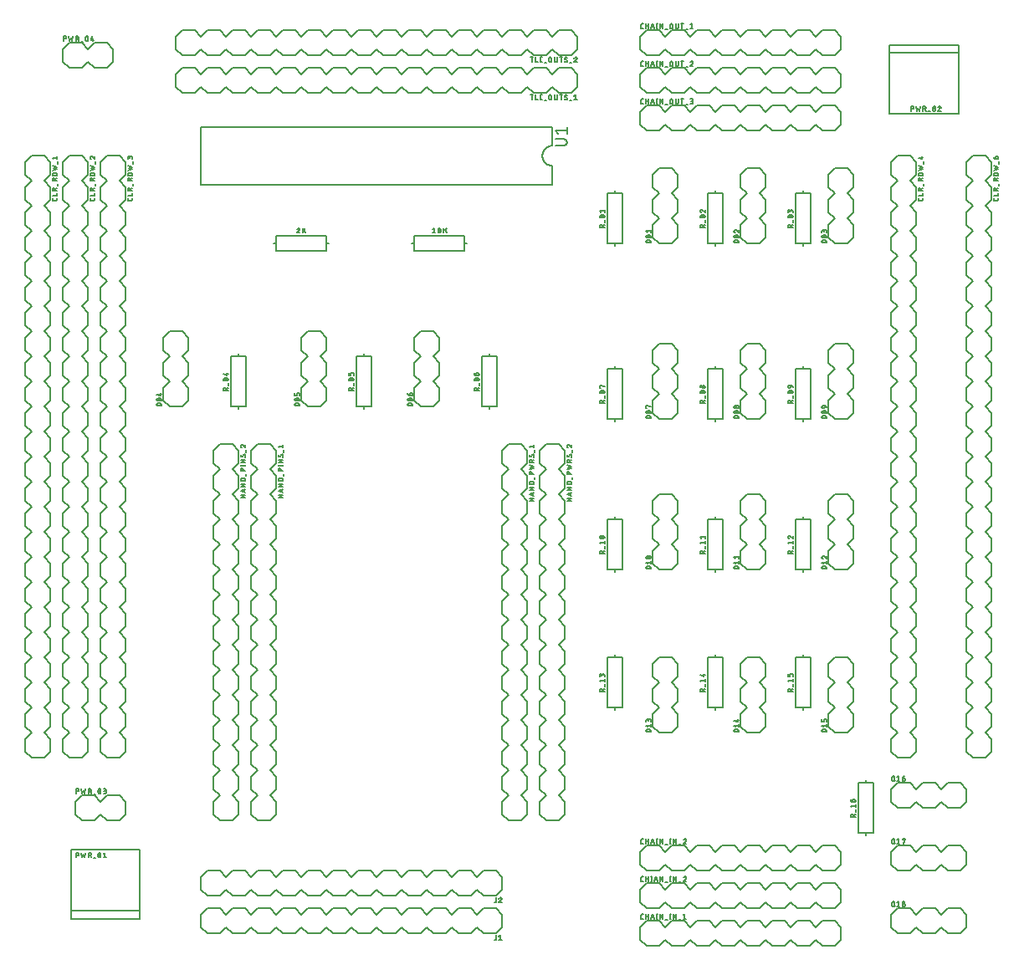
<source format=gbr>
G04 EAGLE Gerber RS-274X export*
G75*
%MOMM*%
%FSLAX34Y34*%
%LPD*%
%INSilkscreen Top*%
%IPPOS*%
%AMOC8*
5,1,8,0,0,1.08239X$1,22.5*%
G01*
%ADD10C,0.203200*%
%ADD11C,0.127000*%
%ADD12C,0.152400*%


D10*
X406400Y744220D02*
X457200Y744220D01*
X457200Y736600D01*
X457200Y728980D01*
X406400Y728980D01*
X406400Y736600D01*
X406400Y744220D01*
X457200Y736600D02*
X459740Y736600D01*
X406400Y736600D02*
X403860Y736600D01*
D11*
X424808Y751149D02*
X426149Y752221D01*
X426149Y747395D01*
X424808Y747395D02*
X427490Y747395D01*
X430295Y749808D02*
X430297Y749928D01*
X430302Y750048D01*
X430311Y750168D01*
X430324Y750288D01*
X430340Y750407D01*
X430360Y750526D01*
X430384Y750644D01*
X430411Y750761D01*
X430441Y750877D01*
X430475Y750992D01*
X430513Y751107D01*
X430554Y751220D01*
X430598Y751331D01*
X430646Y751442D01*
X430697Y751551D01*
X430718Y751608D01*
X430744Y751664D01*
X430772Y751719D01*
X430804Y751771D01*
X430840Y751822D01*
X430878Y751870D01*
X430919Y751916D01*
X430963Y751959D01*
X431009Y751999D01*
X431058Y752036D01*
X431110Y752070D01*
X431163Y752101D01*
X431218Y752129D01*
X431274Y752153D01*
X431332Y752174D01*
X431391Y752191D01*
X431451Y752204D01*
X431512Y752213D01*
X431574Y752219D01*
X431635Y752221D01*
X431696Y752219D01*
X431758Y752213D01*
X431819Y752204D01*
X431879Y752191D01*
X431938Y752174D01*
X431996Y752153D01*
X432052Y752129D01*
X432107Y752101D01*
X432160Y752070D01*
X432212Y752036D01*
X432261Y751999D01*
X432307Y751959D01*
X432351Y751916D01*
X432392Y751870D01*
X432430Y751822D01*
X432466Y751771D01*
X432498Y751719D01*
X432526Y751664D01*
X432552Y751608D01*
X432573Y751551D01*
X432574Y751551D02*
X432625Y751442D01*
X432673Y751331D01*
X432717Y751220D01*
X432758Y751107D01*
X432796Y750992D01*
X432830Y750877D01*
X432860Y750761D01*
X432887Y750644D01*
X432911Y750526D01*
X432931Y750407D01*
X432947Y750288D01*
X432960Y750168D01*
X432969Y750048D01*
X432974Y749928D01*
X432976Y749808D01*
X430295Y749808D02*
X430297Y749688D01*
X430302Y749568D01*
X430311Y749448D01*
X430324Y749328D01*
X430340Y749209D01*
X430360Y749090D01*
X430384Y748972D01*
X430411Y748855D01*
X430441Y748739D01*
X430475Y748624D01*
X430513Y748509D01*
X430554Y748396D01*
X430598Y748285D01*
X430646Y748174D01*
X430697Y748065D01*
X430718Y748008D01*
X430744Y747952D01*
X430772Y747897D01*
X430804Y747845D01*
X430840Y747794D01*
X430878Y747746D01*
X430919Y747700D01*
X430963Y747657D01*
X431009Y747617D01*
X431058Y747580D01*
X431110Y747546D01*
X431163Y747515D01*
X431218Y747487D01*
X431274Y747463D01*
X431332Y747442D01*
X431391Y747425D01*
X431451Y747412D01*
X431512Y747403D01*
X431574Y747397D01*
X431635Y747395D01*
X432574Y748065D02*
X432625Y748174D01*
X432673Y748285D01*
X432717Y748396D01*
X432758Y748509D01*
X432796Y748624D01*
X432830Y748739D01*
X432860Y748855D01*
X432887Y748972D01*
X432911Y749090D01*
X432931Y749209D01*
X432947Y749328D01*
X432960Y749448D01*
X432969Y749568D01*
X432974Y749688D01*
X432976Y749808D01*
X432573Y748065D02*
X432552Y748008D01*
X432526Y747952D01*
X432498Y747897D01*
X432466Y747845D01*
X432430Y747794D01*
X432392Y747746D01*
X432351Y747700D01*
X432307Y747657D01*
X432260Y747617D01*
X432212Y747580D01*
X432160Y747546D01*
X432107Y747515D01*
X432052Y747487D01*
X431996Y747463D01*
X431938Y747442D01*
X431879Y747425D01*
X431819Y747412D01*
X431758Y747403D01*
X431696Y747397D01*
X431635Y747395D01*
X430563Y748467D02*
X432708Y751149D01*
X436111Y752221D02*
X436111Y747395D01*
X436111Y749272D02*
X438792Y752221D01*
X437183Y750344D02*
X438792Y747395D01*
D10*
X855980Y190500D02*
X855980Y139700D01*
X855980Y190500D02*
X863600Y190500D01*
X871220Y190500D01*
X871220Y139700D01*
X863600Y139700D01*
X855980Y139700D01*
X863600Y190500D02*
X863600Y193040D01*
X863600Y139700D02*
X863600Y137160D01*
D11*
X852805Y156110D02*
X847979Y156110D01*
X847979Y157451D01*
X847981Y157522D01*
X847987Y157594D01*
X847996Y157664D01*
X848009Y157734D01*
X848026Y157804D01*
X848047Y157872D01*
X848071Y157939D01*
X848099Y158005D01*
X848130Y158069D01*
X848165Y158132D01*
X848203Y158192D01*
X848244Y158251D01*
X848288Y158307D01*
X848335Y158361D01*
X848384Y158412D01*
X848437Y158460D01*
X848492Y158506D01*
X848549Y158548D01*
X848609Y158588D01*
X848670Y158624D01*
X848734Y158657D01*
X848799Y158686D01*
X848865Y158712D01*
X848933Y158735D01*
X849002Y158754D01*
X849072Y158769D01*
X849142Y158780D01*
X849213Y158788D01*
X849284Y158792D01*
X849356Y158792D01*
X849427Y158788D01*
X849498Y158780D01*
X849568Y158769D01*
X849638Y158754D01*
X849707Y158735D01*
X849775Y158712D01*
X849841Y158686D01*
X849906Y158657D01*
X849970Y158624D01*
X850031Y158588D01*
X850091Y158548D01*
X850148Y158506D01*
X850203Y158460D01*
X850256Y158412D01*
X850305Y158361D01*
X850352Y158307D01*
X850396Y158251D01*
X850437Y158192D01*
X850475Y158132D01*
X850510Y158069D01*
X850541Y158005D01*
X850569Y157939D01*
X850593Y157872D01*
X850614Y157804D01*
X850631Y157734D01*
X850644Y157664D01*
X850653Y157594D01*
X850659Y157522D01*
X850661Y157451D01*
X850660Y157451D02*
X850660Y156110D01*
X850660Y157719D02*
X852805Y158792D01*
X853341Y161253D02*
X853341Y163397D01*
X849051Y165922D02*
X847979Y167263D01*
X852805Y167263D01*
X852805Y168603D02*
X852805Y165922D01*
X850124Y171409D02*
X850124Y173017D01*
X850126Y173082D01*
X850132Y173146D01*
X850142Y173210D01*
X850155Y173274D01*
X850173Y173336D01*
X850194Y173397D01*
X850218Y173457D01*
X850247Y173515D01*
X850279Y173572D01*
X850314Y173626D01*
X850352Y173678D01*
X850394Y173728D01*
X850438Y173775D01*
X850485Y173819D01*
X850535Y173861D01*
X850587Y173899D01*
X850641Y173934D01*
X850698Y173966D01*
X850756Y173995D01*
X850816Y174019D01*
X850877Y174040D01*
X850939Y174058D01*
X851003Y174071D01*
X851067Y174081D01*
X851131Y174087D01*
X851196Y174089D01*
X851196Y174090D02*
X851464Y174090D01*
X851535Y174088D01*
X851607Y174082D01*
X851677Y174073D01*
X851747Y174060D01*
X851817Y174043D01*
X851885Y174022D01*
X851952Y173998D01*
X852018Y173970D01*
X852082Y173939D01*
X852145Y173904D01*
X852205Y173866D01*
X852264Y173825D01*
X852320Y173781D01*
X852374Y173734D01*
X852425Y173685D01*
X852473Y173632D01*
X852519Y173577D01*
X852561Y173520D01*
X852601Y173460D01*
X852637Y173399D01*
X852670Y173335D01*
X852699Y173270D01*
X852725Y173204D01*
X852748Y173136D01*
X852767Y173067D01*
X852782Y172997D01*
X852793Y172927D01*
X852801Y172856D01*
X852805Y172785D01*
X852805Y172713D01*
X852801Y172642D01*
X852793Y172571D01*
X852782Y172501D01*
X852767Y172431D01*
X852748Y172362D01*
X852725Y172294D01*
X852699Y172228D01*
X852670Y172163D01*
X852637Y172099D01*
X852601Y172038D01*
X852561Y171978D01*
X852519Y171921D01*
X852473Y171866D01*
X852425Y171813D01*
X852374Y171764D01*
X852320Y171717D01*
X852264Y171673D01*
X852205Y171632D01*
X852145Y171594D01*
X852082Y171559D01*
X852018Y171528D01*
X851952Y171500D01*
X851885Y171476D01*
X851817Y171455D01*
X851747Y171438D01*
X851677Y171425D01*
X851607Y171416D01*
X851535Y171410D01*
X851464Y171408D01*
X851464Y171409D02*
X850124Y171409D01*
X850124Y171408D02*
X850033Y171410D01*
X849942Y171416D01*
X849852Y171425D01*
X849761Y171439D01*
X849672Y171456D01*
X849584Y171477D01*
X849496Y171502D01*
X849409Y171531D01*
X849324Y171563D01*
X849240Y171598D01*
X849158Y171638D01*
X849078Y171680D01*
X848999Y171726D01*
X848923Y171776D01*
X848849Y171828D01*
X848776Y171884D01*
X848707Y171943D01*
X848640Y172004D01*
X848575Y172069D01*
X848514Y172136D01*
X848455Y172205D01*
X848399Y172277D01*
X848347Y172352D01*
X848297Y172428D01*
X848251Y172507D01*
X848209Y172587D01*
X848169Y172669D01*
X848134Y172753D01*
X848102Y172838D01*
X848073Y172925D01*
X848048Y173012D01*
X848027Y173101D01*
X848010Y173190D01*
X847996Y173280D01*
X847987Y173371D01*
X847981Y173462D01*
X847979Y173553D01*
D10*
X601980Y736600D02*
X601980Y787400D01*
X609600Y787400D01*
X617220Y787400D01*
X617220Y736600D01*
X609600Y736600D01*
X601980Y736600D01*
X609600Y787400D02*
X609600Y789940D01*
X609600Y736600D02*
X609600Y734060D01*
D11*
X598805Y753010D02*
X593979Y753010D01*
X593979Y754351D01*
X593981Y754422D01*
X593987Y754494D01*
X593996Y754564D01*
X594009Y754634D01*
X594026Y754704D01*
X594047Y754772D01*
X594071Y754839D01*
X594099Y754905D01*
X594130Y754969D01*
X594165Y755032D01*
X594203Y755092D01*
X594244Y755151D01*
X594288Y755207D01*
X594335Y755261D01*
X594384Y755312D01*
X594437Y755360D01*
X594492Y755406D01*
X594549Y755448D01*
X594609Y755488D01*
X594670Y755524D01*
X594734Y755557D01*
X594799Y755586D01*
X594865Y755612D01*
X594933Y755635D01*
X595002Y755654D01*
X595072Y755669D01*
X595142Y755680D01*
X595213Y755688D01*
X595284Y755692D01*
X595356Y755692D01*
X595427Y755688D01*
X595498Y755680D01*
X595568Y755669D01*
X595638Y755654D01*
X595707Y755635D01*
X595775Y755612D01*
X595841Y755586D01*
X595906Y755557D01*
X595970Y755524D01*
X596031Y755488D01*
X596091Y755448D01*
X596148Y755406D01*
X596203Y755360D01*
X596256Y755312D01*
X596305Y755261D01*
X596352Y755207D01*
X596396Y755151D01*
X596437Y755092D01*
X596475Y755032D01*
X596510Y754969D01*
X596541Y754905D01*
X596569Y754839D01*
X596593Y754772D01*
X596614Y754704D01*
X596631Y754634D01*
X596644Y754564D01*
X596653Y754494D01*
X596659Y754422D01*
X596661Y754351D01*
X596660Y754351D02*
X596660Y753010D01*
X596660Y754619D02*
X598805Y755692D01*
X599341Y758153D02*
X599341Y760297D01*
X596392Y762822D02*
X596272Y762824D01*
X596152Y762829D01*
X596032Y762838D01*
X595912Y762851D01*
X595793Y762867D01*
X595674Y762887D01*
X595556Y762911D01*
X595439Y762938D01*
X595323Y762968D01*
X595208Y763002D01*
X595093Y763040D01*
X594980Y763081D01*
X594869Y763125D01*
X594758Y763173D01*
X594649Y763224D01*
X594649Y763225D02*
X594592Y763246D01*
X594536Y763272D01*
X594481Y763300D01*
X594429Y763332D01*
X594378Y763368D01*
X594330Y763406D01*
X594284Y763447D01*
X594241Y763491D01*
X594201Y763537D01*
X594164Y763586D01*
X594130Y763638D01*
X594099Y763691D01*
X594071Y763746D01*
X594047Y763802D01*
X594026Y763860D01*
X594009Y763919D01*
X593996Y763979D01*
X593987Y764040D01*
X593981Y764102D01*
X593979Y764163D01*
X593981Y764224D01*
X593987Y764286D01*
X593996Y764347D01*
X594009Y764407D01*
X594026Y764466D01*
X594047Y764524D01*
X594071Y764580D01*
X594099Y764635D01*
X594130Y764688D01*
X594164Y764740D01*
X594201Y764789D01*
X594241Y764835D01*
X594284Y764879D01*
X594330Y764920D01*
X594378Y764958D01*
X594429Y764994D01*
X594481Y765026D01*
X594536Y765054D01*
X594592Y765080D01*
X594649Y765101D01*
X594758Y765152D01*
X594869Y765200D01*
X594980Y765244D01*
X595093Y765285D01*
X595208Y765323D01*
X595323Y765357D01*
X595439Y765387D01*
X595556Y765414D01*
X595674Y765438D01*
X595793Y765458D01*
X595912Y765474D01*
X596032Y765487D01*
X596152Y765496D01*
X596272Y765501D01*
X596392Y765503D01*
X596392Y762822D02*
X596512Y762824D01*
X596632Y762829D01*
X596752Y762838D01*
X596872Y762851D01*
X596991Y762867D01*
X597110Y762887D01*
X597228Y762911D01*
X597345Y762938D01*
X597461Y762968D01*
X597576Y763002D01*
X597691Y763040D01*
X597804Y763081D01*
X597915Y763125D01*
X598026Y763173D01*
X598135Y763224D01*
X598135Y763225D02*
X598192Y763246D01*
X598248Y763272D01*
X598303Y763300D01*
X598355Y763332D01*
X598406Y763368D01*
X598454Y763406D01*
X598500Y763447D01*
X598543Y763491D01*
X598583Y763537D01*
X598620Y763586D01*
X598654Y763638D01*
X598685Y763691D01*
X598713Y763746D01*
X598737Y763802D01*
X598758Y763860D01*
X598775Y763919D01*
X598788Y763979D01*
X598797Y764040D01*
X598803Y764102D01*
X598805Y764163D01*
X598135Y765101D02*
X598026Y765152D01*
X597915Y765200D01*
X597804Y765244D01*
X597691Y765285D01*
X597576Y765323D01*
X597461Y765357D01*
X597345Y765387D01*
X597228Y765414D01*
X597110Y765438D01*
X596991Y765458D01*
X596872Y765474D01*
X596752Y765487D01*
X596632Y765496D01*
X596512Y765501D01*
X596392Y765503D01*
X598135Y765101D02*
X598192Y765080D01*
X598248Y765054D01*
X598303Y765026D01*
X598355Y764994D01*
X598406Y764958D01*
X598454Y764920D01*
X598500Y764879D01*
X598543Y764835D01*
X598583Y764788D01*
X598620Y764740D01*
X598654Y764688D01*
X598685Y764635D01*
X598713Y764580D01*
X598737Y764524D01*
X598758Y764466D01*
X598775Y764407D01*
X598788Y764347D01*
X598797Y764286D01*
X598803Y764224D01*
X598805Y764163D01*
X597733Y763090D02*
X595051Y765235D01*
X595051Y768309D02*
X593979Y769649D01*
X598805Y769649D01*
X598805Y768309D02*
X598805Y770990D01*
D10*
X703580Y609600D02*
X703580Y558800D01*
X703580Y609600D02*
X711200Y609600D01*
X718820Y609600D01*
X718820Y558800D01*
X711200Y558800D01*
X703580Y558800D01*
X711200Y609600D02*
X711200Y612140D01*
X711200Y558800D02*
X711200Y556260D01*
D11*
X700405Y575210D02*
X695579Y575210D01*
X695579Y576551D01*
X695581Y576622D01*
X695587Y576694D01*
X695596Y576764D01*
X695609Y576834D01*
X695626Y576904D01*
X695647Y576972D01*
X695671Y577039D01*
X695699Y577105D01*
X695730Y577169D01*
X695765Y577232D01*
X695803Y577292D01*
X695844Y577351D01*
X695888Y577407D01*
X695935Y577461D01*
X695984Y577512D01*
X696037Y577560D01*
X696092Y577606D01*
X696149Y577648D01*
X696209Y577688D01*
X696270Y577724D01*
X696334Y577757D01*
X696399Y577786D01*
X696465Y577812D01*
X696533Y577835D01*
X696602Y577854D01*
X696672Y577869D01*
X696742Y577880D01*
X696813Y577888D01*
X696884Y577892D01*
X696956Y577892D01*
X697027Y577888D01*
X697098Y577880D01*
X697168Y577869D01*
X697238Y577854D01*
X697307Y577835D01*
X697375Y577812D01*
X697441Y577786D01*
X697506Y577757D01*
X697570Y577724D01*
X697631Y577688D01*
X697691Y577648D01*
X697748Y577606D01*
X697803Y577560D01*
X697856Y577512D01*
X697905Y577461D01*
X697952Y577407D01*
X697996Y577351D01*
X698037Y577292D01*
X698075Y577232D01*
X698110Y577169D01*
X698141Y577105D01*
X698169Y577039D01*
X698193Y576972D01*
X698214Y576904D01*
X698231Y576834D01*
X698244Y576764D01*
X698253Y576694D01*
X698259Y576622D01*
X698261Y576551D01*
X698260Y576551D02*
X698260Y575210D01*
X698260Y576819D02*
X700405Y577892D01*
X700941Y580353D02*
X700941Y582497D01*
X697992Y585022D02*
X697872Y585024D01*
X697752Y585029D01*
X697632Y585038D01*
X697512Y585051D01*
X697393Y585067D01*
X697274Y585087D01*
X697156Y585111D01*
X697039Y585138D01*
X696923Y585168D01*
X696808Y585202D01*
X696693Y585240D01*
X696580Y585281D01*
X696469Y585325D01*
X696358Y585373D01*
X696249Y585424D01*
X696249Y585425D02*
X696192Y585446D01*
X696136Y585472D01*
X696081Y585500D01*
X696029Y585532D01*
X695978Y585568D01*
X695930Y585606D01*
X695884Y585647D01*
X695841Y585691D01*
X695801Y585737D01*
X695764Y585786D01*
X695730Y585838D01*
X695699Y585891D01*
X695671Y585946D01*
X695647Y586002D01*
X695626Y586060D01*
X695609Y586119D01*
X695596Y586179D01*
X695587Y586240D01*
X695581Y586302D01*
X695579Y586363D01*
X695581Y586424D01*
X695587Y586486D01*
X695596Y586547D01*
X695609Y586607D01*
X695626Y586666D01*
X695647Y586724D01*
X695671Y586780D01*
X695699Y586835D01*
X695730Y586888D01*
X695764Y586940D01*
X695801Y586989D01*
X695841Y587035D01*
X695884Y587079D01*
X695930Y587120D01*
X695978Y587158D01*
X696029Y587194D01*
X696081Y587226D01*
X696136Y587254D01*
X696192Y587280D01*
X696249Y587301D01*
X696358Y587352D01*
X696469Y587400D01*
X696580Y587444D01*
X696693Y587485D01*
X696808Y587523D01*
X696923Y587557D01*
X697039Y587587D01*
X697156Y587614D01*
X697274Y587638D01*
X697393Y587658D01*
X697512Y587674D01*
X697632Y587687D01*
X697752Y587696D01*
X697872Y587701D01*
X697992Y587703D01*
X697992Y585022D02*
X698112Y585024D01*
X698232Y585029D01*
X698352Y585038D01*
X698472Y585051D01*
X698591Y585067D01*
X698710Y585087D01*
X698828Y585111D01*
X698945Y585138D01*
X699061Y585168D01*
X699176Y585202D01*
X699291Y585240D01*
X699404Y585281D01*
X699515Y585325D01*
X699626Y585373D01*
X699735Y585424D01*
X699735Y585425D02*
X699792Y585446D01*
X699848Y585472D01*
X699903Y585500D01*
X699955Y585532D01*
X700006Y585568D01*
X700054Y585606D01*
X700100Y585647D01*
X700143Y585691D01*
X700183Y585737D01*
X700220Y585786D01*
X700254Y585838D01*
X700285Y585891D01*
X700313Y585946D01*
X700337Y586002D01*
X700358Y586060D01*
X700375Y586119D01*
X700388Y586179D01*
X700397Y586240D01*
X700403Y586302D01*
X700405Y586363D01*
X699735Y587301D02*
X699626Y587352D01*
X699515Y587400D01*
X699404Y587444D01*
X699291Y587485D01*
X699176Y587523D01*
X699061Y587557D01*
X698945Y587587D01*
X698828Y587614D01*
X698710Y587638D01*
X698591Y587658D01*
X698472Y587674D01*
X698352Y587687D01*
X698232Y587696D01*
X698112Y587701D01*
X697992Y587703D01*
X699735Y587301D02*
X699792Y587280D01*
X699848Y587254D01*
X699903Y587226D01*
X699955Y587194D01*
X700006Y587158D01*
X700054Y587120D01*
X700100Y587079D01*
X700143Y587035D01*
X700183Y586988D01*
X700220Y586940D01*
X700254Y586888D01*
X700285Y586835D01*
X700313Y586780D01*
X700337Y586724D01*
X700358Y586666D01*
X700375Y586607D01*
X700388Y586547D01*
X700397Y586486D01*
X700403Y586424D01*
X700405Y586363D01*
X699333Y585290D02*
X696651Y587435D01*
X699064Y590508D02*
X698993Y590510D01*
X698921Y590516D01*
X698851Y590525D01*
X698781Y590538D01*
X698711Y590555D01*
X698643Y590576D01*
X698576Y590600D01*
X698510Y590628D01*
X698446Y590659D01*
X698383Y590694D01*
X698323Y590732D01*
X698264Y590773D01*
X698208Y590817D01*
X698154Y590864D01*
X698103Y590913D01*
X698055Y590966D01*
X698009Y591021D01*
X697967Y591078D01*
X697927Y591138D01*
X697891Y591199D01*
X697858Y591263D01*
X697829Y591328D01*
X697803Y591394D01*
X697780Y591462D01*
X697761Y591531D01*
X697746Y591601D01*
X697735Y591671D01*
X697727Y591742D01*
X697723Y591813D01*
X697723Y591885D01*
X697727Y591956D01*
X697735Y592027D01*
X697746Y592097D01*
X697761Y592167D01*
X697780Y592236D01*
X697803Y592304D01*
X697829Y592370D01*
X697858Y592435D01*
X697891Y592499D01*
X697927Y592560D01*
X697967Y592620D01*
X698009Y592677D01*
X698055Y592732D01*
X698103Y592785D01*
X698154Y592834D01*
X698208Y592881D01*
X698264Y592925D01*
X698323Y592966D01*
X698383Y593004D01*
X698446Y593039D01*
X698510Y593070D01*
X698576Y593098D01*
X698643Y593122D01*
X698711Y593143D01*
X698781Y593160D01*
X698851Y593173D01*
X698921Y593182D01*
X698993Y593188D01*
X699064Y593190D01*
X699135Y593188D01*
X699207Y593182D01*
X699277Y593173D01*
X699347Y593160D01*
X699417Y593143D01*
X699485Y593122D01*
X699552Y593098D01*
X699618Y593070D01*
X699682Y593039D01*
X699745Y593004D01*
X699805Y592966D01*
X699864Y592925D01*
X699920Y592881D01*
X699974Y592834D01*
X700025Y592785D01*
X700073Y592732D01*
X700119Y592677D01*
X700161Y592620D01*
X700201Y592560D01*
X700237Y592499D01*
X700270Y592435D01*
X700299Y592370D01*
X700325Y592304D01*
X700348Y592236D01*
X700367Y592167D01*
X700382Y592097D01*
X700393Y592027D01*
X700401Y591956D01*
X700405Y591885D01*
X700405Y591813D01*
X700401Y591742D01*
X700393Y591671D01*
X700382Y591601D01*
X700367Y591531D01*
X700348Y591462D01*
X700325Y591394D01*
X700299Y591328D01*
X700270Y591263D01*
X700237Y591199D01*
X700201Y591138D01*
X700161Y591078D01*
X700119Y591021D01*
X700073Y590966D01*
X700025Y590913D01*
X699974Y590864D01*
X699920Y590817D01*
X699864Y590773D01*
X699805Y590732D01*
X699745Y590694D01*
X699682Y590659D01*
X699618Y590628D01*
X699552Y590600D01*
X699485Y590576D01*
X699417Y590555D01*
X699347Y590538D01*
X699277Y590525D01*
X699207Y590516D01*
X699135Y590510D01*
X699064Y590508D01*
X696651Y590777D02*
X696586Y590779D01*
X696522Y590785D01*
X696458Y590795D01*
X696394Y590808D01*
X696332Y590826D01*
X696271Y590847D01*
X696211Y590871D01*
X696153Y590900D01*
X696096Y590932D01*
X696042Y590967D01*
X695990Y591005D01*
X695940Y591047D01*
X695893Y591091D01*
X695849Y591138D01*
X695807Y591188D01*
X695769Y591240D01*
X695734Y591294D01*
X695702Y591351D01*
X695673Y591409D01*
X695649Y591469D01*
X695628Y591530D01*
X695610Y591592D01*
X695597Y591656D01*
X695587Y591720D01*
X695581Y591784D01*
X695579Y591849D01*
X695581Y591914D01*
X695587Y591978D01*
X695597Y592042D01*
X695610Y592106D01*
X695628Y592168D01*
X695649Y592229D01*
X695673Y592289D01*
X695702Y592347D01*
X695734Y592404D01*
X695769Y592458D01*
X695807Y592510D01*
X695849Y592560D01*
X695893Y592607D01*
X695940Y592651D01*
X695990Y592693D01*
X696042Y592731D01*
X696096Y592766D01*
X696153Y592798D01*
X696211Y592827D01*
X696271Y592851D01*
X696332Y592872D01*
X696394Y592890D01*
X696458Y592903D01*
X696522Y592913D01*
X696586Y592919D01*
X696651Y592921D01*
X696716Y592919D01*
X696780Y592913D01*
X696844Y592903D01*
X696908Y592890D01*
X696970Y592872D01*
X697031Y592851D01*
X697091Y592827D01*
X697149Y592798D01*
X697206Y592766D01*
X697260Y592731D01*
X697312Y592693D01*
X697362Y592651D01*
X697409Y592607D01*
X697453Y592560D01*
X697495Y592510D01*
X697533Y592458D01*
X697568Y592404D01*
X697600Y592347D01*
X697629Y592289D01*
X697653Y592229D01*
X697674Y592168D01*
X697692Y592106D01*
X697705Y592042D01*
X697715Y591978D01*
X697721Y591914D01*
X697723Y591849D01*
X697721Y591784D01*
X697715Y591720D01*
X697705Y591656D01*
X697692Y591592D01*
X697674Y591530D01*
X697653Y591469D01*
X697629Y591409D01*
X697600Y591351D01*
X697568Y591294D01*
X697533Y591240D01*
X697495Y591188D01*
X697453Y591138D01*
X697409Y591091D01*
X697362Y591047D01*
X697312Y591005D01*
X697260Y590967D01*
X697206Y590932D01*
X697149Y590900D01*
X697091Y590871D01*
X697031Y590847D01*
X696970Y590826D01*
X696908Y590808D01*
X696844Y590795D01*
X696780Y590785D01*
X696716Y590779D01*
X696651Y590777D01*
D10*
X792480Y609600D02*
X792480Y558800D01*
X792480Y609600D02*
X800100Y609600D01*
X807720Y609600D01*
X807720Y558800D01*
X800100Y558800D01*
X792480Y558800D01*
X800100Y609600D02*
X800100Y612140D01*
X800100Y558800D02*
X800100Y556260D01*
D11*
X789305Y575210D02*
X784479Y575210D01*
X784479Y576551D01*
X784481Y576622D01*
X784487Y576694D01*
X784496Y576764D01*
X784509Y576834D01*
X784526Y576904D01*
X784547Y576972D01*
X784571Y577039D01*
X784599Y577105D01*
X784630Y577169D01*
X784665Y577232D01*
X784703Y577292D01*
X784744Y577351D01*
X784788Y577407D01*
X784835Y577461D01*
X784884Y577512D01*
X784937Y577560D01*
X784992Y577606D01*
X785049Y577648D01*
X785109Y577688D01*
X785170Y577724D01*
X785234Y577757D01*
X785299Y577786D01*
X785365Y577812D01*
X785433Y577835D01*
X785502Y577854D01*
X785572Y577869D01*
X785642Y577880D01*
X785713Y577888D01*
X785784Y577892D01*
X785856Y577892D01*
X785927Y577888D01*
X785998Y577880D01*
X786068Y577869D01*
X786138Y577854D01*
X786207Y577835D01*
X786275Y577812D01*
X786341Y577786D01*
X786406Y577757D01*
X786470Y577724D01*
X786531Y577688D01*
X786591Y577648D01*
X786648Y577606D01*
X786703Y577560D01*
X786756Y577512D01*
X786805Y577461D01*
X786852Y577407D01*
X786896Y577351D01*
X786937Y577292D01*
X786975Y577232D01*
X787010Y577169D01*
X787041Y577105D01*
X787069Y577039D01*
X787093Y576972D01*
X787114Y576904D01*
X787131Y576834D01*
X787144Y576764D01*
X787153Y576694D01*
X787159Y576622D01*
X787161Y576551D01*
X787160Y576551D02*
X787160Y575210D01*
X787160Y576819D02*
X789305Y577892D01*
X789841Y580353D02*
X789841Y582497D01*
X786892Y585022D02*
X786772Y585024D01*
X786652Y585029D01*
X786532Y585038D01*
X786412Y585051D01*
X786293Y585067D01*
X786174Y585087D01*
X786056Y585111D01*
X785939Y585138D01*
X785823Y585168D01*
X785708Y585202D01*
X785593Y585240D01*
X785480Y585281D01*
X785369Y585325D01*
X785258Y585373D01*
X785149Y585424D01*
X785149Y585425D02*
X785092Y585446D01*
X785036Y585472D01*
X784981Y585500D01*
X784929Y585532D01*
X784878Y585568D01*
X784830Y585606D01*
X784784Y585647D01*
X784741Y585691D01*
X784701Y585737D01*
X784664Y585786D01*
X784630Y585838D01*
X784599Y585891D01*
X784571Y585946D01*
X784547Y586002D01*
X784526Y586060D01*
X784509Y586119D01*
X784496Y586179D01*
X784487Y586240D01*
X784481Y586302D01*
X784479Y586363D01*
X784481Y586424D01*
X784487Y586486D01*
X784496Y586547D01*
X784509Y586607D01*
X784526Y586666D01*
X784547Y586724D01*
X784571Y586780D01*
X784599Y586835D01*
X784630Y586888D01*
X784664Y586940D01*
X784701Y586989D01*
X784741Y587035D01*
X784784Y587079D01*
X784830Y587120D01*
X784878Y587158D01*
X784929Y587194D01*
X784981Y587226D01*
X785036Y587254D01*
X785092Y587280D01*
X785149Y587301D01*
X785258Y587352D01*
X785369Y587400D01*
X785480Y587444D01*
X785593Y587485D01*
X785708Y587523D01*
X785823Y587557D01*
X785939Y587587D01*
X786056Y587614D01*
X786174Y587638D01*
X786293Y587658D01*
X786412Y587674D01*
X786532Y587687D01*
X786652Y587696D01*
X786772Y587701D01*
X786892Y587703D01*
X786892Y585022D02*
X787012Y585024D01*
X787132Y585029D01*
X787252Y585038D01*
X787372Y585051D01*
X787491Y585067D01*
X787610Y585087D01*
X787728Y585111D01*
X787845Y585138D01*
X787961Y585168D01*
X788076Y585202D01*
X788191Y585240D01*
X788304Y585281D01*
X788415Y585325D01*
X788526Y585373D01*
X788635Y585424D01*
X788635Y585425D02*
X788692Y585446D01*
X788748Y585472D01*
X788803Y585500D01*
X788855Y585532D01*
X788906Y585568D01*
X788954Y585606D01*
X789000Y585647D01*
X789043Y585691D01*
X789083Y585737D01*
X789120Y585786D01*
X789154Y585838D01*
X789185Y585891D01*
X789213Y585946D01*
X789237Y586002D01*
X789258Y586060D01*
X789275Y586119D01*
X789288Y586179D01*
X789297Y586240D01*
X789303Y586302D01*
X789305Y586363D01*
X788635Y587301D02*
X788526Y587352D01*
X788415Y587400D01*
X788304Y587444D01*
X788191Y587485D01*
X788076Y587523D01*
X787961Y587557D01*
X787845Y587587D01*
X787728Y587614D01*
X787610Y587638D01*
X787491Y587658D01*
X787372Y587674D01*
X787252Y587687D01*
X787132Y587696D01*
X787012Y587701D01*
X786892Y587703D01*
X788635Y587301D02*
X788692Y587280D01*
X788748Y587254D01*
X788803Y587226D01*
X788855Y587194D01*
X788906Y587158D01*
X788954Y587120D01*
X789000Y587079D01*
X789043Y587035D01*
X789083Y586988D01*
X789120Y586940D01*
X789154Y586888D01*
X789185Y586835D01*
X789213Y586780D01*
X789237Y586724D01*
X789258Y586666D01*
X789275Y586607D01*
X789288Y586547D01*
X789297Y586486D01*
X789303Y586424D01*
X789305Y586363D01*
X788233Y585290D02*
X785551Y587435D01*
X787160Y591581D02*
X787160Y593190D01*
X787160Y591581D02*
X787158Y591516D01*
X787152Y591452D01*
X787142Y591388D01*
X787129Y591324D01*
X787111Y591262D01*
X787090Y591201D01*
X787066Y591141D01*
X787037Y591083D01*
X787005Y591026D01*
X786970Y590972D01*
X786932Y590920D01*
X786890Y590870D01*
X786846Y590823D01*
X786799Y590779D01*
X786749Y590737D01*
X786697Y590699D01*
X786643Y590664D01*
X786586Y590632D01*
X786528Y590603D01*
X786468Y590579D01*
X786407Y590558D01*
X786345Y590540D01*
X786281Y590527D01*
X786217Y590517D01*
X786153Y590511D01*
X786088Y590509D01*
X785820Y590509D01*
X785820Y590508D02*
X785749Y590510D01*
X785677Y590516D01*
X785607Y590525D01*
X785537Y590538D01*
X785467Y590555D01*
X785399Y590576D01*
X785332Y590600D01*
X785266Y590628D01*
X785202Y590659D01*
X785139Y590694D01*
X785079Y590732D01*
X785020Y590773D01*
X784964Y590817D01*
X784910Y590864D01*
X784859Y590913D01*
X784811Y590966D01*
X784765Y591021D01*
X784723Y591078D01*
X784683Y591138D01*
X784647Y591199D01*
X784614Y591263D01*
X784585Y591328D01*
X784559Y591394D01*
X784536Y591462D01*
X784517Y591531D01*
X784502Y591601D01*
X784491Y591671D01*
X784483Y591742D01*
X784479Y591813D01*
X784479Y591885D01*
X784483Y591956D01*
X784491Y592027D01*
X784502Y592097D01*
X784517Y592167D01*
X784536Y592236D01*
X784559Y592304D01*
X784585Y592370D01*
X784614Y592435D01*
X784647Y592499D01*
X784683Y592560D01*
X784723Y592620D01*
X784765Y592677D01*
X784811Y592732D01*
X784859Y592785D01*
X784910Y592834D01*
X784964Y592881D01*
X785020Y592925D01*
X785079Y592966D01*
X785139Y593004D01*
X785202Y593039D01*
X785266Y593070D01*
X785332Y593098D01*
X785399Y593122D01*
X785467Y593143D01*
X785537Y593160D01*
X785607Y593173D01*
X785677Y593182D01*
X785749Y593188D01*
X785820Y593190D01*
X787160Y593190D01*
X787251Y593188D01*
X787342Y593182D01*
X787432Y593173D01*
X787523Y593159D01*
X787612Y593142D01*
X787700Y593121D01*
X787788Y593096D01*
X787875Y593067D01*
X787960Y593035D01*
X788044Y593000D01*
X788126Y592960D01*
X788206Y592918D01*
X788285Y592872D01*
X788361Y592822D01*
X788435Y592770D01*
X788508Y592714D01*
X788577Y592655D01*
X788644Y592594D01*
X788709Y592529D01*
X788770Y592462D01*
X788829Y592393D01*
X788885Y592320D01*
X788937Y592246D01*
X788987Y592170D01*
X789033Y592091D01*
X789075Y592011D01*
X789115Y591929D01*
X789150Y591845D01*
X789182Y591760D01*
X789211Y591673D01*
X789236Y591585D01*
X789257Y591497D01*
X789274Y591408D01*
X789288Y591317D01*
X789297Y591227D01*
X789303Y591136D01*
X789305Y591045D01*
D10*
X601980Y457200D02*
X601980Y406400D01*
X601980Y457200D02*
X609600Y457200D01*
X617220Y457200D01*
X617220Y406400D01*
X609600Y406400D01*
X601980Y406400D01*
X609600Y457200D02*
X609600Y459740D01*
X609600Y406400D02*
X609600Y403860D01*
D11*
X598805Y422810D02*
X593979Y422810D01*
X593979Y424151D01*
X593981Y424222D01*
X593987Y424294D01*
X593996Y424364D01*
X594009Y424434D01*
X594026Y424504D01*
X594047Y424572D01*
X594071Y424639D01*
X594099Y424705D01*
X594130Y424769D01*
X594165Y424832D01*
X594203Y424892D01*
X594244Y424951D01*
X594288Y425007D01*
X594335Y425061D01*
X594384Y425112D01*
X594437Y425160D01*
X594492Y425206D01*
X594549Y425248D01*
X594609Y425288D01*
X594670Y425324D01*
X594734Y425357D01*
X594799Y425386D01*
X594865Y425412D01*
X594933Y425435D01*
X595002Y425454D01*
X595072Y425469D01*
X595142Y425480D01*
X595213Y425488D01*
X595284Y425492D01*
X595356Y425492D01*
X595427Y425488D01*
X595498Y425480D01*
X595568Y425469D01*
X595638Y425454D01*
X595707Y425435D01*
X595775Y425412D01*
X595841Y425386D01*
X595906Y425357D01*
X595970Y425324D01*
X596031Y425288D01*
X596091Y425248D01*
X596148Y425206D01*
X596203Y425160D01*
X596256Y425112D01*
X596305Y425061D01*
X596352Y425007D01*
X596396Y424951D01*
X596437Y424892D01*
X596475Y424832D01*
X596510Y424769D01*
X596541Y424705D01*
X596569Y424639D01*
X596593Y424572D01*
X596614Y424504D01*
X596631Y424434D01*
X596644Y424364D01*
X596653Y424294D01*
X596659Y424222D01*
X596661Y424151D01*
X596660Y424151D02*
X596660Y422810D01*
X596660Y424419D02*
X598805Y425492D01*
X599341Y427953D02*
X599341Y430097D01*
X595051Y432622D02*
X593979Y433963D01*
X598805Y433963D01*
X598805Y435303D02*
X598805Y432622D01*
X596392Y438109D02*
X596272Y438111D01*
X596152Y438116D01*
X596032Y438125D01*
X595912Y438138D01*
X595793Y438154D01*
X595674Y438174D01*
X595556Y438198D01*
X595439Y438225D01*
X595323Y438255D01*
X595208Y438289D01*
X595093Y438327D01*
X594980Y438368D01*
X594869Y438412D01*
X594758Y438460D01*
X594649Y438511D01*
X594592Y438532D01*
X594536Y438558D01*
X594481Y438586D01*
X594429Y438618D01*
X594378Y438654D01*
X594330Y438692D01*
X594284Y438733D01*
X594241Y438777D01*
X594201Y438823D01*
X594164Y438872D01*
X594130Y438924D01*
X594099Y438977D01*
X594071Y439032D01*
X594047Y439088D01*
X594026Y439146D01*
X594009Y439205D01*
X593996Y439265D01*
X593987Y439326D01*
X593981Y439388D01*
X593979Y439449D01*
X593981Y439510D01*
X593987Y439572D01*
X593996Y439633D01*
X594009Y439693D01*
X594026Y439752D01*
X594047Y439810D01*
X594071Y439866D01*
X594099Y439921D01*
X594130Y439974D01*
X594164Y440026D01*
X594201Y440075D01*
X594241Y440121D01*
X594284Y440165D01*
X594330Y440206D01*
X594378Y440244D01*
X594429Y440280D01*
X594481Y440312D01*
X594536Y440340D01*
X594592Y440366D01*
X594649Y440387D01*
X594758Y440438D01*
X594869Y440486D01*
X594980Y440530D01*
X595093Y440571D01*
X595208Y440609D01*
X595323Y440643D01*
X595439Y440673D01*
X595556Y440700D01*
X595674Y440724D01*
X595793Y440744D01*
X595912Y440760D01*
X596032Y440773D01*
X596152Y440782D01*
X596272Y440787D01*
X596392Y440789D01*
X596392Y438109D02*
X596512Y438111D01*
X596632Y438116D01*
X596752Y438125D01*
X596872Y438138D01*
X596991Y438154D01*
X597110Y438174D01*
X597228Y438198D01*
X597345Y438225D01*
X597461Y438255D01*
X597576Y438289D01*
X597691Y438327D01*
X597804Y438368D01*
X597915Y438412D01*
X598026Y438460D01*
X598135Y438511D01*
X598192Y438532D01*
X598248Y438558D01*
X598303Y438586D01*
X598355Y438618D01*
X598406Y438654D01*
X598454Y438692D01*
X598500Y438733D01*
X598543Y438777D01*
X598583Y438823D01*
X598620Y438872D01*
X598654Y438924D01*
X598685Y438977D01*
X598713Y439032D01*
X598737Y439088D01*
X598758Y439146D01*
X598775Y439205D01*
X598788Y439265D01*
X598797Y439326D01*
X598803Y439388D01*
X598805Y439449D01*
X598135Y440387D02*
X598026Y440438D01*
X597915Y440486D01*
X597804Y440530D01*
X597691Y440571D01*
X597576Y440609D01*
X597461Y440643D01*
X597345Y440673D01*
X597228Y440700D01*
X597110Y440724D01*
X596991Y440744D01*
X596872Y440760D01*
X596752Y440773D01*
X596632Y440782D01*
X596512Y440787D01*
X596392Y440789D01*
X598135Y440387D02*
X598192Y440366D01*
X598248Y440340D01*
X598303Y440312D01*
X598355Y440280D01*
X598406Y440244D01*
X598454Y440206D01*
X598500Y440165D01*
X598543Y440121D01*
X598583Y440074D01*
X598620Y440026D01*
X598654Y439974D01*
X598685Y439921D01*
X598713Y439866D01*
X598737Y439810D01*
X598758Y439752D01*
X598775Y439693D01*
X598788Y439633D01*
X598797Y439572D01*
X598803Y439510D01*
X598805Y439449D01*
X597733Y438377D02*
X595051Y440522D01*
D10*
X703580Y457200D02*
X703580Y406400D01*
X703580Y457200D02*
X711200Y457200D01*
X718820Y457200D01*
X718820Y406400D01*
X711200Y406400D01*
X703580Y406400D01*
X711200Y457200D02*
X711200Y459740D01*
X711200Y406400D02*
X711200Y403860D01*
D11*
X700405Y422810D02*
X695579Y422810D01*
X695579Y424151D01*
X695581Y424222D01*
X695587Y424294D01*
X695596Y424364D01*
X695609Y424434D01*
X695626Y424504D01*
X695647Y424572D01*
X695671Y424639D01*
X695699Y424705D01*
X695730Y424769D01*
X695765Y424832D01*
X695803Y424892D01*
X695844Y424951D01*
X695888Y425007D01*
X695935Y425061D01*
X695984Y425112D01*
X696037Y425160D01*
X696092Y425206D01*
X696149Y425248D01*
X696209Y425288D01*
X696270Y425324D01*
X696334Y425357D01*
X696399Y425386D01*
X696465Y425412D01*
X696533Y425435D01*
X696602Y425454D01*
X696672Y425469D01*
X696742Y425480D01*
X696813Y425488D01*
X696884Y425492D01*
X696956Y425492D01*
X697027Y425488D01*
X697098Y425480D01*
X697168Y425469D01*
X697238Y425454D01*
X697307Y425435D01*
X697375Y425412D01*
X697441Y425386D01*
X697506Y425357D01*
X697570Y425324D01*
X697631Y425288D01*
X697691Y425248D01*
X697748Y425206D01*
X697803Y425160D01*
X697856Y425112D01*
X697905Y425061D01*
X697952Y425007D01*
X697996Y424951D01*
X698037Y424892D01*
X698075Y424832D01*
X698110Y424769D01*
X698141Y424705D01*
X698169Y424639D01*
X698193Y424572D01*
X698214Y424504D01*
X698231Y424434D01*
X698244Y424364D01*
X698253Y424294D01*
X698259Y424222D01*
X698261Y424151D01*
X698260Y424151D02*
X698260Y422810D01*
X698260Y424419D02*
X700405Y425492D01*
X700941Y427953D02*
X700941Y430097D01*
X696651Y432622D02*
X695579Y433963D01*
X700405Y433963D01*
X700405Y435303D02*
X700405Y432622D01*
X696651Y438109D02*
X695579Y439449D01*
X700405Y439449D01*
X700405Y438109D02*
X700405Y440790D01*
D10*
X792480Y457200D02*
X792480Y406400D01*
X792480Y457200D02*
X800100Y457200D01*
X807720Y457200D01*
X807720Y406400D01*
X800100Y406400D01*
X792480Y406400D01*
X800100Y457200D02*
X800100Y459740D01*
X800100Y406400D02*
X800100Y403860D01*
D11*
X789305Y422810D02*
X784479Y422810D01*
X784479Y424151D01*
X784481Y424222D01*
X784487Y424294D01*
X784496Y424364D01*
X784509Y424434D01*
X784526Y424504D01*
X784547Y424572D01*
X784571Y424639D01*
X784599Y424705D01*
X784630Y424769D01*
X784665Y424832D01*
X784703Y424892D01*
X784744Y424951D01*
X784788Y425007D01*
X784835Y425061D01*
X784884Y425112D01*
X784937Y425160D01*
X784992Y425206D01*
X785049Y425248D01*
X785109Y425288D01*
X785170Y425324D01*
X785234Y425357D01*
X785299Y425386D01*
X785365Y425412D01*
X785433Y425435D01*
X785502Y425454D01*
X785572Y425469D01*
X785642Y425480D01*
X785713Y425488D01*
X785784Y425492D01*
X785856Y425492D01*
X785927Y425488D01*
X785998Y425480D01*
X786068Y425469D01*
X786138Y425454D01*
X786207Y425435D01*
X786275Y425412D01*
X786341Y425386D01*
X786406Y425357D01*
X786470Y425324D01*
X786531Y425288D01*
X786591Y425248D01*
X786648Y425206D01*
X786703Y425160D01*
X786756Y425112D01*
X786805Y425061D01*
X786852Y425007D01*
X786896Y424951D01*
X786937Y424892D01*
X786975Y424832D01*
X787010Y424769D01*
X787041Y424705D01*
X787069Y424639D01*
X787093Y424572D01*
X787114Y424504D01*
X787131Y424434D01*
X787144Y424364D01*
X787153Y424294D01*
X787159Y424222D01*
X787161Y424151D01*
X787160Y424151D02*
X787160Y422810D01*
X787160Y424419D02*
X789305Y425492D01*
X789841Y427953D02*
X789841Y430097D01*
X785551Y432622D02*
X784479Y433963D01*
X789305Y433963D01*
X789305Y435303D02*
X789305Y432622D01*
X784479Y439583D02*
X784481Y439651D01*
X784487Y439718D01*
X784496Y439785D01*
X784509Y439852D01*
X784526Y439917D01*
X784547Y439982D01*
X784571Y440045D01*
X784599Y440107D01*
X784630Y440167D01*
X784664Y440225D01*
X784702Y440281D01*
X784742Y440336D01*
X784786Y440387D01*
X784833Y440436D01*
X784882Y440483D01*
X784933Y440527D01*
X784988Y440567D01*
X785044Y440605D01*
X785102Y440639D01*
X785162Y440670D01*
X785224Y440698D01*
X785287Y440722D01*
X785352Y440743D01*
X785417Y440760D01*
X785484Y440773D01*
X785551Y440782D01*
X785618Y440788D01*
X785686Y440790D01*
X784479Y439583D02*
X784481Y439505D01*
X784487Y439427D01*
X784497Y439350D01*
X784510Y439273D01*
X784528Y439197D01*
X784549Y439122D01*
X784574Y439048D01*
X784603Y438976D01*
X784635Y438905D01*
X784671Y438836D01*
X784710Y438768D01*
X784753Y438703D01*
X784799Y438640D01*
X784848Y438579D01*
X784900Y438521D01*
X784955Y438466D01*
X785012Y438413D01*
X785072Y438364D01*
X785135Y438317D01*
X785200Y438274D01*
X785266Y438234D01*
X785335Y438197D01*
X785406Y438164D01*
X785478Y438134D01*
X785552Y438108D01*
X786624Y440388D02*
X786575Y440437D01*
X786523Y440484D01*
X786468Y440527D01*
X786411Y440568D01*
X786352Y440606D01*
X786291Y440640D01*
X786228Y440671D01*
X786164Y440699D01*
X786098Y440723D01*
X786032Y440743D01*
X785964Y440760D01*
X785895Y440773D01*
X785826Y440782D01*
X785756Y440788D01*
X785686Y440790D01*
X786624Y440387D02*
X789305Y438109D01*
X789305Y440790D01*
D10*
X601980Y317500D02*
X601980Y266700D01*
X601980Y317500D02*
X609600Y317500D01*
X617220Y317500D01*
X617220Y266700D01*
X609600Y266700D01*
X601980Y266700D01*
X609600Y317500D02*
X609600Y320040D01*
X609600Y266700D02*
X609600Y264160D01*
D11*
X598805Y283110D02*
X593979Y283110D01*
X593979Y284451D01*
X593981Y284522D01*
X593987Y284594D01*
X593996Y284664D01*
X594009Y284734D01*
X594026Y284804D01*
X594047Y284872D01*
X594071Y284939D01*
X594099Y285005D01*
X594130Y285069D01*
X594165Y285132D01*
X594203Y285192D01*
X594244Y285251D01*
X594288Y285307D01*
X594335Y285361D01*
X594384Y285412D01*
X594437Y285460D01*
X594492Y285506D01*
X594549Y285548D01*
X594609Y285588D01*
X594670Y285624D01*
X594734Y285657D01*
X594799Y285686D01*
X594865Y285712D01*
X594933Y285735D01*
X595002Y285754D01*
X595072Y285769D01*
X595142Y285780D01*
X595213Y285788D01*
X595284Y285792D01*
X595356Y285792D01*
X595427Y285788D01*
X595498Y285780D01*
X595568Y285769D01*
X595638Y285754D01*
X595707Y285735D01*
X595775Y285712D01*
X595841Y285686D01*
X595906Y285657D01*
X595970Y285624D01*
X596031Y285588D01*
X596091Y285548D01*
X596148Y285506D01*
X596203Y285460D01*
X596256Y285412D01*
X596305Y285361D01*
X596352Y285307D01*
X596396Y285251D01*
X596437Y285192D01*
X596475Y285132D01*
X596510Y285069D01*
X596541Y285005D01*
X596569Y284939D01*
X596593Y284872D01*
X596614Y284804D01*
X596631Y284734D01*
X596644Y284664D01*
X596653Y284594D01*
X596659Y284522D01*
X596661Y284451D01*
X596660Y284451D02*
X596660Y283110D01*
X596660Y284719D02*
X598805Y285792D01*
X599341Y288253D02*
X599341Y290397D01*
X595051Y292922D02*
X593979Y294263D01*
X598805Y294263D01*
X598805Y295603D02*
X598805Y292922D01*
X598805Y298409D02*
X598805Y299749D01*
X598803Y299820D01*
X598797Y299892D01*
X598788Y299962D01*
X598775Y300032D01*
X598758Y300102D01*
X598737Y300170D01*
X598713Y300237D01*
X598685Y300303D01*
X598654Y300367D01*
X598619Y300430D01*
X598581Y300490D01*
X598540Y300549D01*
X598496Y300605D01*
X598449Y300659D01*
X598400Y300710D01*
X598347Y300758D01*
X598292Y300804D01*
X598235Y300846D01*
X598175Y300886D01*
X598114Y300922D01*
X598050Y300955D01*
X597985Y300984D01*
X597919Y301010D01*
X597851Y301033D01*
X597782Y301052D01*
X597712Y301067D01*
X597642Y301078D01*
X597571Y301086D01*
X597500Y301090D01*
X597428Y301090D01*
X597357Y301086D01*
X597286Y301078D01*
X597216Y301067D01*
X597146Y301052D01*
X597077Y301033D01*
X597009Y301010D01*
X596943Y300984D01*
X596878Y300955D01*
X596814Y300922D01*
X596753Y300886D01*
X596693Y300846D01*
X596636Y300804D01*
X596581Y300758D01*
X596528Y300710D01*
X596479Y300659D01*
X596432Y300605D01*
X596388Y300549D01*
X596347Y300490D01*
X596309Y300430D01*
X596274Y300367D01*
X596243Y300303D01*
X596215Y300237D01*
X596191Y300170D01*
X596170Y300102D01*
X596153Y300032D01*
X596140Y299962D01*
X596131Y299892D01*
X596125Y299820D01*
X596123Y299749D01*
X593979Y300017D02*
X593979Y298409D01*
X593979Y300017D02*
X593981Y300082D01*
X593987Y300146D01*
X593997Y300210D01*
X594010Y300274D01*
X594028Y300336D01*
X594049Y300397D01*
X594073Y300457D01*
X594102Y300515D01*
X594134Y300572D01*
X594169Y300626D01*
X594207Y300678D01*
X594249Y300728D01*
X594293Y300775D01*
X594340Y300819D01*
X594390Y300861D01*
X594442Y300899D01*
X594496Y300934D01*
X594553Y300966D01*
X594611Y300995D01*
X594671Y301019D01*
X594732Y301040D01*
X594794Y301058D01*
X594858Y301071D01*
X594922Y301081D01*
X594986Y301087D01*
X595051Y301089D01*
X595116Y301087D01*
X595180Y301081D01*
X595244Y301071D01*
X595308Y301058D01*
X595370Y301040D01*
X595431Y301019D01*
X595491Y300995D01*
X595549Y300966D01*
X595606Y300934D01*
X595660Y300899D01*
X595712Y300861D01*
X595762Y300819D01*
X595809Y300775D01*
X595853Y300728D01*
X595895Y300678D01*
X595933Y300626D01*
X595968Y300572D01*
X596000Y300515D01*
X596029Y300457D01*
X596053Y300397D01*
X596074Y300336D01*
X596092Y300274D01*
X596105Y300210D01*
X596115Y300146D01*
X596121Y300082D01*
X596123Y300017D01*
X596124Y300017D02*
X596124Y298945D01*
D10*
X703580Y317500D02*
X703580Y266700D01*
X703580Y317500D02*
X711200Y317500D01*
X718820Y317500D01*
X718820Y266700D01*
X711200Y266700D01*
X703580Y266700D01*
X711200Y317500D02*
X711200Y320040D01*
X711200Y266700D02*
X711200Y264160D01*
D11*
X700405Y283110D02*
X695579Y283110D01*
X695579Y284451D01*
X695581Y284522D01*
X695587Y284594D01*
X695596Y284664D01*
X695609Y284734D01*
X695626Y284804D01*
X695647Y284872D01*
X695671Y284939D01*
X695699Y285005D01*
X695730Y285069D01*
X695765Y285132D01*
X695803Y285192D01*
X695844Y285251D01*
X695888Y285307D01*
X695935Y285361D01*
X695984Y285412D01*
X696037Y285460D01*
X696092Y285506D01*
X696149Y285548D01*
X696209Y285588D01*
X696270Y285624D01*
X696334Y285657D01*
X696399Y285686D01*
X696465Y285712D01*
X696533Y285735D01*
X696602Y285754D01*
X696672Y285769D01*
X696742Y285780D01*
X696813Y285788D01*
X696884Y285792D01*
X696956Y285792D01*
X697027Y285788D01*
X697098Y285780D01*
X697168Y285769D01*
X697238Y285754D01*
X697307Y285735D01*
X697375Y285712D01*
X697441Y285686D01*
X697506Y285657D01*
X697570Y285624D01*
X697631Y285588D01*
X697691Y285548D01*
X697748Y285506D01*
X697803Y285460D01*
X697856Y285412D01*
X697905Y285361D01*
X697952Y285307D01*
X697996Y285251D01*
X698037Y285192D01*
X698075Y285132D01*
X698110Y285069D01*
X698141Y285005D01*
X698169Y284939D01*
X698193Y284872D01*
X698214Y284804D01*
X698231Y284734D01*
X698244Y284664D01*
X698253Y284594D01*
X698259Y284522D01*
X698261Y284451D01*
X698260Y284451D02*
X698260Y283110D01*
X698260Y284719D02*
X700405Y285792D01*
X700941Y288253D02*
X700941Y290397D01*
X696651Y292922D02*
X695579Y294263D01*
X700405Y294263D01*
X700405Y295603D02*
X700405Y292922D01*
X699333Y298409D02*
X695579Y299481D01*
X699333Y298409D02*
X699333Y301090D01*
X700405Y300285D02*
X698260Y300285D01*
D10*
X792480Y317500D02*
X792480Y266700D01*
X792480Y317500D02*
X800100Y317500D01*
X807720Y317500D01*
X807720Y266700D01*
X800100Y266700D01*
X792480Y266700D01*
X800100Y317500D02*
X800100Y320040D01*
X800100Y266700D02*
X800100Y264160D01*
D11*
X789305Y283110D02*
X784479Y283110D01*
X784479Y284451D01*
X784481Y284522D01*
X784487Y284594D01*
X784496Y284664D01*
X784509Y284734D01*
X784526Y284804D01*
X784547Y284872D01*
X784571Y284939D01*
X784599Y285005D01*
X784630Y285069D01*
X784665Y285132D01*
X784703Y285192D01*
X784744Y285251D01*
X784788Y285307D01*
X784835Y285361D01*
X784884Y285412D01*
X784937Y285460D01*
X784992Y285506D01*
X785049Y285548D01*
X785109Y285588D01*
X785170Y285624D01*
X785234Y285657D01*
X785299Y285686D01*
X785365Y285712D01*
X785433Y285735D01*
X785502Y285754D01*
X785572Y285769D01*
X785642Y285780D01*
X785713Y285788D01*
X785784Y285792D01*
X785856Y285792D01*
X785927Y285788D01*
X785998Y285780D01*
X786068Y285769D01*
X786138Y285754D01*
X786207Y285735D01*
X786275Y285712D01*
X786341Y285686D01*
X786406Y285657D01*
X786470Y285624D01*
X786531Y285588D01*
X786591Y285548D01*
X786648Y285506D01*
X786703Y285460D01*
X786756Y285412D01*
X786805Y285361D01*
X786852Y285307D01*
X786896Y285251D01*
X786937Y285192D01*
X786975Y285132D01*
X787010Y285069D01*
X787041Y285005D01*
X787069Y284939D01*
X787093Y284872D01*
X787114Y284804D01*
X787131Y284734D01*
X787144Y284664D01*
X787153Y284594D01*
X787159Y284522D01*
X787161Y284451D01*
X787160Y284451D02*
X787160Y283110D01*
X787160Y284719D02*
X789305Y285792D01*
X789841Y288253D02*
X789841Y290397D01*
X785551Y292922D02*
X784479Y294263D01*
X789305Y294263D01*
X789305Y295603D02*
X789305Y292922D01*
X789305Y298409D02*
X789305Y300017D01*
X789303Y300082D01*
X789297Y300146D01*
X789287Y300210D01*
X789274Y300274D01*
X789256Y300336D01*
X789235Y300397D01*
X789211Y300457D01*
X789182Y300515D01*
X789150Y300572D01*
X789115Y300626D01*
X789077Y300678D01*
X789035Y300728D01*
X788991Y300775D01*
X788944Y300819D01*
X788894Y300861D01*
X788842Y300899D01*
X788788Y300934D01*
X788731Y300966D01*
X788673Y300995D01*
X788613Y301019D01*
X788552Y301040D01*
X788490Y301058D01*
X788426Y301071D01*
X788362Y301081D01*
X788298Y301087D01*
X788233Y301089D01*
X788233Y301090D02*
X787696Y301090D01*
X787696Y301089D02*
X787631Y301087D01*
X787567Y301081D01*
X787503Y301071D01*
X787439Y301058D01*
X787377Y301040D01*
X787316Y301019D01*
X787256Y300995D01*
X787198Y300966D01*
X787141Y300934D01*
X787087Y300899D01*
X787035Y300861D01*
X786985Y300819D01*
X786938Y300775D01*
X786894Y300728D01*
X786852Y300678D01*
X786814Y300626D01*
X786779Y300572D01*
X786747Y300515D01*
X786718Y300457D01*
X786694Y300397D01*
X786673Y300336D01*
X786655Y300274D01*
X786642Y300210D01*
X786632Y300146D01*
X786626Y300082D01*
X786624Y300017D01*
X786624Y298409D01*
X784479Y298409D01*
X784479Y301090D01*
D10*
X703580Y736600D02*
X703580Y787400D01*
X711200Y787400D01*
X718820Y787400D01*
X718820Y736600D01*
X711200Y736600D01*
X703580Y736600D01*
X711200Y787400D02*
X711200Y789940D01*
X711200Y736600D02*
X711200Y734060D01*
D11*
X700405Y753010D02*
X695579Y753010D01*
X695579Y754351D01*
X695581Y754422D01*
X695587Y754494D01*
X695596Y754564D01*
X695609Y754634D01*
X695626Y754704D01*
X695647Y754772D01*
X695671Y754839D01*
X695699Y754905D01*
X695730Y754969D01*
X695765Y755032D01*
X695803Y755092D01*
X695844Y755151D01*
X695888Y755207D01*
X695935Y755261D01*
X695984Y755312D01*
X696037Y755360D01*
X696092Y755406D01*
X696149Y755448D01*
X696209Y755488D01*
X696270Y755524D01*
X696334Y755557D01*
X696399Y755586D01*
X696465Y755612D01*
X696533Y755635D01*
X696602Y755654D01*
X696672Y755669D01*
X696742Y755680D01*
X696813Y755688D01*
X696884Y755692D01*
X696956Y755692D01*
X697027Y755688D01*
X697098Y755680D01*
X697168Y755669D01*
X697238Y755654D01*
X697307Y755635D01*
X697375Y755612D01*
X697441Y755586D01*
X697506Y755557D01*
X697570Y755524D01*
X697631Y755488D01*
X697691Y755448D01*
X697748Y755406D01*
X697803Y755360D01*
X697856Y755312D01*
X697905Y755261D01*
X697952Y755207D01*
X697996Y755151D01*
X698037Y755092D01*
X698075Y755032D01*
X698110Y754969D01*
X698141Y754905D01*
X698169Y754839D01*
X698193Y754772D01*
X698214Y754704D01*
X698231Y754634D01*
X698244Y754564D01*
X698253Y754494D01*
X698259Y754422D01*
X698261Y754351D01*
X698260Y754351D02*
X698260Y753010D01*
X698260Y754619D02*
X700405Y755692D01*
X700941Y758153D02*
X700941Y760297D01*
X697992Y762822D02*
X697872Y762824D01*
X697752Y762829D01*
X697632Y762838D01*
X697512Y762851D01*
X697393Y762867D01*
X697274Y762887D01*
X697156Y762911D01*
X697039Y762938D01*
X696923Y762968D01*
X696808Y763002D01*
X696693Y763040D01*
X696580Y763081D01*
X696469Y763125D01*
X696358Y763173D01*
X696249Y763224D01*
X696249Y763225D02*
X696192Y763246D01*
X696136Y763272D01*
X696081Y763300D01*
X696029Y763332D01*
X695978Y763368D01*
X695930Y763406D01*
X695884Y763447D01*
X695841Y763491D01*
X695801Y763537D01*
X695764Y763586D01*
X695730Y763638D01*
X695699Y763691D01*
X695671Y763746D01*
X695647Y763802D01*
X695626Y763860D01*
X695609Y763919D01*
X695596Y763979D01*
X695587Y764040D01*
X695581Y764102D01*
X695579Y764163D01*
X695581Y764224D01*
X695587Y764286D01*
X695596Y764347D01*
X695609Y764407D01*
X695626Y764466D01*
X695647Y764524D01*
X695671Y764580D01*
X695699Y764635D01*
X695730Y764688D01*
X695764Y764740D01*
X695801Y764789D01*
X695841Y764835D01*
X695884Y764879D01*
X695930Y764920D01*
X695978Y764958D01*
X696029Y764994D01*
X696081Y765026D01*
X696136Y765054D01*
X696192Y765080D01*
X696249Y765101D01*
X696358Y765152D01*
X696469Y765200D01*
X696580Y765244D01*
X696693Y765285D01*
X696808Y765323D01*
X696923Y765357D01*
X697039Y765387D01*
X697156Y765414D01*
X697274Y765438D01*
X697393Y765458D01*
X697512Y765474D01*
X697632Y765487D01*
X697752Y765496D01*
X697872Y765501D01*
X697992Y765503D01*
X697992Y762822D02*
X698112Y762824D01*
X698232Y762829D01*
X698352Y762838D01*
X698472Y762851D01*
X698591Y762867D01*
X698710Y762887D01*
X698828Y762911D01*
X698945Y762938D01*
X699061Y762968D01*
X699176Y763002D01*
X699291Y763040D01*
X699404Y763081D01*
X699515Y763125D01*
X699626Y763173D01*
X699735Y763224D01*
X699735Y763225D02*
X699792Y763246D01*
X699848Y763272D01*
X699903Y763300D01*
X699955Y763332D01*
X700006Y763368D01*
X700054Y763406D01*
X700100Y763447D01*
X700143Y763491D01*
X700183Y763537D01*
X700220Y763586D01*
X700254Y763638D01*
X700285Y763691D01*
X700313Y763746D01*
X700337Y763802D01*
X700358Y763860D01*
X700375Y763919D01*
X700388Y763979D01*
X700397Y764040D01*
X700403Y764102D01*
X700405Y764163D01*
X699735Y765101D02*
X699626Y765152D01*
X699515Y765200D01*
X699404Y765244D01*
X699291Y765285D01*
X699176Y765323D01*
X699061Y765357D01*
X698945Y765387D01*
X698828Y765414D01*
X698710Y765438D01*
X698591Y765458D01*
X698472Y765474D01*
X698352Y765487D01*
X698232Y765496D01*
X698112Y765501D01*
X697992Y765503D01*
X699735Y765101D02*
X699792Y765080D01*
X699848Y765054D01*
X699903Y765026D01*
X699955Y764994D01*
X700006Y764958D01*
X700054Y764920D01*
X700100Y764879D01*
X700143Y764835D01*
X700183Y764788D01*
X700220Y764740D01*
X700254Y764688D01*
X700285Y764635D01*
X700313Y764580D01*
X700337Y764524D01*
X700358Y764466D01*
X700375Y764407D01*
X700388Y764347D01*
X700397Y764286D01*
X700403Y764224D01*
X700405Y764163D01*
X699333Y763090D02*
X696651Y765235D01*
X695579Y769783D02*
X695581Y769851D01*
X695587Y769918D01*
X695596Y769985D01*
X695609Y770052D01*
X695626Y770117D01*
X695647Y770182D01*
X695671Y770245D01*
X695699Y770307D01*
X695730Y770367D01*
X695764Y770425D01*
X695802Y770481D01*
X695842Y770536D01*
X695886Y770587D01*
X695933Y770636D01*
X695982Y770683D01*
X696033Y770727D01*
X696088Y770767D01*
X696144Y770805D01*
X696202Y770839D01*
X696262Y770870D01*
X696324Y770898D01*
X696387Y770922D01*
X696452Y770943D01*
X696517Y770960D01*
X696584Y770973D01*
X696651Y770982D01*
X696718Y770988D01*
X696786Y770990D01*
X695579Y769783D02*
X695581Y769705D01*
X695587Y769627D01*
X695597Y769550D01*
X695610Y769473D01*
X695628Y769397D01*
X695649Y769322D01*
X695674Y769248D01*
X695703Y769176D01*
X695735Y769105D01*
X695771Y769036D01*
X695810Y768968D01*
X695853Y768903D01*
X695899Y768840D01*
X695948Y768779D01*
X696000Y768721D01*
X696055Y768666D01*
X696112Y768613D01*
X696172Y768564D01*
X696235Y768517D01*
X696300Y768474D01*
X696366Y768434D01*
X696435Y768397D01*
X696506Y768364D01*
X696578Y768334D01*
X696652Y768308D01*
X697724Y770588D02*
X697675Y770637D01*
X697623Y770684D01*
X697568Y770727D01*
X697511Y770768D01*
X697452Y770806D01*
X697391Y770840D01*
X697328Y770871D01*
X697264Y770899D01*
X697198Y770923D01*
X697132Y770943D01*
X697064Y770960D01*
X696995Y770973D01*
X696926Y770982D01*
X696856Y770988D01*
X696786Y770990D01*
X697724Y770587D02*
X700405Y768309D01*
X700405Y770990D01*
D10*
X792480Y787400D02*
X792480Y736600D01*
X792480Y787400D02*
X800100Y787400D01*
X807720Y787400D01*
X807720Y736600D01*
X800100Y736600D01*
X792480Y736600D01*
X800100Y787400D02*
X800100Y789940D01*
X800100Y736600D02*
X800100Y734060D01*
D11*
X789305Y753010D02*
X784479Y753010D01*
X784479Y754351D01*
X784481Y754422D01*
X784487Y754494D01*
X784496Y754564D01*
X784509Y754634D01*
X784526Y754704D01*
X784547Y754772D01*
X784571Y754839D01*
X784599Y754905D01*
X784630Y754969D01*
X784665Y755032D01*
X784703Y755092D01*
X784744Y755151D01*
X784788Y755207D01*
X784835Y755261D01*
X784884Y755312D01*
X784937Y755360D01*
X784992Y755406D01*
X785049Y755448D01*
X785109Y755488D01*
X785170Y755524D01*
X785234Y755557D01*
X785299Y755586D01*
X785365Y755612D01*
X785433Y755635D01*
X785502Y755654D01*
X785572Y755669D01*
X785642Y755680D01*
X785713Y755688D01*
X785784Y755692D01*
X785856Y755692D01*
X785927Y755688D01*
X785998Y755680D01*
X786068Y755669D01*
X786138Y755654D01*
X786207Y755635D01*
X786275Y755612D01*
X786341Y755586D01*
X786406Y755557D01*
X786470Y755524D01*
X786531Y755488D01*
X786591Y755448D01*
X786648Y755406D01*
X786703Y755360D01*
X786756Y755312D01*
X786805Y755261D01*
X786852Y755207D01*
X786896Y755151D01*
X786937Y755092D01*
X786975Y755032D01*
X787010Y754969D01*
X787041Y754905D01*
X787069Y754839D01*
X787093Y754772D01*
X787114Y754704D01*
X787131Y754634D01*
X787144Y754564D01*
X787153Y754494D01*
X787159Y754422D01*
X787161Y754351D01*
X787160Y754351D02*
X787160Y753010D01*
X787160Y754619D02*
X789305Y755692D01*
X789841Y758153D02*
X789841Y760297D01*
X786892Y762822D02*
X786772Y762824D01*
X786652Y762829D01*
X786532Y762838D01*
X786412Y762851D01*
X786293Y762867D01*
X786174Y762887D01*
X786056Y762911D01*
X785939Y762938D01*
X785823Y762968D01*
X785708Y763002D01*
X785593Y763040D01*
X785480Y763081D01*
X785369Y763125D01*
X785258Y763173D01*
X785149Y763224D01*
X785149Y763225D02*
X785092Y763246D01*
X785036Y763272D01*
X784981Y763300D01*
X784929Y763332D01*
X784878Y763368D01*
X784830Y763406D01*
X784784Y763447D01*
X784741Y763491D01*
X784701Y763537D01*
X784664Y763586D01*
X784630Y763638D01*
X784599Y763691D01*
X784571Y763746D01*
X784547Y763802D01*
X784526Y763860D01*
X784509Y763919D01*
X784496Y763979D01*
X784487Y764040D01*
X784481Y764102D01*
X784479Y764163D01*
X784481Y764224D01*
X784487Y764286D01*
X784496Y764347D01*
X784509Y764407D01*
X784526Y764466D01*
X784547Y764524D01*
X784571Y764580D01*
X784599Y764635D01*
X784630Y764688D01*
X784664Y764740D01*
X784701Y764789D01*
X784741Y764835D01*
X784784Y764879D01*
X784830Y764920D01*
X784878Y764958D01*
X784929Y764994D01*
X784981Y765026D01*
X785036Y765054D01*
X785092Y765080D01*
X785149Y765101D01*
X785258Y765152D01*
X785369Y765200D01*
X785480Y765244D01*
X785593Y765285D01*
X785708Y765323D01*
X785823Y765357D01*
X785939Y765387D01*
X786056Y765414D01*
X786174Y765438D01*
X786293Y765458D01*
X786412Y765474D01*
X786532Y765487D01*
X786652Y765496D01*
X786772Y765501D01*
X786892Y765503D01*
X786892Y762822D02*
X787012Y762824D01*
X787132Y762829D01*
X787252Y762838D01*
X787372Y762851D01*
X787491Y762867D01*
X787610Y762887D01*
X787728Y762911D01*
X787845Y762938D01*
X787961Y762968D01*
X788076Y763002D01*
X788191Y763040D01*
X788304Y763081D01*
X788415Y763125D01*
X788526Y763173D01*
X788635Y763224D01*
X788635Y763225D02*
X788692Y763246D01*
X788748Y763272D01*
X788803Y763300D01*
X788855Y763332D01*
X788906Y763368D01*
X788954Y763406D01*
X789000Y763447D01*
X789043Y763491D01*
X789083Y763537D01*
X789120Y763586D01*
X789154Y763638D01*
X789185Y763691D01*
X789213Y763746D01*
X789237Y763802D01*
X789258Y763860D01*
X789275Y763919D01*
X789288Y763979D01*
X789297Y764040D01*
X789303Y764102D01*
X789305Y764163D01*
X788635Y765101D02*
X788526Y765152D01*
X788415Y765200D01*
X788304Y765244D01*
X788191Y765285D01*
X788076Y765323D01*
X787961Y765357D01*
X787845Y765387D01*
X787728Y765414D01*
X787610Y765438D01*
X787491Y765458D01*
X787372Y765474D01*
X787252Y765487D01*
X787132Y765496D01*
X787012Y765501D01*
X786892Y765503D01*
X788635Y765101D02*
X788692Y765080D01*
X788748Y765054D01*
X788803Y765026D01*
X788855Y764994D01*
X788906Y764958D01*
X788954Y764920D01*
X789000Y764879D01*
X789043Y764835D01*
X789083Y764788D01*
X789120Y764740D01*
X789154Y764688D01*
X789185Y764635D01*
X789213Y764580D01*
X789237Y764524D01*
X789258Y764466D01*
X789275Y764407D01*
X789288Y764347D01*
X789297Y764286D01*
X789303Y764224D01*
X789305Y764163D01*
X788233Y763090D02*
X785551Y765235D01*
X789305Y768309D02*
X789305Y769649D01*
X789303Y769720D01*
X789297Y769792D01*
X789288Y769862D01*
X789275Y769932D01*
X789258Y770002D01*
X789237Y770070D01*
X789213Y770137D01*
X789185Y770203D01*
X789154Y770267D01*
X789119Y770330D01*
X789081Y770390D01*
X789040Y770449D01*
X788996Y770505D01*
X788949Y770559D01*
X788900Y770610D01*
X788847Y770658D01*
X788792Y770704D01*
X788735Y770746D01*
X788675Y770786D01*
X788614Y770822D01*
X788550Y770855D01*
X788485Y770884D01*
X788419Y770910D01*
X788351Y770933D01*
X788282Y770952D01*
X788212Y770967D01*
X788142Y770978D01*
X788071Y770986D01*
X788000Y770990D01*
X787928Y770990D01*
X787857Y770986D01*
X787786Y770978D01*
X787716Y770967D01*
X787646Y770952D01*
X787577Y770933D01*
X787509Y770910D01*
X787443Y770884D01*
X787378Y770855D01*
X787314Y770822D01*
X787253Y770786D01*
X787193Y770746D01*
X787136Y770704D01*
X787081Y770658D01*
X787028Y770610D01*
X786979Y770559D01*
X786932Y770505D01*
X786888Y770449D01*
X786847Y770390D01*
X786809Y770330D01*
X786774Y770267D01*
X786743Y770203D01*
X786715Y770137D01*
X786691Y770070D01*
X786670Y770002D01*
X786653Y769932D01*
X786640Y769862D01*
X786631Y769792D01*
X786625Y769720D01*
X786623Y769649D01*
X784479Y769917D02*
X784479Y768309D01*
X784479Y769917D02*
X784481Y769982D01*
X784487Y770046D01*
X784497Y770110D01*
X784510Y770174D01*
X784528Y770236D01*
X784549Y770297D01*
X784573Y770357D01*
X784602Y770415D01*
X784634Y770472D01*
X784669Y770526D01*
X784707Y770578D01*
X784749Y770628D01*
X784793Y770675D01*
X784840Y770719D01*
X784890Y770761D01*
X784942Y770799D01*
X784996Y770834D01*
X785053Y770866D01*
X785111Y770895D01*
X785171Y770919D01*
X785232Y770940D01*
X785294Y770958D01*
X785358Y770971D01*
X785422Y770981D01*
X785486Y770987D01*
X785551Y770989D01*
X785616Y770987D01*
X785680Y770981D01*
X785744Y770971D01*
X785808Y770958D01*
X785870Y770940D01*
X785931Y770919D01*
X785991Y770895D01*
X786049Y770866D01*
X786106Y770834D01*
X786160Y770799D01*
X786212Y770761D01*
X786262Y770719D01*
X786309Y770675D01*
X786353Y770628D01*
X786395Y770578D01*
X786433Y770526D01*
X786468Y770472D01*
X786500Y770415D01*
X786529Y770357D01*
X786553Y770297D01*
X786574Y770236D01*
X786592Y770174D01*
X786605Y770110D01*
X786615Y770046D01*
X786621Y769982D01*
X786623Y769917D01*
X786624Y769917D02*
X786624Y768845D01*
D10*
X220980Y622300D02*
X220980Y571500D01*
X220980Y622300D02*
X228600Y622300D01*
X236220Y622300D01*
X236220Y571500D01*
X228600Y571500D01*
X220980Y571500D01*
X228600Y622300D02*
X228600Y624840D01*
X228600Y571500D02*
X228600Y568960D01*
D11*
X217805Y587910D02*
X212979Y587910D01*
X212979Y589251D01*
X212981Y589322D01*
X212987Y589394D01*
X212996Y589464D01*
X213009Y589534D01*
X213026Y589604D01*
X213047Y589672D01*
X213071Y589739D01*
X213099Y589805D01*
X213130Y589869D01*
X213165Y589932D01*
X213203Y589992D01*
X213244Y590051D01*
X213288Y590107D01*
X213335Y590161D01*
X213384Y590212D01*
X213437Y590260D01*
X213492Y590306D01*
X213549Y590348D01*
X213609Y590388D01*
X213670Y590424D01*
X213734Y590457D01*
X213799Y590486D01*
X213865Y590512D01*
X213933Y590535D01*
X214002Y590554D01*
X214072Y590569D01*
X214142Y590580D01*
X214213Y590588D01*
X214284Y590592D01*
X214356Y590592D01*
X214427Y590588D01*
X214498Y590580D01*
X214568Y590569D01*
X214638Y590554D01*
X214707Y590535D01*
X214775Y590512D01*
X214841Y590486D01*
X214906Y590457D01*
X214970Y590424D01*
X215031Y590388D01*
X215091Y590348D01*
X215148Y590306D01*
X215203Y590260D01*
X215256Y590212D01*
X215305Y590161D01*
X215352Y590107D01*
X215396Y590051D01*
X215437Y589992D01*
X215475Y589932D01*
X215510Y589869D01*
X215541Y589805D01*
X215569Y589739D01*
X215593Y589672D01*
X215614Y589604D01*
X215631Y589534D01*
X215644Y589464D01*
X215653Y589394D01*
X215659Y589322D01*
X215661Y589251D01*
X215660Y589251D02*
X215660Y587910D01*
X215660Y589519D02*
X217805Y590592D01*
X218341Y593053D02*
X218341Y595197D01*
X215392Y597722D02*
X215272Y597724D01*
X215152Y597729D01*
X215032Y597738D01*
X214912Y597751D01*
X214793Y597767D01*
X214674Y597787D01*
X214556Y597811D01*
X214439Y597838D01*
X214323Y597868D01*
X214208Y597902D01*
X214093Y597940D01*
X213980Y597981D01*
X213869Y598025D01*
X213758Y598073D01*
X213649Y598124D01*
X213649Y598125D02*
X213592Y598146D01*
X213536Y598172D01*
X213481Y598200D01*
X213429Y598232D01*
X213378Y598268D01*
X213330Y598306D01*
X213284Y598347D01*
X213241Y598391D01*
X213201Y598437D01*
X213164Y598486D01*
X213130Y598538D01*
X213099Y598591D01*
X213071Y598646D01*
X213047Y598702D01*
X213026Y598760D01*
X213009Y598819D01*
X212996Y598879D01*
X212987Y598940D01*
X212981Y599002D01*
X212979Y599063D01*
X212981Y599124D01*
X212987Y599186D01*
X212996Y599247D01*
X213009Y599307D01*
X213026Y599366D01*
X213047Y599424D01*
X213071Y599480D01*
X213099Y599535D01*
X213130Y599588D01*
X213164Y599640D01*
X213201Y599689D01*
X213241Y599735D01*
X213284Y599779D01*
X213330Y599820D01*
X213378Y599858D01*
X213429Y599894D01*
X213481Y599926D01*
X213536Y599954D01*
X213592Y599980D01*
X213649Y600001D01*
X213758Y600052D01*
X213869Y600100D01*
X213980Y600144D01*
X214093Y600185D01*
X214208Y600223D01*
X214323Y600257D01*
X214439Y600287D01*
X214556Y600314D01*
X214674Y600338D01*
X214793Y600358D01*
X214912Y600374D01*
X215032Y600387D01*
X215152Y600396D01*
X215272Y600401D01*
X215392Y600403D01*
X215392Y597722D02*
X215512Y597724D01*
X215632Y597729D01*
X215752Y597738D01*
X215872Y597751D01*
X215991Y597767D01*
X216110Y597787D01*
X216228Y597811D01*
X216345Y597838D01*
X216461Y597868D01*
X216576Y597902D01*
X216691Y597940D01*
X216804Y597981D01*
X216915Y598025D01*
X217026Y598073D01*
X217135Y598124D01*
X217135Y598125D02*
X217192Y598146D01*
X217248Y598172D01*
X217303Y598200D01*
X217355Y598232D01*
X217406Y598268D01*
X217454Y598306D01*
X217500Y598347D01*
X217543Y598391D01*
X217583Y598437D01*
X217620Y598486D01*
X217654Y598538D01*
X217685Y598591D01*
X217713Y598646D01*
X217737Y598702D01*
X217758Y598760D01*
X217775Y598819D01*
X217788Y598879D01*
X217797Y598940D01*
X217803Y599002D01*
X217805Y599063D01*
X217135Y600001D02*
X217026Y600052D01*
X216915Y600100D01*
X216804Y600144D01*
X216691Y600185D01*
X216576Y600223D01*
X216461Y600257D01*
X216345Y600287D01*
X216228Y600314D01*
X216110Y600338D01*
X215991Y600358D01*
X215872Y600374D01*
X215752Y600387D01*
X215632Y600396D01*
X215512Y600401D01*
X215392Y600403D01*
X217135Y600001D02*
X217192Y599980D01*
X217248Y599954D01*
X217303Y599926D01*
X217355Y599894D01*
X217406Y599858D01*
X217454Y599820D01*
X217500Y599779D01*
X217543Y599735D01*
X217583Y599688D01*
X217620Y599640D01*
X217654Y599588D01*
X217685Y599535D01*
X217713Y599480D01*
X217737Y599424D01*
X217758Y599366D01*
X217775Y599307D01*
X217788Y599247D01*
X217797Y599186D01*
X217803Y599124D01*
X217805Y599063D01*
X216733Y597990D02*
X214051Y600135D01*
X216733Y603209D02*
X212979Y604281D01*
X216733Y603209D02*
X216733Y605890D01*
X217805Y605085D02*
X215660Y605085D01*
D10*
X347980Y622300D02*
X347980Y571500D01*
X347980Y622300D02*
X355600Y622300D01*
X363220Y622300D01*
X363220Y571500D01*
X355600Y571500D01*
X347980Y571500D01*
X355600Y622300D02*
X355600Y624840D01*
X355600Y571500D02*
X355600Y568960D01*
D11*
X344805Y587910D02*
X339979Y587910D01*
X339979Y589251D01*
X339981Y589322D01*
X339987Y589394D01*
X339996Y589464D01*
X340009Y589534D01*
X340026Y589604D01*
X340047Y589672D01*
X340071Y589739D01*
X340099Y589805D01*
X340130Y589869D01*
X340165Y589932D01*
X340203Y589992D01*
X340244Y590051D01*
X340288Y590107D01*
X340335Y590161D01*
X340384Y590212D01*
X340437Y590260D01*
X340492Y590306D01*
X340549Y590348D01*
X340609Y590388D01*
X340670Y590424D01*
X340734Y590457D01*
X340799Y590486D01*
X340865Y590512D01*
X340933Y590535D01*
X341002Y590554D01*
X341072Y590569D01*
X341142Y590580D01*
X341213Y590588D01*
X341284Y590592D01*
X341356Y590592D01*
X341427Y590588D01*
X341498Y590580D01*
X341568Y590569D01*
X341638Y590554D01*
X341707Y590535D01*
X341775Y590512D01*
X341841Y590486D01*
X341906Y590457D01*
X341970Y590424D01*
X342031Y590388D01*
X342091Y590348D01*
X342148Y590306D01*
X342203Y590260D01*
X342256Y590212D01*
X342305Y590161D01*
X342352Y590107D01*
X342396Y590051D01*
X342437Y589992D01*
X342475Y589932D01*
X342510Y589869D01*
X342541Y589805D01*
X342569Y589739D01*
X342593Y589672D01*
X342614Y589604D01*
X342631Y589534D01*
X342644Y589464D01*
X342653Y589394D01*
X342659Y589322D01*
X342661Y589251D01*
X342660Y589251D02*
X342660Y587910D01*
X342660Y589519D02*
X344805Y590592D01*
X345341Y593053D02*
X345341Y595197D01*
X342392Y597722D02*
X342272Y597724D01*
X342152Y597729D01*
X342032Y597738D01*
X341912Y597751D01*
X341793Y597767D01*
X341674Y597787D01*
X341556Y597811D01*
X341439Y597838D01*
X341323Y597868D01*
X341208Y597902D01*
X341093Y597940D01*
X340980Y597981D01*
X340869Y598025D01*
X340758Y598073D01*
X340649Y598124D01*
X340649Y598125D02*
X340592Y598146D01*
X340536Y598172D01*
X340481Y598200D01*
X340429Y598232D01*
X340378Y598268D01*
X340330Y598306D01*
X340284Y598347D01*
X340241Y598391D01*
X340201Y598437D01*
X340164Y598486D01*
X340130Y598538D01*
X340099Y598591D01*
X340071Y598646D01*
X340047Y598702D01*
X340026Y598760D01*
X340009Y598819D01*
X339996Y598879D01*
X339987Y598940D01*
X339981Y599002D01*
X339979Y599063D01*
X339981Y599124D01*
X339987Y599186D01*
X339996Y599247D01*
X340009Y599307D01*
X340026Y599366D01*
X340047Y599424D01*
X340071Y599480D01*
X340099Y599535D01*
X340130Y599588D01*
X340164Y599640D01*
X340201Y599689D01*
X340241Y599735D01*
X340284Y599779D01*
X340330Y599820D01*
X340378Y599858D01*
X340429Y599894D01*
X340481Y599926D01*
X340536Y599954D01*
X340592Y599980D01*
X340649Y600001D01*
X340758Y600052D01*
X340869Y600100D01*
X340980Y600144D01*
X341093Y600185D01*
X341208Y600223D01*
X341323Y600257D01*
X341439Y600287D01*
X341556Y600314D01*
X341674Y600338D01*
X341793Y600358D01*
X341912Y600374D01*
X342032Y600387D01*
X342152Y600396D01*
X342272Y600401D01*
X342392Y600403D01*
X342392Y597722D02*
X342512Y597724D01*
X342632Y597729D01*
X342752Y597738D01*
X342872Y597751D01*
X342991Y597767D01*
X343110Y597787D01*
X343228Y597811D01*
X343345Y597838D01*
X343461Y597868D01*
X343576Y597902D01*
X343691Y597940D01*
X343804Y597981D01*
X343915Y598025D01*
X344026Y598073D01*
X344135Y598124D01*
X344135Y598125D02*
X344192Y598146D01*
X344248Y598172D01*
X344303Y598200D01*
X344355Y598232D01*
X344406Y598268D01*
X344454Y598306D01*
X344500Y598347D01*
X344543Y598391D01*
X344583Y598437D01*
X344620Y598486D01*
X344654Y598538D01*
X344685Y598591D01*
X344713Y598646D01*
X344737Y598702D01*
X344758Y598760D01*
X344775Y598819D01*
X344788Y598879D01*
X344797Y598940D01*
X344803Y599002D01*
X344805Y599063D01*
X344135Y600001D02*
X344026Y600052D01*
X343915Y600100D01*
X343804Y600144D01*
X343691Y600185D01*
X343576Y600223D01*
X343461Y600257D01*
X343345Y600287D01*
X343228Y600314D01*
X343110Y600338D01*
X342991Y600358D01*
X342872Y600374D01*
X342752Y600387D01*
X342632Y600396D01*
X342512Y600401D01*
X342392Y600403D01*
X344135Y600001D02*
X344192Y599980D01*
X344248Y599954D01*
X344303Y599926D01*
X344355Y599894D01*
X344406Y599858D01*
X344454Y599820D01*
X344500Y599779D01*
X344543Y599735D01*
X344583Y599688D01*
X344620Y599640D01*
X344654Y599588D01*
X344685Y599535D01*
X344713Y599480D01*
X344737Y599424D01*
X344758Y599366D01*
X344775Y599307D01*
X344788Y599247D01*
X344797Y599186D01*
X344803Y599124D01*
X344805Y599063D01*
X343733Y597990D02*
X341051Y600135D01*
X344805Y603209D02*
X344805Y604817D01*
X344803Y604882D01*
X344797Y604946D01*
X344787Y605010D01*
X344774Y605074D01*
X344756Y605136D01*
X344735Y605197D01*
X344711Y605257D01*
X344682Y605315D01*
X344650Y605372D01*
X344615Y605426D01*
X344577Y605478D01*
X344535Y605528D01*
X344491Y605575D01*
X344444Y605619D01*
X344394Y605661D01*
X344342Y605699D01*
X344288Y605734D01*
X344231Y605766D01*
X344173Y605795D01*
X344113Y605819D01*
X344052Y605840D01*
X343990Y605858D01*
X343926Y605871D01*
X343862Y605881D01*
X343798Y605887D01*
X343733Y605889D01*
X343733Y605890D02*
X343196Y605890D01*
X343196Y605889D02*
X343131Y605887D01*
X343067Y605881D01*
X343003Y605871D01*
X342939Y605858D01*
X342877Y605840D01*
X342816Y605819D01*
X342756Y605795D01*
X342698Y605766D01*
X342641Y605734D01*
X342587Y605699D01*
X342535Y605661D01*
X342485Y605619D01*
X342438Y605575D01*
X342394Y605528D01*
X342352Y605478D01*
X342314Y605426D01*
X342279Y605372D01*
X342247Y605315D01*
X342218Y605257D01*
X342194Y605197D01*
X342173Y605136D01*
X342155Y605074D01*
X342142Y605010D01*
X342132Y604946D01*
X342126Y604882D01*
X342124Y604817D01*
X342124Y603209D01*
X339979Y603209D01*
X339979Y605890D01*
D10*
X474980Y622300D02*
X474980Y571500D01*
X474980Y622300D02*
X482600Y622300D01*
X490220Y622300D01*
X490220Y571500D01*
X482600Y571500D01*
X474980Y571500D01*
X482600Y622300D02*
X482600Y624840D01*
X482600Y571500D02*
X482600Y568960D01*
D11*
X471805Y587910D02*
X466979Y587910D01*
X466979Y589251D01*
X466981Y589322D01*
X466987Y589394D01*
X466996Y589464D01*
X467009Y589534D01*
X467026Y589604D01*
X467047Y589672D01*
X467071Y589739D01*
X467099Y589805D01*
X467130Y589869D01*
X467165Y589932D01*
X467203Y589992D01*
X467244Y590051D01*
X467288Y590107D01*
X467335Y590161D01*
X467384Y590212D01*
X467437Y590260D01*
X467492Y590306D01*
X467549Y590348D01*
X467609Y590388D01*
X467670Y590424D01*
X467734Y590457D01*
X467799Y590486D01*
X467865Y590512D01*
X467933Y590535D01*
X468002Y590554D01*
X468072Y590569D01*
X468142Y590580D01*
X468213Y590588D01*
X468284Y590592D01*
X468356Y590592D01*
X468427Y590588D01*
X468498Y590580D01*
X468568Y590569D01*
X468638Y590554D01*
X468707Y590535D01*
X468775Y590512D01*
X468841Y590486D01*
X468906Y590457D01*
X468970Y590424D01*
X469031Y590388D01*
X469091Y590348D01*
X469148Y590306D01*
X469203Y590260D01*
X469256Y590212D01*
X469305Y590161D01*
X469352Y590107D01*
X469396Y590051D01*
X469437Y589992D01*
X469475Y589932D01*
X469510Y589869D01*
X469541Y589805D01*
X469569Y589739D01*
X469593Y589672D01*
X469614Y589604D01*
X469631Y589534D01*
X469644Y589464D01*
X469653Y589394D01*
X469659Y589322D01*
X469661Y589251D01*
X469660Y589251D02*
X469660Y587910D01*
X469660Y589519D02*
X471805Y590592D01*
X472341Y593053D02*
X472341Y595197D01*
X469392Y597722D02*
X469272Y597724D01*
X469152Y597729D01*
X469032Y597738D01*
X468912Y597751D01*
X468793Y597767D01*
X468674Y597787D01*
X468556Y597811D01*
X468439Y597838D01*
X468323Y597868D01*
X468208Y597902D01*
X468093Y597940D01*
X467980Y597981D01*
X467869Y598025D01*
X467758Y598073D01*
X467649Y598124D01*
X467649Y598125D02*
X467592Y598146D01*
X467536Y598172D01*
X467481Y598200D01*
X467429Y598232D01*
X467378Y598268D01*
X467330Y598306D01*
X467284Y598347D01*
X467241Y598391D01*
X467201Y598437D01*
X467164Y598486D01*
X467130Y598538D01*
X467099Y598591D01*
X467071Y598646D01*
X467047Y598702D01*
X467026Y598760D01*
X467009Y598819D01*
X466996Y598879D01*
X466987Y598940D01*
X466981Y599002D01*
X466979Y599063D01*
X466981Y599124D01*
X466987Y599186D01*
X466996Y599247D01*
X467009Y599307D01*
X467026Y599366D01*
X467047Y599424D01*
X467071Y599480D01*
X467099Y599535D01*
X467130Y599588D01*
X467164Y599640D01*
X467201Y599689D01*
X467241Y599735D01*
X467284Y599779D01*
X467330Y599820D01*
X467378Y599858D01*
X467429Y599894D01*
X467481Y599926D01*
X467536Y599954D01*
X467592Y599980D01*
X467649Y600001D01*
X467758Y600052D01*
X467869Y600100D01*
X467980Y600144D01*
X468093Y600185D01*
X468208Y600223D01*
X468323Y600257D01*
X468439Y600287D01*
X468556Y600314D01*
X468674Y600338D01*
X468793Y600358D01*
X468912Y600374D01*
X469032Y600387D01*
X469152Y600396D01*
X469272Y600401D01*
X469392Y600403D01*
X469392Y597722D02*
X469512Y597724D01*
X469632Y597729D01*
X469752Y597738D01*
X469872Y597751D01*
X469991Y597767D01*
X470110Y597787D01*
X470228Y597811D01*
X470345Y597838D01*
X470461Y597868D01*
X470576Y597902D01*
X470691Y597940D01*
X470804Y597981D01*
X470915Y598025D01*
X471026Y598073D01*
X471135Y598124D01*
X471135Y598125D02*
X471192Y598146D01*
X471248Y598172D01*
X471303Y598200D01*
X471355Y598232D01*
X471406Y598268D01*
X471454Y598306D01*
X471500Y598347D01*
X471543Y598391D01*
X471583Y598437D01*
X471620Y598486D01*
X471654Y598538D01*
X471685Y598591D01*
X471713Y598646D01*
X471737Y598702D01*
X471758Y598760D01*
X471775Y598819D01*
X471788Y598879D01*
X471797Y598940D01*
X471803Y599002D01*
X471805Y599063D01*
X471135Y600001D02*
X471026Y600052D01*
X470915Y600100D01*
X470804Y600144D01*
X470691Y600185D01*
X470576Y600223D01*
X470461Y600257D01*
X470345Y600287D01*
X470228Y600314D01*
X470110Y600338D01*
X469991Y600358D01*
X469872Y600374D01*
X469752Y600387D01*
X469632Y600396D01*
X469512Y600401D01*
X469392Y600403D01*
X471135Y600001D02*
X471192Y599980D01*
X471248Y599954D01*
X471303Y599926D01*
X471355Y599894D01*
X471406Y599858D01*
X471454Y599820D01*
X471500Y599779D01*
X471543Y599735D01*
X471583Y599688D01*
X471620Y599640D01*
X471654Y599588D01*
X471685Y599535D01*
X471713Y599480D01*
X471737Y599424D01*
X471758Y599366D01*
X471775Y599307D01*
X471788Y599247D01*
X471797Y599186D01*
X471803Y599124D01*
X471805Y599063D01*
X470733Y597990D02*
X468051Y600135D01*
X469124Y603209D02*
X469124Y604817D01*
X469126Y604882D01*
X469132Y604946D01*
X469142Y605010D01*
X469155Y605074D01*
X469173Y605136D01*
X469194Y605197D01*
X469218Y605257D01*
X469247Y605315D01*
X469279Y605372D01*
X469314Y605426D01*
X469352Y605478D01*
X469394Y605528D01*
X469438Y605575D01*
X469485Y605619D01*
X469535Y605661D01*
X469587Y605699D01*
X469641Y605734D01*
X469698Y605766D01*
X469756Y605795D01*
X469816Y605819D01*
X469877Y605840D01*
X469939Y605858D01*
X470003Y605871D01*
X470067Y605881D01*
X470131Y605887D01*
X470196Y605889D01*
X470196Y605890D02*
X470464Y605890D01*
X470535Y605888D01*
X470607Y605882D01*
X470677Y605873D01*
X470747Y605860D01*
X470817Y605843D01*
X470885Y605822D01*
X470952Y605798D01*
X471018Y605770D01*
X471082Y605739D01*
X471145Y605704D01*
X471205Y605666D01*
X471264Y605625D01*
X471320Y605581D01*
X471374Y605534D01*
X471425Y605485D01*
X471473Y605432D01*
X471519Y605377D01*
X471561Y605320D01*
X471601Y605260D01*
X471637Y605199D01*
X471670Y605135D01*
X471699Y605070D01*
X471725Y605004D01*
X471748Y604936D01*
X471767Y604867D01*
X471782Y604797D01*
X471793Y604727D01*
X471801Y604656D01*
X471805Y604585D01*
X471805Y604513D01*
X471801Y604442D01*
X471793Y604371D01*
X471782Y604301D01*
X471767Y604231D01*
X471748Y604162D01*
X471725Y604094D01*
X471699Y604028D01*
X471670Y603963D01*
X471637Y603899D01*
X471601Y603838D01*
X471561Y603778D01*
X471519Y603721D01*
X471473Y603666D01*
X471425Y603613D01*
X471374Y603564D01*
X471320Y603517D01*
X471264Y603473D01*
X471205Y603432D01*
X471145Y603394D01*
X471082Y603359D01*
X471018Y603328D01*
X470952Y603300D01*
X470885Y603276D01*
X470817Y603255D01*
X470747Y603238D01*
X470677Y603225D01*
X470607Y603216D01*
X470535Y603210D01*
X470464Y603208D01*
X470464Y603209D02*
X469124Y603209D01*
X469124Y603208D02*
X469033Y603210D01*
X468942Y603216D01*
X468852Y603225D01*
X468761Y603239D01*
X468672Y603256D01*
X468584Y603277D01*
X468496Y603302D01*
X468409Y603331D01*
X468324Y603363D01*
X468240Y603398D01*
X468158Y603438D01*
X468078Y603480D01*
X467999Y603526D01*
X467923Y603576D01*
X467849Y603628D01*
X467776Y603684D01*
X467707Y603743D01*
X467640Y603804D01*
X467575Y603869D01*
X467514Y603936D01*
X467455Y604005D01*
X467399Y604077D01*
X467347Y604152D01*
X467297Y604228D01*
X467251Y604307D01*
X467209Y604387D01*
X467169Y604469D01*
X467134Y604553D01*
X467102Y604638D01*
X467073Y604725D01*
X467048Y604812D01*
X467027Y604901D01*
X467010Y604990D01*
X466996Y605080D01*
X466987Y605171D01*
X466981Y605262D01*
X466979Y605353D01*
D10*
X601980Y609600D02*
X601980Y558800D01*
X601980Y609600D02*
X609600Y609600D01*
X617220Y609600D01*
X617220Y558800D01*
X609600Y558800D01*
X601980Y558800D01*
X609600Y609600D02*
X609600Y612140D01*
X609600Y558800D02*
X609600Y556260D01*
D11*
X598805Y575210D02*
X593979Y575210D01*
X593979Y576551D01*
X593981Y576622D01*
X593987Y576694D01*
X593996Y576764D01*
X594009Y576834D01*
X594026Y576904D01*
X594047Y576972D01*
X594071Y577039D01*
X594099Y577105D01*
X594130Y577169D01*
X594165Y577232D01*
X594203Y577292D01*
X594244Y577351D01*
X594288Y577407D01*
X594335Y577461D01*
X594384Y577512D01*
X594437Y577560D01*
X594492Y577606D01*
X594549Y577648D01*
X594609Y577688D01*
X594670Y577724D01*
X594734Y577757D01*
X594799Y577786D01*
X594865Y577812D01*
X594933Y577835D01*
X595002Y577854D01*
X595072Y577869D01*
X595142Y577880D01*
X595213Y577888D01*
X595284Y577892D01*
X595356Y577892D01*
X595427Y577888D01*
X595498Y577880D01*
X595568Y577869D01*
X595638Y577854D01*
X595707Y577835D01*
X595775Y577812D01*
X595841Y577786D01*
X595906Y577757D01*
X595970Y577724D01*
X596031Y577688D01*
X596091Y577648D01*
X596148Y577606D01*
X596203Y577560D01*
X596256Y577512D01*
X596305Y577461D01*
X596352Y577407D01*
X596396Y577351D01*
X596437Y577292D01*
X596475Y577232D01*
X596510Y577169D01*
X596541Y577105D01*
X596569Y577039D01*
X596593Y576972D01*
X596614Y576904D01*
X596631Y576834D01*
X596644Y576764D01*
X596653Y576694D01*
X596659Y576622D01*
X596661Y576551D01*
X596660Y576551D02*
X596660Y575210D01*
X596660Y576819D02*
X598805Y577892D01*
X599341Y580353D02*
X599341Y582497D01*
X596392Y585022D02*
X596272Y585024D01*
X596152Y585029D01*
X596032Y585038D01*
X595912Y585051D01*
X595793Y585067D01*
X595674Y585087D01*
X595556Y585111D01*
X595439Y585138D01*
X595323Y585168D01*
X595208Y585202D01*
X595093Y585240D01*
X594980Y585281D01*
X594869Y585325D01*
X594758Y585373D01*
X594649Y585424D01*
X594649Y585425D02*
X594592Y585446D01*
X594536Y585472D01*
X594481Y585500D01*
X594429Y585532D01*
X594378Y585568D01*
X594330Y585606D01*
X594284Y585647D01*
X594241Y585691D01*
X594201Y585737D01*
X594164Y585786D01*
X594130Y585838D01*
X594099Y585891D01*
X594071Y585946D01*
X594047Y586002D01*
X594026Y586060D01*
X594009Y586119D01*
X593996Y586179D01*
X593987Y586240D01*
X593981Y586302D01*
X593979Y586363D01*
X593981Y586424D01*
X593987Y586486D01*
X593996Y586547D01*
X594009Y586607D01*
X594026Y586666D01*
X594047Y586724D01*
X594071Y586780D01*
X594099Y586835D01*
X594130Y586888D01*
X594164Y586940D01*
X594201Y586989D01*
X594241Y587035D01*
X594284Y587079D01*
X594330Y587120D01*
X594378Y587158D01*
X594429Y587194D01*
X594481Y587226D01*
X594536Y587254D01*
X594592Y587280D01*
X594649Y587301D01*
X594758Y587352D01*
X594869Y587400D01*
X594980Y587444D01*
X595093Y587485D01*
X595208Y587523D01*
X595323Y587557D01*
X595439Y587587D01*
X595556Y587614D01*
X595674Y587638D01*
X595793Y587658D01*
X595912Y587674D01*
X596032Y587687D01*
X596152Y587696D01*
X596272Y587701D01*
X596392Y587703D01*
X596392Y585022D02*
X596512Y585024D01*
X596632Y585029D01*
X596752Y585038D01*
X596872Y585051D01*
X596991Y585067D01*
X597110Y585087D01*
X597228Y585111D01*
X597345Y585138D01*
X597461Y585168D01*
X597576Y585202D01*
X597691Y585240D01*
X597804Y585281D01*
X597915Y585325D01*
X598026Y585373D01*
X598135Y585424D01*
X598135Y585425D02*
X598192Y585446D01*
X598248Y585472D01*
X598303Y585500D01*
X598355Y585532D01*
X598406Y585568D01*
X598454Y585606D01*
X598500Y585647D01*
X598543Y585691D01*
X598583Y585737D01*
X598620Y585786D01*
X598654Y585838D01*
X598685Y585891D01*
X598713Y585946D01*
X598737Y586002D01*
X598758Y586060D01*
X598775Y586119D01*
X598788Y586179D01*
X598797Y586240D01*
X598803Y586302D01*
X598805Y586363D01*
X598135Y587301D02*
X598026Y587352D01*
X597915Y587400D01*
X597804Y587444D01*
X597691Y587485D01*
X597576Y587523D01*
X597461Y587557D01*
X597345Y587587D01*
X597228Y587614D01*
X597110Y587638D01*
X596991Y587658D01*
X596872Y587674D01*
X596752Y587687D01*
X596632Y587696D01*
X596512Y587701D01*
X596392Y587703D01*
X598135Y587301D02*
X598192Y587280D01*
X598248Y587254D01*
X598303Y587226D01*
X598355Y587194D01*
X598406Y587158D01*
X598454Y587120D01*
X598500Y587079D01*
X598543Y587035D01*
X598583Y586988D01*
X598620Y586940D01*
X598654Y586888D01*
X598685Y586835D01*
X598713Y586780D01*
X598737Y586724D01*
X598758Y586666D01*
X598775Y586607D01*
X598788Y586547D01*
X598797Y586486D01*
X598803Y586424D01*
X598805Y586363D01*
X597733Y585290D02*
X595051Y587435D01*
X594515Y590509D02*
X593979Y590509D01*
X593979Y593190D01*
X598805Y591849D01*
D10*
X317500Y744220D02*
X266700Y744220D01*
X317500Y744220D02*
X317500Y736600D01*
X317500Y728980D01*
X266700Y728980D01*
X266700Y736600D01*
X266700Y744220D01*
X317500Y736600D02*
X320040Y736600D01*
X266700Y736600D02*
X264160Y736600D01*
D11*
X289326Y752221D02*
X289394Y752219D01*
X289461Y752213D01*
X289528Y752204D01*
X289595Y752191D01*
X289660Y752174D01*
X289725Y752153D01*
X289788Y752129D01*
X289850Y752101D01*
X289910Y752070D01*
X289968Y752036D01*
X290024Y751998D01*
X290079Y751958D01*
X290130Y751914D01*
X290179Y751867D01*
X290226Y751818D01*
X290270Y751767D01*
X290310Y751712D01*
X290348Y751656D01*
X290382Y751598D01*
X290413Y751538D01*
X290441Y751476D01*
X290465Y751413D01*
X290486Y751348D01*
X290503Y751283D01*
X290516Y751216D01*
X290525Y751149D01*
X290531Y751082D01*
X290533Y751014D01*
X289326Y752221D02*
X289248Y752219D01*
X289170Y752213D01*
X289093Y752203D01*
X289016Y752190D01*
X288940Y752172D01*
X288865Y752151D01*
X288791Y752126D01*
X288719Y752097D01*
X288648Y752065D01*
X288579Y752029D01*
X288511Y751990D01*
X288446Y751947D01*
X288383Y751901D01*
X288322Y751852D01*
X288264Y751800D01*
X288209Y751745D01*
X288156Y751688D01*
X288107Y751628D01*
X288060Y751565D01*
X288017Y751501D01*
X287977Y751434D01*
X287940Y751365D01*
X287907Y751294D01*
X287877Y751222D01*
X287851Y751149D01*
X290131Y750076D02*
X290180Y750125D01*
X290227Y750177D01*
X290270Y750232D01*
X290311Y750289D01*
X290349Y750348D01*
X290383Y750409D01*
X290414Y750472D01*
X290442Y750536D01*
X290466Y750602D01*
X290486Y750668D01*
X290503Y750736D01*
X290516Y750805D01*
X290525Y750874D01*
X290531Y750944D01*
X290533Y751014D01*
X290131Y750076D02*
X287852Y747395D01*
X290533Y747395D01*
X293667Y747395D02*
X293667Y752221D01*
X296348Y752221D02*
X293667Y749272D01*
X294740Y750344D02*
X296348Y747395D01*
D10*
X939800Y184150D02*
X946150Y190500D01*
X958850Y190500D01*
X965200Y184150D01*
X965200Y171450D02*
X958850Y165100D01*
X946150Y165100D01*
X939800Y171450D01*
X908050Y190500D02*
X895350Y190500D01*
X908050Y190500D02*
X914400Y184150D01*
X914400Y171450D02*
X908050Y165100D01*
X914400Y184150D02*
X920750Y190500D01*
X933450Y190500D01*
X939800Y184150D01*
X939800Y171450D02*
X933450Y165100D01*
X920750Y165100D01*
X914400Y171450D01*
X889000Y171450D02*
X889000Y184150D01*
X895350Y190500D01*
X889000Y171450D02*
X895350Y165100D01*
X908050Y165100D01*
X965200Y171450D02*
X965200Y184150D01*
D11*
X889635Y193746D02*
X889635Y195890D01*
X889637Y195961D01*
X889643Y196033D01*
X889652Y196103D01*
X889665Y196173D01*
X889682Y196243D01*
X889703Y196311D01*
X889727Y196378D01*
X889755Y196444D01*
X889786Y196508D01*
X889821Y196571D01*
X889859Y196631D01*
X889900Y196690D01*
X889944Y196746D01*
X889991Y196800D01*
X890040Y196851D01*
X890093Y196899D01*
X890148Y196945D01*
X890205Y196987D01*
X890265Y197027D01*
X890326Y197063D01*
X890390Y197096D01*
X890455Y197125D01*
X890521Y197151D01*
X890589Y197174D01*
X890658Y197193D01*
X890728Y197208D01*
X890798Y197219D01*
X890869Y197227D01*
X890940Y197231D01*
X891012Y197231D01*
X891083Y197227D01*
X891154Y197219D01*
X891224Y197208D01*
X891294Y197193D01*
X891363Y197174D01*
X891431Y197151D01*
X891497Y197125D01*
X891562Y197096D01*
X891626Y197063D01*
X891687Y197027D01*
X891747Y196987D01*
X891804Y196945D01*
X891859Y196899D01*
X891912Y196851D01*
X891961Y196800D01*
X892008Y196746D01*
X892052Y196690D01*
X892093Y196631D01*
X892131Y196571D01*
X892166Y196508D01*
X892197Y196444D01*
X892225Y196378D01*
X892249Y196311D01*
X892270Y196243D01*
X892287Y196173D01*
X892300Y196103D01*
X892309Y196033D01*
X892315Y195961D01*
X892317Y195890D01*
X892316Y195890D02*
X892316Y193746D01*
X892317Y193746D02*
X892315Y193675D01*
X892309Y193603D01*
X892300Y193533D01*
X892287Y193463D01*
X892270Y193393D01*
X892249Y193325D01*
X892225Y193258D01*
X892197Y193192D01*
X892166Y193128D01*
X892131Y193065D01*
X892093Y193005D01*
X892052Y192946D01*
X892008Y192890D01*
X891961Y192836D01*
X891912Y192785D01*
X891859Y192737D01*
X891804Y192691D01*
X891747Y192649D01*
X891687Y192609D01*
X891626Y192573D01*
X891562Y192540D01*
X891497Y192511D01*
X891431Y192485D01*
X891363Y192462D01*
X891294Y192443D01*
X891224Y192428D01*
X891154Y192417D01*
X891083Y192409D01*
X891012Y192405D01*
X890940Y192405D01*
X890869Y192409D01*
X890798Y192417D01*
X890728Y192428D01*
X890658Y192443D01*
X890589Y192462D01*
X890521Y192485D01*
X890455Y192511D01*
X890390Y192540D01*
X890326Y192573D01*
X890265Y192609D01*
X890205Y192649D01*
X890148Y192691D01*
X890093Y192737D01*
X890040Y192785D01*
X889991Y192836D01*
X889944Y192890D01*
X889900Y192946D01*
X889859Y193005D01*
X889821Y193065D01*
X889786Y193128D01*
X889755Y193192D01*
X889727Y193258D01*
X889703Y193325D01*
X889682Y193393D01*
X889665Y193463D01*
X889652Y193533D01*
X889643Y193603D01*
X889637Y193675D01*
X889635Y193746D01*
X891780Y193477D02*
X892852Y192405D01*
X894727Y196159D02*
X896068Y197231D01*
X896068Y192405D01*
X897408Y192405D02*
X894727Y192405D01*
X900214Y195086D02*
X901822Y195086D01*
X901887Y195084D01*
X901951Y195078D01*
X902015Y195068D01*
X902079Y195055D01*
X902141Y195037D01*
X902202Y195016D01*
X902262Y194992D01*
X902320Y194963D01*
X902377Y194931D01*
X902431Y194896D01*
X902483Y194858D01*
X902533Y194816D01*
X902580Y194772D01*
X902624Y194725D01*
X902666Y194675D01*
X902704Y194623D01*
X902739Y194569D01*
X902771Y194512D01*
X902800Y194454D01*
X902824Y194394D01*
X902845Y194333D01*
X902863Y194271D01*
X902876Y194207D01*
X902886Y194143D01*
X902892Y194079D01*
X902894Y194014D01*
X902895Y194014D02*
X902895Y193746D01*
X902893Y193675D01*
X902887Y193603D01*
X902878Y193533D01*
X902865Y193463D01*
X902848Y193393D01*
X902827Y193325D01*
X902803Y193258D01*
X902775Y193192D01*
X902744Y193128D01*
X902709Y193065D01*
X902671Y193005D01*
X902630Y192946D01*
X902586Y192890D01*
X902539Y192836D01*
X902490Y192785D01*
X902437Y192737D01*
X902382Y192691D01*
X902325Y192649D01*
X902265Y192609D01*
X902204Y192573D01*
X902140Y192540D01*
X902075Y192511D01*
X902009Y192485D01*
X901941Y192462D01*
X901872Y192443D01*
X901802Y192428D01*
X901732Y192417D01*
X901661Y192409D01*
X901590Y192405D01*
X901518Y192405D01*
X901447Y192409D01*
X901376Y192417D01*
X901306Y192428D01*
X901236Y192443D01*
X901167Y192462D01*
X901099Y192485D01*
X901033Y192511D01*
X900968Y192540D01*
X900904Y192573D01*
X900843Y192609D01*
X900783Y192649D01*
X900726Y192691D01*
X900671Y192737D01*
X900618Y192785D01*
X900569Y192836D01*
X900522Y192890D01*
X900478Y192946D01*
X900437Y193005D01*
X900399Y193065D01*
X900364Y193128D01*
X900333Y193192D01*
X900305Y193258D01*
X900281Y193325D01*
X900260Y193393D01*
X900243Y193463D01*
X900230Y193533D01*
X900221Y193603D01*
X900215Y193675D01*
X900213Y193746D01*
X900214Y193746D02*
X900214Y195086D01*
X900213Y195086D02*
X900215Y195177D01*
X900221Y195268D01*
X900230Y195358D01*
X900244Y195449D01*
X900261Y195538D01*
X900282Y195626D01*
X900307Y195714D01*
X900336Y195801D01*
X900368Y195886D01*
X900403Y195970D01*
X900443Y196052D01*
X900485Y196132D01*
X900531Y196211D01*
X900581Y196287D01*
X900633Y196361D01*
X900689Y196434D01*
X900748Y196503D01*
X900809Y196570D01*
X900874Y196635D01*
X900941Y196696D01*
X901010Y196755D01*
X901082Y196811D01*
X901157Y196863D01*
X901233Y196913D01*
X901312Y196959D01*
X901392Y197001D01*
X901474Y197041D01*
X901558Y197076D01*
X901643Y197108D01*
X901730Y197137D01*
X901817Y197162D01*
X901906Y197183D01*
X901995Y197200D01*
X902086Y197214D01*
X902176Y197223D01*
X902267Y197229D01*
X902358Y197231D01*
D10*
X654050Y787400D02*
X647700Y793750D01*
X647700Y806450D01*
X654050Y812800D01*
X666750Y812800D02*
X673100Y806450D01*
X673100Y793750D01*
X666750Y787400D01*
X647700Y755650D02*
X647700Y742950D01*
X647700Y755650D02*
X654050Y762000D01*
X666750Y762000D02*
X673100Y755650D01*
X654050Y762000D02*
X647700Y768350D01*
X647700Y781050D01*
X654050Y787400D01*
X666750Y787400D02*
X673100Y781050D01*
X673100Y768350D01*
X666750Y762000D01*
X666750Y736600D02*
X654050Y736600D01*
X647700Y742950D01*
X666750Y736600D02*
X673100Y742950D01*
X673100Y755650D01*
X666750Y812800D02*
X654050Y812800D01*
D11*
X644454Y737235D02*
X642310Y737235D01*
X642239Y737237D01*
X642167Y737243D01*
X642097Y737252D01*
X642027Y737265D01*
X641957Y737282D01*
X641889Y737303D01*
X641822Y737327D01*
X641756Y737355D01*
X641692Y737386D01*
X641629Y737421D01*
X641569Y737459D01*
X641510Y737500D01*
X641454Y737544D01*
X641400Y737591D01*
X641349Y737640D01*
X641301Y737693D01*
X641255Y737748D01*
X641213Y737805D01*
X641173Y737865D01*
X641137Y737926D01*
X641104Y737990D01*
X641075Y738055D01*
X641049Y738121D01*
X641026Y738189D01*
X641007Y738258D01*
X640992Y738328D01*
X640981Y738398D01*
X640973Y738469D01*
X640969Y738540D01*
X640969Y738612D01*
X640973Y738683D01*
X640981Y738754D01*
X640992Y738824D01*
X641007Y738894D01*
X641026Y738963D01*
X641049Y739031D01*
X641075Y739097D01*
X641104Y739162D01*
X641137Y739226D01*
X641173Y739287D01*
X641213Y739347D01*
X641255Y739404D01*
X641301Y739459D01*
X641349Y739512D01*
X641400Y739561D01*
X641454Y739608D01*
X641510Y739652D01*
X641569Y739693D01*
X641629Y739731D01*
X641692Y739766D01*
X641756Y739797D01*
X641822Y739825D01*
X641889Y739849D01*
X641957Y739870D01*
X642027Y739887D01*
X642097Y739900D01*
X642167Y739909D01*
X642239Y739915D01*
X642310Y739917D01*
X642310Y739916D02*
X644454Y739916D01*
X644454Y739917D02*
X644525Y739915D01*
X644597Y739909D01*
X644667Y739900D01*
X644737Y739887D01*
X644807Y739870D01*
X644875Y739849D01*
X644942Y739825D01*
X645008Y739797D01*
X645072Y739766D01*
X645135Y739731D01*
X645195Y739693D01*
X645254Y739652D01*
X645310Y739608D01*
X645364Y739561D01*
X645415Y739512D01*
X645463Y739459D01*
X645509Y739404D01*
X645551Y739347D01*
X645591Y739287D01*
X645627Y739226D01*
X645660Y739162D01*
X645689Y739097D01*
X645715Y739031D01*
X645738Y738963D01*
X645757Y738894D01*
X645772Y738824D01*
X645783Y738754D01*
X645791Y738683D01*
X645795Y738612D01*
X645795Y738540D01*
X645791Y738469D01*
X645783Y738398D01*
X645772Y738328D01*
X645757Y738258D01*
X645738Y738189D01*
X645715Y738121D01*
X645689Y738055D01*
X645660Y737990D01*
X645627Y737926D01*
X645591Y737865D01*
X645551Y737805D01*
X645509Y737748D01*
X645463Y737693D01*
X645415Y737640D01*
X645364Y737591D01*
X645310Y737544D01*
X645254Y737500D01*
X645195Y737459D01*
X645135Y737421D01*
X645072Y737386D01*
X645008Y737355D01*
X644942Y737327D01*
X644875Y737303D01*
X644807Y737282D01*
X644737Y737265D01*
X644667Y737252D01*
X644597Y737243D01*
X644525Y737237D01*
X644454Y737235D01*
X644723Y739380D02*
X645795Y740452D01*
X643382Y742327D02*
X643262Y742329D01*
X643142Y742334D01*
X643022Y742343D01*
X642902Y742356D01*
X642783Y742372D01*
X642664Y742392D01*
X642546Y742416D01*
X642429Y742443D01*
X642313Y742473D01*
X642198Y742507D01*
X642083Y742545D01*
X641970Y742586D01*
X641859Y742630D01*
X641748Y742678D01*
X641639Y742729D01*
X641639Y742730D02*
X641582Y742751D01*
X641526Y742777D01*
X641471Y742805D01*
X641419Y742837D01*
X641368Y742873D01*
X641320Y742911D01*
X641274Y742952D01*
X641231Y742996D01*
X641191Y743042D01*
X641154Y743091D01*
X641120Y743143D01*
X641089Y743196D01*
X641061Y743251D01*
X641037Y743307D01*
X641016Y743365D01*
X640999Y743424D01*
X640986Y743484D01*
X640977Y743545D01*
X640971Y743607D01*
X640969Y743668D01*
X640971Y743729D01*
X640977Y743791D01*
X640986Y743852D01*
X640999Y743912D01*
X641016Y743971D01*
X641037Y744029D01*
X641061Y744085D01*
X641089Y744140D01*
X641120Y744193D01*
X641154Y744245D01*
X641191Y744294D01*
X641231Y744340D01*
X641274Y744384D01*
X641320Y744425D01*
X641368Y744463D01*
X641419Y744499D01*
X641471Y744531D01*
X641526Y744559D01*
X641582Y744585D01*
X641639Y744606D01*
X641748Y744657D01*
X641859Y744705D01*
X641970Y744749D01*
X642083Y744790D01*
X642198Y744828D01*
X642313Y744862D01*
X642429Y744892D01*
X642546Y744919D01*
X642664Y744943D01*
X642783Y744963D01*
X642902Y744979D01*
X643022Y744992D01*
X643142Y745001D01*
X643262Y745006D01*
X643382Y745008D01*
X643382Y742327D02*
X643502Y742329D01*
X643622Y742334D01*
X643742Y742343D01*
X643862Y742356D01*
X643981Y742372D01*
X644100Y742392D01*
X644218Y742416D01*
X644335Y742443D01*
X644451Y742473D01*
X644566Y742507D01*
X644681Y742545D01*
X644794Y742586D01*
X644905Y742630D01*
X645016Y742678D01*
X645125Y742729D01*
X645125Y742730D02*
X645182Y742751D01*
X645238Y742777D01*
X645293Y742805D01*
X645345Y742837D01*
X645396Y742873D01*
X645444Y742911D01*
X645490Y742952D01*
X645533Y742996D01*
X645573Y743042D01*
X645610Y743091D01*
X645644Y743143D01*
X645675Y743196D01*
X645703Y743251D01*
X645727Y743307D01*
X645748Y743365D01*
X645765Y743424D01*
X645778Y743484D01*
X645787Y743545D01*
X645793Y743607D01*
X645795Y743668D01*
X645125Y744606D02*
X645016Y744657D01*
X644905Y744705D01*
X644794Y744749D01*
X644681Y744790D01*
X644566Y744828D01*
X644451Y744862D01*
X644335Y744892D01*
X644218Y744919D01*
X644100Y744943D01*
X643981Y744963D01*
X643862Y744979D01*
X643742Y744992D01*
X643622Y745001D01*
X643502Y745006D01*
X643382Y745008D01*
X645125Y744606D02*
X645182Y744585D01*
X645238Y744559D01*
X645293Y744531D01*
X645345Y744499D01*
X645396Y744463D01*
X645444Y744425D01*
X645490Y744384D01*
X645533Y744340D01*
X645573Y744293D01*
X645610Y744245D01*
X645644Y744193D01*
X645675Y744140D01*
X645703Y744085D01*
X645727Y744029D01*
X645748Y743971D01*
X645765Y743912D01*
X645778Y743852D01*
X645787Y743791D01*
X645793Y743729D01*
X645795Y743668D01*
X644723Y742595D02*
X642041Y744740D01*
X642041Y747814D02*
X640969Y749154D01*
X645795Y749154D01*
X645795Y747814D02*
X645795Y750495D01*
D10*
X736600Y793750D02*
X742950Y787400D01*
X736600Y793750D02*
X736600Y806450D01*
X742950Y812800D01*
X755650Y812800D02*
X762000Y806450D01*
X762000Y793750D01*
X755650Y787400D01*
X736600Y755650D02*
X736600Y742950D01*
X736600Y755650D02*
X742950Y762000D01*
X755650Y762000D02*
X762000Y755650D01*
X742950Y762000D02*
X736600Y768350D01*
X736600Y781050D01*
X742950Y787400D01*
X755650Y787400D02*
X762000Y781050D01*
X762000Y768350D01*
X755650Y762000D01*
X755650Y736600D02*
X742950Y736600D01*
X736600Y742950D01*
X755650Y736600D02*
X762000Y742950D01*
X762000Y755650D01*
X755650Y812800D02*
X742950Y812800D01*
D11*
X733354Y737235D02*
X731210Y737235D01*
X731139Y737237D01*
X731067Y737243D01*
X730997Y737252D01*
X730927Y737265D01*
X730857Y737282D01*
X730789Y737303D01*
X730722Y737327D01*
X730656Y737355D01*
X730592Y737386D01*
X730529Y737421D01*
X730469Y737459D01*
X730410Y737500D01*
X730354Y737544D01*
X730300Y737591D01*
X730249Y737640D01*
X730201Y737693D01*
X730155Y737748D01*
X730113Y737805D01*
X730073Y737865D01*
X730037Y737926D01*
X730004Y737990D01*
X729975Y738055D01*
X729949Y738121D01*
X729926Y738189D01*
X729907Y738258D01*
X729892Y738328D01*
X729881Y738398D01*
X729873Y738469D01*
X729869Y738540D01*
X729869Y738612D01*
X729873Y738683D01*
X729881Y738754D01*
X729892Y738824D01*
X729907Y738894D01*
X729926Y738963D01*
X729949Y739031D01*
X729975Y739097D01*
X730004Y739162D01*
X730037Y739226D01*
X730073Y739287D01*
X730113Y739347D01*
X730155Y739404D01*
X730201Y739459D01*
X730249Y739512D01*
X730300Y739561D01*
X730354Y739608D01*
X730410Y739652D01*
X730469Y739693D01*
X730529Y739731D01*
X730592Y739766D01*
X730656Y739797D01*
X730722Y739825D01*
X730789Y739849D01*
X730857Y739870D01*
X730927Y739887D01*
X730997Y739900D01*
X731067Y739909D01*
X731139Y739915D01*
X731210Y739917D01*
X731210Y739916D02*
X733354Y739916D01*
X733354Y739917D02*
X733425Y739915D01*
X733497Y739909D01*
X733567Y739900D01*
X733637Y739887D01*
X733707Y739870D01*
X733775Y739849D01*
X733842Y739825D01*
X733908Y739797D01*
X733972Y739766D01*
X734035Y739731D01*
X734095Y739693D01*
X734154Y739652D01*
X734210Y739608D01*
X734264Y739561D01*
X734315Y739512D01*
X734363Y739459D01*
X734409Y739404D01*
X734451Y739347D01*
X734491Y739287D01*
X734527Y739226D01*
X734560Y739162D01*
X734589Y739097D01*
X734615Y739031D01*
X734638Y738963D01*
X734657Y738894D01*
X734672Y738824D01*
X734683Y738754D01*
X734691Y738683D01*
X734695Y738612D01*
X734695Y738540D01*
X734691Y738469D01*
X734683Y738398D01*
X734672Y738328D01*
X734657Y738258D01*
X734638Y738189D01*
X734615Y738121D01*
X734589Y738055D01*
X734560Y737990D01*
X734527Y737926D01*
X734491Y737865D01*
X734451Y737805D01*
X734409Y737748D01*
X734363Y737693D01*
X734315Y737640D01*
X734264Y737591D01*
X734210Y737544D01*
X734154Y737500D01*
X734095Y737459D01*
X734035Y737421D01*
X733972Y737386D01*
X733908Y737355D01*
X733842Y737327D01*
X733775Y737303D01*
X733707Y737282D01*
X733637Y737265D01*
X733567Y737252D01*
X733497Y737243D01*
X733425Y737237D01*
X733354Y737235D01*
X733623Y739380D02*
X734695Y740452D01*
X732282Y742327D02*
X732162Y742329D01*
X732042Y742334D01*
X731922Y742343D01*
X731802Y742356D01*
X731683Y742372D01*
X731564Y742392D01*
X731446Y742416D01*
X731329Y742443D01*
X731213Y742473D01*
X731098Y742507D01*
X730983Y742545D01*
X730870Y742586D01*
X730759Y742630D01*
X730648Y742678D01*
X730539Y742729D01*
X730539Y742730D02*
X730482Y742751D01*
X730426Y742777D01*
X730371Y742805D01*
X730319Y742837D01*
X730268Y742873D01*
X730220Y742911D01*
X730174Y742952D01*
X730131Y742996D01*
X730091Y743042D01*
X730054Y743091D01*
X730020Y743143D01*
X729989Y743196D01*
X729961Y743251D01*
X729937Y743307D01*
X729916Y743365D01*
X729899Y743424D01*
X729886Y743484D01*
X729877Y743545D01*
X729871Y743607D01*
X729869Y743668D01*
X729871Y743729D01*
X729877Y743791D01*
X729886Y743852D01*
X729899Y743912D01*
X729916Y743971D01*
X729937Y744029D01*
X729961Y744085D01*
X729989Y744140D01*
X730020Y744193D01*
X730054Y744245D01*
X730091Y744294D01*
X730131Y744340D01*
X730174Y744384D01*
X730220Y744425D01*
X730268Y744463D01*
X730319Y744499D01*
X730371Y744531D01*
X730426Y744559D01*
X730482Y744585D01*
X730539Y744606D01*
X730648Y744657D01*
X730759Y744705D01*
X730870Y744749D01*
X730983Y744790D01*
X731098Y744828D01*
X731213Y744862D01*
X731329Y744892D01*
X731446Y744919D01*
X731564Y744943D01*
X731683Y744963D01*
X731802Y744979D01*
X731922Y744992D01*
X732042Y745001D01*
X732162Y745006D01*
X732282Y745008D01*
X732282Y742327D02*
X732402Y742329D01*
X732522Y742334D01*
X732642Y742343D01*
X732762Y742356D01*
X732881Y742372D01*
X733000Y742392D01*
X733118Y742416D01*
X733235Y742443D01*
X733351Y742473D01*
X733466Y742507D01*
X733581Y742545D01*
X733694Y742586D01*
X733805Y742630D01*
X733916Y742678D01*
X734025Y742729D01*
X734025Y742730D02*
X734082Y742751D01*
X734138Y742777D01*
X734193Y742805D01*
X734245Y742837D01*
X734296Y742873D01*
X734344Y742911D01*
X734390Y742952D01*
X734433Y742996D01*
X734473Y743042D01*
X734510Y743091D01*
X734544Y743143D01*
X734575Y743196D01*
X734603Y743251D01*
X734627Y743307D01*
X734648Y743365D01*
X734665Y743424D01*
X734678Y743484D01*
X734687Y743545D01*
X734693Y743607D01*
X734695Y743668D01*
X734025Y744606D02*
X733916Y744657D01*
X733805Y744705D01*
X733694Y744749D01*
X733581Y744790D01*
X733466Y744828D01*
X733351Y744862D01*
X733235Y744892D01*
X733118Y744919D01*
X733000Y744943D01*
X732881Y744963D01*
X732762Y744979D01*
X732642Y744992D01*
X732522Y745001D01*
X732402Y745006D01*
X732282Y745008D01*
X734025Y744606D02*
X734082Y744585D01*
X734138Y744559D01*
X734193Y744531D01*
X734245Y744499D01*
X734296Y744463D01*
X734344Y744425D01*
X734390Y744384D01*
X734433Y744340D01*
X734473Y744293D01*
X734510Y744245D01*
X734544Y744193D01*
X734575Y744140D01*
X734603Y744085D01*
X734627Y744029D01*
X734648Y743971D01*
X734665Y743912D01*
X734678Y743852D01*
X734687Y743791D01*
X734693Y743729D01*
X734695Y743668D01*
X733623Y742595D02*
X730941Y744740D01*
X729869Y749288D02*
X729871Y749356D01*
X729877Y749423D01*
X729886Y749490D01*
X729899Y749557D01*
X729916Y749622D01*
X729937Y749687D01*
X729961Y749750D01*
X729989Y749812D01*
X730020Y749872D01*
X730054Y749930D01*
X730092Y749986D01*
X730132Y750041D01*
X730176Y750092D01*
X730223Y750141D01*
X730272Y750188D01*
X730323Y750232D01*
X730378Y750272D01*
X730434Y750310D01*
X730492Y750344D01*
X730552Y750375D01*
X730614Y750403D01*
X730677Y750427D01*
X730742Y750448D01*
X730807Y750465D01*
X730874Y750478D01*
X730941Y750487D01*
X731008Y750493D01*
X731076Y750495D01*
X729869Y749288D02*
X729871Y749210D01*
X729877Y749132D01*
X729887Y749055D01*
X729900Y748978D01*
X729918Y748902D01*
X729939Y748827D01*
X729964Y748753D01*
X729993Y748681D01*
X730025Y748610D01*
X730061Y748541D01*
X730100Y748473D01*
X730143Y748408D01*
X730189Y748345D01*
X730238Y748284D01*
X730290Y748226D01*
X730345Y748171D01*
X730402Y748118D01*
X730462Y748069D01*
X730525Y748022D01*
X730590Y747979D01*
X730656Y747939D01*
X730725Y747902D01*
X730796Y747869D01*
X730868Y747839D01*
X730942Y747813D01*
X732014Y750093D02*
X731965Y750142D01*
X731913Y750189D01*
X731858Y750232D01*
X731801Y750273D01*
X731742Y750311D01*
X731681Y750345D01*
X731618Y750376D01*
X731554Y750404D01*
X731488Y750428D01*
X731422Y750448D01*
X731354Y750465D01*
X731285Y750478D01*
X731216Y750487D01*
X731146Y750493D01*
X731076Y750495D01*
X732014Y750093D02*
X734695Y747814D01*
X734695Y750495D01*
D10*
X825500Y793750D02*
X831850Y787400D01*
X825500Y793750D02*
X825500Y806450D01*
X831850Y812800D01*
X844550Y812800D02*
X850900Y806450D01*
X850900Y793750D01*
X844550Y787400D01*
X825500Y755650D02*
X825500Y742950D01*
X825500Y755650D02*
X831850Y762000D01*
X844550Y762000D02*
X850900Y755650D01*
X831850Y762000D02*
X825500Y768350D01*
X825500Y781050D01*
X831850Y787400D01*
X844550Y787400D02*
X850900Y781050D01*
X850900Y768350D01*
X844550Y762000D01*
X844550Y736600D02*
X831850Y736600D01*
X825500Y742950D01*
X844550Y736600D02*
X850900Y742950D01*
X850900Y755650D01*
X844550Y812800D02*
X831850Y812800D01*
D11*
X822254Y737235D02*
X820110Y737235D01*
X820039Y737237D01*
X819967Y737243D01*
X819897Y737252D01*
X819827Y737265D01*
X819757Y737282D01*
X819689Y737303D01*
X819622Y737327D01*
X819556Y737355D01*
X819492Y737386D01*
X819429Y737421D01*
X819369Y737459D01*
X819310Y737500D01*
X819254Y737544D01*
X819200Y737591D01*
X819149Y737640D01*
X819101Y737693D01*
X819055Y737748D01*
X819013Y737805D01*
X818973Y737865D01*
X818937Y737926D01*
X818904Y737990D01*
X818875Y738055D01*
X818849Y738121D01*
X818826Y738189D01*
X818807Y738258D01*
X818792Y738328D01*
X818781Y738398D01*
X818773Y738469D01*
X818769Y738540D01*
X818769Y738612D01*
X818773Y738683D01*
X818781Y738754D01*
X818792Y738824D01*
X818807Y738894D01*
X818826Y738963D01*
X818849Y739031D01*
X818875Y739097D01*
X818904Y739162D01*
X818937Y739226D01*
X818973Y739287D01*
X819013Y739347D01*
X819055Y739404D01*
X819101Y739459D01*
X819149Y739512D01*
X819200Y739561D01*
X819254Y739608D01*
X819310Y739652D01*
X819369Y739693D01*
X819429Y739731D01*
X819492Y739766D01*
X819556Y739797D01*
X819622Y739825D01*
X819689Y739849D01*
X819757Y739870D01*
X819827Y739887D01*
X819897Y739900D01*
X819967Y739909D01*
X820039Y739915D01*
X820110Y739917D01*
X820110Y739916D02*
X822254Y739916D01*
X822254Y739917D02*
X822325Y739915D01*
X822397Y739909D01*
X822467Y739900D01*
X822537Y739887D01*
X822607Y739870D01*
X822675Y739849D01*
X822742Y739825D01*
X822808Y739797D01*
X822872Y739766D01*
X822935Y739731D01*
X822995Y739693D01*
X823054Y739652D01*
X823110Y739608D01*
X823164Y739561D01*
X823215Y739512D01*
X823263Y739459D01*
X823309Y739404D01*
X823351Y739347D01*
X823391Y739287D01*
X823427Y739226D01*
X823460Y739162D01*
X823489Y739097D01*
X823515Y739031D01*
X823538Y738963D01*
X823557Y738894D01*
X823572Y738824D01*
X823583Y738754D01*
X823591Y738683D01*
X823595Y738612D01*
X823595Y738540D01*
X823591Y738469D01*
X823583Y738398D01*
X823572Y738328D01*
X823557Y738258D01*
X823538Y738189D01*
X823515Y738121D01*
X823489Y738055D01*
X823460Y737990D01*
X823427Y737926D01*
X823391Y737865D01*
X823351Y737805D01*
X823309Y737748D01*
X823263Y737693D01*
X823215Y737640D01*
X823164Y737591D01*
X823110Y737544D01*
X823054Y737500D01*
X822995Y737459D01*
X822935Y737421D01*
X822872Y737386D01*
X822808Y737355D01*
X822742Y737327D01*
X822675Y737303D01*
X822607Y737282D01*
X822537Y737265D01*
X822467Y737252D01*
X822397Y737243D01*
X822325Y737237D01*
X822254Y737235D01*
X822523Y739380D02*
X823595Y740452D01*
X821182Y742327D02*
X821062Y742329D01*
X820942Y742334D01*
X820822Y742343D01*
X820702Y742356D01*
X820583Y742372D01*
X820464Y742392D01*
X820346Y742416D01*
X820229Y742443D01*
X820113Y742473D01*
X819998Y742507D01*
X819883Y742545D01*
X819770Y742586D01*
X819659Y742630D01*
X819548Y742678D01*
X819439Y742729D01*
X819439Y742730D02*
X819382Y742751D01*
X819326Y742777D01*
X819271Y742805D01*
X819219Y742837D01*
X819168Y742873D01*
X819120Y742911D01*
X819074Y742952D01*
X819031Y742996D01*
X818991Y743042D01*
X818954Y743091D01*
X818920Y743143D01*
X818889Y743196D01*
X818861Y743251D01*
X818837Y743307D01*
X818816Y743365D01*
X818799Y743424D01*
X818786Y743484D01*
X818777Y743545D01*
X818771Y743607D01*
X818769Y743668D01*
X818771Y743729D01*
X818777Y743791D01*
X818786Y743852D01*
X818799Y743912D01*
X818816Y743971D01*
X818837Y744029D01*
X818861Y744085D01*
X818889Y744140D01*
X818920Y744193D01*
X818954Y744245D01*
X818991Y744294D01*
X819031Y744340D01*
X819074Y744384D01*
X819120Y744425D01*
X819168Y744463D01*
X819219Y744499D01*
X819271Y744531D01*
X819326Y744559D01*
X819382Y744585D01*
X819439Y744606D01*
X819548Y744657D01*
X819659Y744705D01*
X819770Y744749D01*
X819883Y744790D01*
X819998Y744828D01*
X820113Y744862D01*
X820229Y744892D01*
X820346Y744919D01*
X820464Y744943D01*
X820583Y744963D01*
X820702Y744979D01*
X820822Y744992D01*
X820942Y745001D01*
X821062Y745006D01*
X821182Y745008D01*
X821182Y742327D02*
X821302Y742329D01*
X821422Y742334D01*
X821542Y742343D01*
X821662Y742356D01*
X821781Y742372D01*
X821900Y742392D01*
X822018Y742416D01*
X822135Y742443D01*
X822251Y742473D01*
X822366Y742507D01*
X822481Y742545D01*
X822594Y742586D01*
X822705Y742630D01*
X822816Y742678D01*
X822925Y742729D01*
X822925Y742730D02*
X822982Y742751D01*
X823038Y742777D01*
X823093Y742805D01*
X823145Y742837D01*
X823196Y742873D01*
X823244Y742911D01*
X823290Y742952D01*
X823333Y742996D01*
X823373Y743042D01*
X823410Y743091D01*
X823444Y743143D01*
X823475Y743196D01*
X823503Y743251D01*
X823527Y743307D01*
X823548Y743365D01*
X823565Y743424D01*
X823578Y743484D01*
X823587Y743545D01*
X823593Y743607D01*
X823595Y743668D01*
X822925Y744606D02*
X822816Y744657D01*
X822705Y744705D01*
X822594Y744749D01*
X822481Y744790D01*
X822366Y744828D01*
X822251Y744862D01*
X822135Y744892D01*
X822018Y744919D01*
X821900Y744943D01*
X821781Y744963D01*
X821662Y744979D01*
X821542Y744992D01*
X821422Y745001D01*
X821302Y745006D01*
X821182Y745008D01*
X822925Y744606D02*
X822982Y744585D01*
X823038Y744559D01*
X823093Y744531D01*
X823145Y744499D01*
X823196Y744463D01*
X823244Y744425D01*
X823290Y744384D01*
X823333Y744340D01*
X823373Y744293D01*
X823410Y744245D01*
X823444Y744193D01*
X823475Y744140D01*
X823503Y744085D01*
X823527Y744029D01*
X823548Y743971D01*
X823565Y743912D01*
X823578Y743852D01*
X823587Y743791D01*
X823593Y743729D01*
X823595Y743668D01*
X822523Y742595D02*
X819841Y744740D01*
X823595Y747814D02*
X823595Y749154D01*
X823593Y749225D01*
X823587Y749297D01*
X823578Y749367D01*
X823565Y749437D01*
X823548Y749507D01*
X823527Y749575D01*
X823503Y749642D01*
X823475Y749708D01*
X823444Y749772D01*
X823409Y749835D01*
X823371Y749895D01*
X823330Y749954D01*
X823286Y750010D01*
X823239Y750064D01*
X823190Y750115D01*
X823137Y750163D01*
X823082Y750209D01*
X823025Y750251D01*
X822965Y750291D01*
X822904Y750327D01*
X822840Y750360D01*
X822775Y750389D01*
X822709Y750415D01*
X822641Y750438D01*
X822572Y750457D01*
X822502Y750472D01*
X822432Y750483D01*
X822361Y750491D01*
X822290Y750495D01*
X822218Y750495D01*
X822147Y750491D01*
X822076Y750483D01*
X822006Y750472D01*
X821936Y750457D01*
X821867Y750438D01*
X821799Y750415D01*
X821733Y750389D01*
X821668Y750360D01*
X821604Y750327D01*
X821543Y750291D01*
X821483Y750251D01*
X821426Y750209D01*
X821371Y750163D01*
X821318Y750115D01*
X821269Y750064D01*
X821222Y750010D01*
X821178Y749954D01*
X821137Y749895D01*
X821099Y749835D01*
X821064Y749772D01*
X821033Y749708D01*
X821005Y749642D01*
X820981Y749575D01*
X820960Y749507D01*
X820943Y749437D01*
X820930Y749367D01*
X820921Y749297D01*
X820915Y749225D01*
X820913Y749154D01*
X818769Y749422D02*
X818769Y747814D01*
X818769Y749422D02*
X818771Y749487D01*
X818777Y749551D01*
X818787Y749615D01*
X818800Y749679D01*
X818818Y749741D01*
X818839Y749802D01*
X818863Y749862D01*
X818892Y749920D01*
X818924Y749977D01*
X818959Y750031D01*
X818997Y750083D01*
X819039Y750133D01*
X819083Y750180D01*
X819130Y750224D01*
X819180Y750266D01*
X819232Y750304D01*
X819286Y750339D01*
X819343Y750371D01*
X819401Y750400D01*
X819461Y750424D01*
X819522Y750445D01*
X819584Y750463D01*
X819648Y750476D01*
X819712Y750486D01*
X819776Y750492D01*
X819841Y750494D01*
X819906Y750492D01*
X819970Y750486D01*
X820034Y750476D01*
X820098Y750463D01*
X820160Y750445D01*
X820221Y750424D01*
X820281Y750400D01*
X820339Y750371D01*
X820396Y750339D01*
X820450Y750304D01*
X820502Y750266D01*
X820552Y750224D01*
X820599Y750180D01*
X820643Y750133D01*
X820685Y750083D01*
X820723Y750031D01*
X820758Y749977D01*
X820790Y749920D01*
X820819Y749862D01*
X820843Y749802D01*
X820864Y749741D01*
X820882Y749679D01*
X820895Y749615D01*
X820905Y749551D01*
X820911Y749487D01*
X820913Y749422D01*
X820914Y749422D02*
X820914Y748350D01*
D10*
X158750Y622300D02*
X152400Y628650D01*
X152400Y641350D01*
X158750Y647700D01*
X171450Y647700D02*
X177800Y641350D01*
X177800Y628650D01*
X171450Y622300D01*
X152400Y590550D02*
X152400Y577850D01*
X152400Y590550D02*
X158750Y596900D01*
X171450Y596900D02*
X177800Y590550D01*
X158750Y596900D02*
X152400Y603250D01*
X152400Y615950D01*
X158750Y622300D01*
X171450Y622300D02*
X177800Y615950D01*
X177800Y603250D01*
X171450Y596900D01*
X171450Y571500D02*
X158750Y571500D01*
X152400Y577850D01*
X171450Y571500D02*
X177800Y577850D01*
X177800Y590550D01*
X171450Y647700D02*
X158750Y647700D01*
D11*
X149154Y572135D02*
X147010Y572135D01*
X146939Y572137D01*
X146867Y572143D01*
X146797Y572152D01*
X146727Y572165D01*
X146657Y572182D01*
X146589Y572203D01*
X146522Y572227D01*
X146456Y572255D01*
X146392Y572286D01*
X146329Y572321D01*
X146269Y572359D01*
X146210Y572400D01*
X146154Y572444D01*
X146100Y572491D01*
X146049Y572540D01*
X146001Y572593D01*
X145955Y572648D01*
X145913Y572705D01*
X145873Y572765D01*
X145837Y572826D01*
X145804Y572890D01*
X145775Y572955D01*
X145749Y573021D01*
X145726Y573089D01*
X145707Y573158D01*
X145692Y573228D01*
X145681Y573298D01*
X145673Y573369D01*
X145669Y573440D01*
X145669Y573512D01*
X145673Y573583D01*
X145681Y573654D01*
X145692Y573724D01*
X145707Y573794D01*
X145726Y573863D01*
X145749Y573931D01*
X145775Y573997D01*
X145804Y574062D01*
X145837Y574126D01*
X145873Y574187D01*
X145913Y574247D01*
X145955Y574304D01*
X146001Y574359D01*
X146049Y574412D01*
X146100Y574461D01*
X146154Y574508D01*
X146210Y574552D01*
X146269Y574593D01*
X146329Y574631D01*
X146392Y574666D01*
X146456Y574697D01*
X146522Y574725D01*
X146589Y574749D01*
X146657Y574770D01*
X146727Y574787D01*
X146797Y574800D01*
X146867Y574809D01*
X146939Y574815D01*
X147010Y574817D01*
X147010Y574816D02*
X149154Y574816D01*
X149154Y574817D02*
X149225Y574815D01*
X149297Y574809D01*
X149367Y574800D01*
X149437Y574787D01*
X149507Y574770D01*
X149575Y574749D01*
X149642Y574725D01*
X149708Y574697D01*
X149772Y574666D01*
X149835Y574631D01*
X149895Y574593D01*
X149954Y574552D01*
X150010Y574508D01*
X150064Y574461D01*
X150115Y574412D01*
X150163Y574359D01*
X150209Y574304D01*
X150251Y574247D01*
X150291Y574187D01*
X150327Y574126D01*
X150360Y574062D01*
X150389Y573997D01*
X150415Y573931D01*
X150438Y573863D01*
X150457Y573794D01*
X150472Y573724D01*
X150483Y573654D01*
X150491Y573583D01*
X150495Y573512D01*
X150495Y573440D01*
X150491Y573369D01*
X150483Y573298D01*
X150472Y573228D01*
X150457Y573158D01*
X150438Y573089D01*
X150415Y573021D01*
X150389Y572955D01*
X150360Y572890D01*
X150327Y572826D01*
X150291Y572765D01*
X150251Y572705D01*
X150209Y572648D01*
X150163Y572593D01*
X150115Y572540D01*
X150064Y572491D01*
X150010Y572444D01*
X149954Y572400D01*
X149895Y572359D01*
X149835Y572321D01*
X149772Y572286D01*
X149708Y572255D01*
X149642Y572227D01*
X149575Y572203D01*
X149507Y572182D01*
X149437Y572165D01*
X149367Y572152D01*
X149297Y572143D01*
X149225Y572137D01*
X149154Y572135D01*
X149423Y574280D02*
X150495Y575352D01*
X148082Y577227D02*
X147962Y577229D01*
X147842Y577234D01*
X147722Y577243D01*
X147602Y577256D01*
X147483Y577272D01*
X147364Y577292D01*
X147246Y577316D01*
X147129Y577343D01*
X147013Y577373D01*
X146898Y577407D01*
X146783Y577445D01*
X146670Y577486D01*
X146559Y577530D01*
X146448Y577578D01*
X146339Y577629D01*
X146339Y577630D02*
X146282Y577651D01*
X146226Y577677D01*
X146171Y577705D01*
X146119Y577737D01*
X146068Y577773D01*
X146020Y577811D01*
X145974Y577852D01*
X145931Y577896D01*
X145891Y577942D01*
X145854Y577991D01*
X145820Y578043D01*
X145789Y578096D01*
X145761Y578151D01*
X145737Y578207D01*
X145716Y578265D01*
X145699Y578324D01*
X145686Y578384D01*
X145677Y578445D01*
X145671Y578507D01*
X145669Y578568D01*
X145671Y578629D01*
X145677Y578691D01*
X145686Y578752D01*
X145699Y578812D01*
X145716Y578871D01*
X145737Y578929D01*
X145761Y578985D01*
X145789Y579040D01*
X145820Y579093D01*
X145854Y579145D01*
X145891Y579194D01*
X145931Y579240D01*
X145974Y579284D01*
X146020Y579325D01*
X146068Y579363D01*
X146119Y579399D01*
X146171Y579431D01*
X146226Y579459D01*
X146282Y579485D01*
X146339Y579506D01*
X146448Y579557D01*
X146559Y579605D01*
X146670Y579649D01*
X146783Y579690D01*
X146898Y579728D01*
X147013Y579762D01*
X147129Y579792D01*
X147246Y579819D01*
X147364Y579843D01*
X147483Y579863D01*
X147602Y579879D01*
X147722Y579892D01*
X147842Y579901D01*
X147962Y579906D01*
X148082Y579908D01*
X148082Y577227D02*
X148202Y577229D01*
X148322Y577234D01*
X148442Y577243D01*
X148562Y577256D01*
X148681Y577272D01*
X148800Y577292D01*
X148918Y577316D01*
X149035Y577343D01*
X149151Y577373D01*
X149266Y577407D01*
X149381Y577445D01*
X149494Y577486D01*
X149605Y577530D01*
X149716Y577578D01*
X149825Y577629D01*
X149825Y577630D02*
X149882Y577651D01*
X149938Y577677D01*
X149993Y577705D01*
X150045Y577737D01*
X150096Y577773D01*
X150144Y577811D01*
X150190Y577852D01*
X150233Y577896D01*
X150273Y577942D01*
X150310Y577991D01*
X150344Y578043D01*
X150375Y578096D01*
X150403Y578151D01*
X150427Y578207D01*
X150448Y578265D01*
X150465Y578324D01*
X150478Y578384D01*
X150487Y578445D01*
X150493Y578507D01*
X150495Y578568D01*
X149825Y579506D02*
X149716Y579557D01*
X149605Y579605D01*
X149494Y579649D01*
X149381Y579690D01*
X149266Y579728D01*
X149151Y579762D01*
X149035Y579792D01*
X148918Y579819D01*
X148800Y579843D01*
X148681Y579863D01*
X148562Y579879D01*
X148442Y579892D01*
X148322Y579901D01*
X148202Y579906D01*
X148082Y579908D01*
X149825Y579506D02*
X149882Y579485D01*
X149938Y579459D01*
X149993Y579431D01*
X150045Y579399D01*
X150096Y579363D01*
X150144Y579325D01*
X150190Y579284D01*
X150233Y579240D01*
X150273Y579193D01*
X150310Y579145D01*
X150344Y579093D01*
X150375Y579040D01*
X150403Y578985D01*
X150427Y578929D01*
X150448Y578871D01*
X150465Y578812D01*
X150478Y578752D01*
X150487Y578691D01*
X150493Y578629D01*
X150495Y578568D01*
X149423Y577495D02*
X146741Y579640D01*
X149423Y582714D02*
X145669Y583786D01*
X149423Y582714D02*
X149423Y585395D01*
X150495Y584590D02*
X148350Y584590D01*
D10*
X292100Y628650D02*
X298450Y622300D01*
X292100Y628650D02*
X292100Y641350D01*
X298450Y647700D01*
X311150Y647700D02*
X317500Y641350D01*
X317500Y628650D01*
X311150Y622300D01*
X292100Y590550D02*
X292100Y577850D01*
X292100Y590550D02*
X298450Y596900D01*
X311150Y596900D02*
X317500Y590550D01*
X298450Y596900D02*
X292100Y603250D01*
X292100Y615950D01*
X298450Y622300D01*
X311150Y622300D02*
X317500Y615950D01*
X317500Y603250D01*
X311150Y596900D01*
X311150Y571500D02*
X298450Y571500D01*
X292100Y577850D01*
X311150Y571500D02*
X317500Y577850D01*
X317500Y590550D01*
X311150Y647700D02*
X298450Y647700D01*
D11*
X288854Y572135D02*
X286710Y572135D01*
X286639Y572137D01*
X286567Y572143D01*
X286497Y572152D01*
X286427Y572165D01*
X286357Y572182D01*
X286289Y572203D01*
X286222Y572227D01*
X286156Y572255D01*
X286092Y572286D01*
X286029Y572321D01*
X285969Y572359D01*
X285910Y572400D01*
X285854Y572444D01*
X285800Y572491D01*
X285749Y572540D01*
X285701Y572593D01*
X285655Y572648D01*
X285613Y572705D01*
X285573Y572765D01*
X285537Y572826D01*
X285504Y572890D01*
X285475Y572955D01*
X285449Y573021D01*
X285426Y573089D01*
X285407Y573158D01*
X285392Y573228D01*
X285381Y573298D01*
X285373Y573369D01*
X285369Y573440D01*
X285369Y573512D01*
X285373Y573583D01*
X285381Y573654D01*
X285392Y573724D01*
X285407Y573794D01*
X285426Y573863D01*
X285449Y573931D01*
X285475Y573997D01*
X285504Y574062D01*
X285537Y574126D01*
X285573Y574187D01*
X285613Y574247D01*
X285655Y574304D01*
X285701Y574359D01*
X285749Y574412D01*
X285800Y574461D01*
X285854Y574508D01*
X285910Y574552D01*
X285969Y574593D01*
X286029Y574631D01*
X286092Y574666D01*
X286156Y574697D01*
X286222Y574725D01*
X286289Y574749D01*
X286357Y574770D01*
X286427Y574787D01*
X286497Y574800D01*
X286567Y574809D01*
X286639Y574815D01*
X286710Y574817D01*
X286710Y574816D02*
X288854Y574816D01*
X288854Y574817D02*
X288925Y574815D01*
X288997Y574809D01*
X289067Y574800D01*
X289137Y574787D01*
X289207Y574770D01*
X289275Y574749D01*
X289342Y574725D01*
X289408Y574697D01*
X289472Y574666D01*
X289535Y574631D01*
X289595Y574593D01*
X289654Y574552D01*
X289710Y574508D01*
X289764Y574461D01*
X289815Y574412D01*
X289863Y574359D01*
X289909Y574304D01*
X289951Y574247D01*
X289991Y574187D01*
X290027Y574126D01*
X290060Y574062D01*
X290089Y573997D01*
X290115Y573931D01*
X290138Y573863D01*
X290157Y573794D01*
X290172Y573724D01*
X290183Y573654D01*
X290191Y573583D01*
X290195Y573512D01*
X290195Y573440D01*
X290191Y573369D01*
X290183Y573298D01*
X290172Y573228D01*
X290157Y573158D01*
X290138Y573089D01*
X290115Y573021D01*
X290089Y572955D01*
X290060Y572890D01*
X290027Y572826D01*
X289991Y572765D01*
X289951Y572705D01*
X289909Y572648D01*
X289863Y572593D01*
X289815Y572540D01*
X289764Y572491D01*
X289710Y572444D01*
X289654Y572400D01*
X289595Y572359D01*
X289535Y572321D01*
X289472Y572286D01*
X289408Y572255D01*
X289342Y572227D01*
X289275Y572203D01*
X289207Y572182D01*
X289137Y572165D01*
X289067Y572152D01*
X288997Y572143D01*
X288925Y572137D01*
X288854Y572135D01*
X289123Y574280D02*
X290195Y575352D01*
X287782Y577227D02*
X287662Y577229D01*
X287542Y577234D01*
X287422Y577243D01*
X287302Y577256D01*
X287183Y577272D01*
X287064Y577292D01*
X286946Y577316D01*
X286829Y577343D01*
X286713Y577373D01*
X286598Y577407D01*
X286483Y577445D01*
X286370Y577486D01*
X286259Y577530D01*
X286148Y577578D01*
X286039Y577629D01*
X286039Y577630D02*
X285982Y577651D01*
X285926Y577677D01*
X285871Y577705D01*
X285819Y577737D01*
X285768Y577773D01*
X285720Y577811D01*
X285674Y577852D01*
X285631Y577896D01*
X285591Y577942D01*
X285554Y577991D01*
X285520Y578043D01*
X285489Y578096D01*
X285461Y578151D01*
X285437Y578207D01*
X285416Y578265D01*
X285399Y578324D01*
X285386Y578384D01*
X285377Y578445D01*
X285371Y578507D01*
X285369Y578568D01*
X285371Y578629D01*
X285377Y578691D01*
X285386Y578752D01*
X285399Y578812D01*
X285416Y578871D01*
X285437Y578929D01*
X285461Y578985D01*
X285489Y579040D01*
X285520Y579093D01*
X285554Y579145D01*
X285591Y579194D01*
X285631Y579240D01*
X285674Y579284D01*
X285720Y579325D01*
X285768Y579363D01*
X285819Y579399D01*
X285871Y579431D01*
X285926Y579459D01*
X285982Y579485D01*
X286039Y579506D01*
X286148Y579557D01*
X286259Y579605D01*
X286370Y579649D01*
X286483Y579690D01*
X286598Y579728D01*
X286713Y579762D01*
X286829Y579792D01*
X286946Y579819D01*
X287064Y579843D01*
X287183Y579863D01*
X287302Y579879D01*
X287422Y579892D01*
X287542Y579901D01*
X287662Y579906D01*
X287782Y579908D01*
X287782Y577227D02*
X287902Y577229D01*
X288022Y577234D01*
X288142Y577243D01*
X288262Y577256D01*
X288381Y577272D01*
X288500Y577292D01*
X288618Y577316D01*
X288735Y577343D01*
X288851Y577373D01*
X288966Y577407D01*
X289081Y577445D01*
X289194Y577486D01*
X289305Y577530D01*
X289416Y577578D01*
X289525Y577629D01*
X289525Y577630D02*
X289582Y577651D01*
X289638Y577677D01*
X289693Y577705D01*
X289745Y577737D01*
X289796Y577773D01*
X289844Y577811D01*
X289890Y577852D01*
X289933Y577896D01*
X289973Y577942D01*
X290010Y577991D01*
X290044Y578043D01*
X290075Y578096D01*
X290103Y578151D01*
X290127Y578207D01*
X290148Y578265D01*
X290165Y578324D01*
X290178Y578384D01*
X290187Y578445D01*
X290193Y578507D01*
X290195Y578568D01*
X289525Y579506D02*
X289416Y579557D01*
X289305Y579605D01*
X289194Y579649D01*
X289081Y579690D01*
X288966Y579728D01*
X288851Y579762D01*
X288735Y579792D01*
X288618Y579819D01*
X288500Y579843D01*
X288381Y579863D01*
X288262Y579879D01*
X288142Y579892D01*
X288022Y579901D01*
X287902Y579906D01*
X287782Y579908D01*
X289525Y579506D02*
X289582Y579485D01*
X289638Y579459D01*
X289693Y579431D01*
X289745Y579399D01*
X289796Y579363D01*
X289844Y579325D01*
X289890Y579284D01*
X289933Y579240D01*
X289973Y579193D01*
X290010Y579145D01*
X290044Y579093D01*
X290075Y579040D01*
X290103Y578985D01*
X290127Y578929D01*
X290148Y578871D01*
X290165Y578812D01*
X290178Y578752D01*
X290187Y578691D01*
X290193Y578629D01*
X290195Y578568D01*
X289123Y577495D02*
X286441Y579640D01*
X290195Y582714D02*
X290195Y584322D01*
X290193Y584387D01*
X290187Y584451D01*
X290177Y584515D01*
X290164Y584579D01*
X290146Y584641D01*
X290125Y584702D01*
X290101Y584762D01*
X290072Y584820D01*
X290040Y584877D01*
X290005Y584931D01*
X289967Y584983D01*
X289925Y585033D01*
X289881Y585080D01*
X289834Y585124D01*
X289784Y585166D01*
X289732Y585204D01*
X289678Y585239D01*
X289621Y585271D01*
X289563Y585300D01*
X289503Y585324D01*
X289442Y585345D01*
X289380Y585363D01*
X289316Y585376D01*
X289252Y585386D01*
X289188Y585392D01*
X289123Y585394D01*
X289123Y585395D02*
X288586Y585395D01*
X288586Y585394D02*
X288521Y585392D01*
X288457Y585386D01*
X288393Y585376D01*
X288329Y585363D01*
X288267Y585345D01*
X288206Y585324D01*
X288146Y585300D01*
X288088Y585271D01*
X288031Y585239D01*
X287977Y585204D01*
X287925Y585166D01*
X287875Y585124D01*
X287828Y585080D01*
X287784Y585033D01*
X287742Y584983D01*
X287704Y584931D01*
X287669Y584877D01*
X287637Y584820D01*
X287608Y584762D01*
X287584Y584702D01*
X287563Y584641D01*
X287545Y584579D01*
X287532Y584515D01*
X287522Y584451D01*
X287516Y584387D01*
X287514Y584322D01*
X287514Y582714D01*
X285369Y582714D01*
X285369Y585395D01*
D10*
X406400Y628650D02*
X412750Y622300D01*
X406400Y628650D02*
X406400Y641350D01*
X412750Y647700D01*
X425450Y647700D02*
X431800Y641350D01*
X431800Y628650D01*
X425450Y622300D01*
X406400Y590550D02*
X406400Y577850D01*
X406400Y590550D02*
X412750Y596900D01*
X425450Y596900D02*
X431800Y590550D01*
X412750Y596900D02*
X406400Y603250D01*
X406400Y615950D01*
X412750Y622300D01*
X425450Y622300D02*
X431800Y615950D01*
X431800Y603250D01*
X425450Y596900D01*
X425450Y571500D02*
X412750Y571500D01*
X406400Y577850D01*
X425450Y571500D02*
X431800Y577850D01*
X431800Y590550D01*
X425450Y647700D02*
X412750Y647700D01*
D11*
X403154Y572135D02*
X401010Y572135D01*
X400939Y572137D01*
X400867Y572143D01*
X400797Y572152D01*
X400727Y572165D01*
X400657Y572182D01*
X400589Y572203D01*
X400522Y572227D01*
X400456Y572255D01*
X400392Y572286D01*
X400329Y572321D01*
X400269Y572359D01*
X400210Y572400D01*
X400154Y572444D01*
X400100Y572491D01*
X400049Y572540D01*
X400001Y572593D01*
X399955Y572648D01*
X399913Y572705D01*
X399873Y572765D01*
X399837Y572826D01*
X399804Y572890D01*
X399775Y572955D01*
X399749Y573021D01*
X399726Y573089D01*
X399707Y573158D01*
X399692Y573228D01*
X399681Y573298D01*
X399673Y573369D01*
X399669Y573440D01*
X399669Y573512D01*
X399673Y573583D01*
X399681Y573654D01*
X399692Y573724D01*
X399707Y573794D01*
X399726Y573863D01*
X399749Y573931D01*
X399775Y573997D01*
X399804Y574062D01*
X399837Y574126D01*
X399873Y574187D01*
X399913Y574247D01*
X399955Y574304D01*
X400001Y574359D01*
X400049Y574412D01*
X400100Y574461D01*
X400154Y574508D01*
X400210Y574552D01*
X400269Y574593D01*
X400329Y574631D01*
X400392Y574666D01*
X400456Y574697D01*
X400522Y574725D01*
X400589Y574749D01*
X400657Y574770D01*
X400727Y574787D01*
X400797Y574800D01*
X400867Y574809D01*
X400939Y574815D01*
X401010Y574817D01*
X401010Y574816D02*
X403154Y574816D01*
X403154Y574817D02*
X403225Y574815D01*
X403297Y574809D01*
X403367Y574800D01*
X403437Y574787D01*
X403507Y574770D01*
X403575Y574749D01*
X403642Y574725D01*
X403708Y574697D01*
X403772Y574666D01*
X403835Y574631D01*
X403895Y574593D01*
X403954Y574552D01*
X404010Y574508D01*
X404064Y574461D01*
X404115Y574412D01*
X404163Y574359D01*
X404209Y574304D01*
X404251Y574247D01*
X404291Y574187D01*
X404327Y574126D01*
X404360Y574062D01*
X404389Y573997D01*
X404415Y573931D01*
X404438Y573863D01*
X404457Y573794D01*
X404472Y573724D01*
X404483Y573654D01*
X404491Y573583D01*
X404495Y573512D01*
X404495Y573440D01*
X404491Y573369D01*
X404483Y573298D01*
X404472Y573228D01*
X404457Y573158D01*
X404438Y573089D01*
X404415Y573021D01*
X404389Y572955D01*
X404360Y572890D01*
X404327Y572826D01*
X404291Y572765D01*
X404251Y572705D01*
X404209Y572648D01*
X404163Y572593D01*
X404115Y572540D01*
X404064Y572491D01*
X404010Y572444D01*
X403954Y572400D01*
X403895Y572359D01*
X403835Y572321D01*
X403772Y572286D01*
X403708Y572255D01*
X403642Y572227D01*
X403575Y572203D01*
X403507Y572182D01*
X403437Y572165D01*
X403367Y572152D01*
X403297Y572143D01*
X403225Y572137D01*
X403154Y572135D01*
X403423Y574280D02*
X404495Y575352D01*
X402082Y577227D02*
X401962Y577229D01*
X401842Y577234D01*
X401722Y577243D01*
X401602Y577256D01*
X401483Y577272D01*
X401364Y577292D01*
X401246Y577316D01*
X401129Y577343D01*
X401013Y577373D01*
X400898Y577407D01*
X400783Y577445D01*
X400670Y577486D01*
X400559Y577530D01*
X400448Y577578D01*
X400339Y577629D01*
X400339Y577630D02*
X400282Y577651D01*
X400226Y577677D01*
X400171Y577705D01*
X400119Y577737D01*
X400068Y577773D01*
X400020Y577811D01*
X399974Y577852D01*
X399931Y577896D01*
X399891Y577942D01*
X399854Y577991D01*
X399820Y578043D01*
X399789Y578096D01*
X399761Y578151D01*
X399737Y578207D01*
X399716Y578265D01*
X399699Y578324D01*
X399686Y578384D01*
X399677Y578445D01*
X399671Y578507D01*
X399669Y578568D01*
X399671Y578629D01*
X399677Y578691D01*
X399686Y578752D01*
X399699Y578812D01*
X399716Y578871D01*
X399737Y578929D01*
X399761Y578985D01*
X399789Y579040D01*
X399820Y579093D01*
X399854Y579145D01*
X399891Y579194D01*
X399931Y579240D01*
X399974Y579284D01*
X400020Y579325D01*
X400068Y579363D01*
X400119Y579399D01*
X400171Y579431D01*
X400226Y579459D01*
X400282Y579485D01*
X400339Y579506D01*
X400448Y579557D01*
X400559Y579605D01*
X400670Y579649D01*
X400783Y579690D01*
X400898Y579728D01*
X401013Y579762D01*
X401129Y579792D01*
X401246Y579819D01*
X401364Y579843D01*
X401483Y579863D01*
X401602Y579879D01*
X401722Y579892D01*
X401842Y579901D01*
X401962Y579906D01*
X402082Y579908D01*
X402082Y577227D02*
X402202Y577229D01*
X402322Y577234D01*
X402442Y577243D01*
X402562Y577256D01*
X402681Y577272D01*
X402800Y577292D01*
X402918Y577316D01*
X403035Y577343D01*
X403151Y577373D01*
X403266Y577407D01*
X403381Y577445D01*
X403494Y577486D01*
X403605Y577530D01*
X403716Y577578D01*
X403825Y577629D01*
X403825Y577630D02*
X403882Y577651D01*
X403938Y577677D01*
X403993Y577705D01*
X404045Y577737D01*
X404096Y577773D01*
X404144Y577811D01*
X404190Y577852D01*
X404233Y577896D01*
X404273Y577942D01*
X404310Y577991D01*
X404344Y578043D01*
X404375Y578096D01*
X404403Y578151D01*
X404427Y578207D01*
X404448Y578265D01*
X404465Y578324D01*
X404478Y578384D01*
X404487Y578445D01*
X404493Y578507D01*
X404495Y578568D01*
X403825Y579506D02*
X403716Y579557D01*
X403605Y579605D01*
X403494Y579649D01*
X403381Y579690D01*
X403266Y579728D01*
X403151Y579762D01*
X403035Y579792D01*
X402918Y579819D01*
X402800Y579843D01*
X402681Y579863D01*
X402562Y579879D01*
X402442Y579892D01*
X402322Y579901D01*
X402202Y579906D01*
X402082Y579908D01*
X403825Y579506D02*
X403882Y579485D01*
X403938Y579459D01*
X403993Y579431D01*
X404045Y579399D01*
X404096Y579363D01*
X404144Y579325D01*
X404190Y579284D01*
X404233Y579240D01*
X404273Y579193D01*
X404310Y579145D01*
X404344Y579093D01*
X404375Y579040D01*
X404403Y578985D01*
X404427Y578929D01*
X404448Y578871D01*
X404465Y578812D01*
X404478Y578752D01*
X404487Y578691D01*
X404493Y578629D01*
X404495Y578568D01*
X403423Y577495D02*
X400741Y579640D01*
X401814Y582714D02*
X401814Y584322D01*
X401816Y584387D01*
X401822Y584451D01*
X401832Y584515D01*
X401845Y584579D01*
X401863Y584641D01*
X401884Y584702D01*
X401908Y584762D01*
X401937Y584820D01*
X401969Y584877D01*
X402004Y584931D01*
X402042Y584983D01*
X402084Y585033D01*
X402128Y585080D01*
X402175Y585124D01*
X402225Y585166D01*
X402277Y585204D01*
X402331Y585239D01*
X402388Y585271D01*
X402446Y585300D01*
X402506Y585324D01*
X402567Y585345D01*
X402629Y585363D01*
X402693Y585376D01*
X402757Y585386D01*
X402821Y585392D01*
X402886Y585394D01*
X402886Y585395D02*
X403154Y585395D01*
X403225Y585393D01*
X403297Y585387D01*
X403367Y585378D01*
X403437Y585365D01*
X403507Y585348D01*
X403575Y585327D01*
X403642Y585303D01*
X403708Y585275D01*
X403772Y585244D01*
X403835Y585209D01*
X403895Y585171D01*
X403954Y585130D01*
X404010Y585086D01*
X404064Y585039D01*
X404115Y584990D01*
X404163Y584937D01*
X404209Y584882D01*
X404251Y584825D01*
X404291Y584765D01*
X404327Y584704D01*
X404360Y584640D01*
X404389Y584575D01*
X404415Y584509D01*
X404438Y584441D01*
X404457Y584372D01*
X404472Y584302D01*
X404483Y584232D01*
X404491Y584161D01*
X404495Y584090D01*
X404495Y584018D01*
X404491Y583947D01*
X404483Y583876D01*
X404472Y583806D01*
X404457Y583736D01*
X404438Y583667D01*
X404415Y583599D01*
X404389Y583533D01*
X404360Y583468D01*
X404327Y583404D01*
X404291Y583343D01*
X404251Y583283D01*
X404209Y583226D01*
X404163Y583171D01*
X404115Y583118D01*
X404064Y583069D01*
X404010Y583022D01*
X403954Y582978D01*
X403895Y582937D01*
X403835Y582899D01*
X403772Y582864D01*
X403708Y582833D01*
X403642Y582805D01*
X403575Y582781D01*
X403507Y582760D01*
X403437Y582743D01*
X403367Y582730D01*
X403297Y582721D01*
X403225Y582715D01*
X403154Y582713D01*
X403154Y582714D02*
X401814Y582714D01*
X401723Y582716D01*
X401632Y582722D01*
X401542Y582731D01*
X401451Y582745D01*
X401362Y582762D01*
X401274Y582783D01*
X401186Y582808D01*
X401099Y582837D01*
X401014Y582869D01*
X400930Y582904D01*
X400848Y582944D01*
X400768Y582986D01*
X400689Y583032D01*
X400613Y583082D01*
X400539Y583134D01*
X400466Y583190D01*
X400397Y583249D01*
X400330Y583310D01*
X400265Y583375D01*
X400204Y583442D01*
X400145Y583511D01*
X400089Y583583D01*
X400037Y583658D01*
X399987Y583734D01*
X399941Y583813D01*
X399899Y583893D01*
X399859Y583975D01*
X399824Y584059D01*
X399792Y584144D01*
X399763Y584231D01*
X399738Y584318D01*
X399717Y584407D01*
X399700Y584496D01*
X399686Y584586D01*
X399677Y584677D01*
X399671Y584768D01*
X399669Y584859D01*
D10*
X647700Y615950D02*
X654050Y609600D01*
X647700Y615950D02*
X647700Y628650D01*
X654050Y635000D01*
X666750Y635000D02*
X673100Y628650D01*
X673100Y615950D01*
X666750Y609600D01*
X647700Y577850D02*
X647700Y565150D01*
X647700Y577850D02*
X654050Y584200D01*
X666750Y584200D02*
X673100Y577850D01*
X654050Y584200D02*
X647700Y590550D01*
X647700Y603250D01*
X654050Y609600D01*
X666750Y609600D02*
X673100Y603250D01*
X673100Y590550D01*
X666750Y584200D01*
X666750Y558800D02*
X654050Y558800D01*
X647700Y565150D01*
X666750Y558800D02*
X673100Y565150D01*
X673100Y577850D01*
X666750Y635000D02*
X654050Y635000D01*
D11*
X644454Y559435D02*
X642310Y559435D01*
X642239Y559437D01*
X642167Y559443D01*
X642097Y559452D01*
X642027Y559465D01*
X641957Y559482D01*
X641889Y559503D01*
X641822Y559527D01*
X641756Y559555D01*
X641692Y559586D01*
X641629Y559621D01*
X641569Y559659D01*
X641510Y559700D01*
X641454Y559744D01*
X641400Y559791D01*
X641349Y559840D01*
X641301Y559893D01*
X641255Y559948D01*
X641213Y560005D01*
X641173Y560065D01*
X641137Y560126D01*
X641104Y560190D01*
X641075Y560255D01*
X641049Y560321D01*
X641026Y560389D01*
X641007Y560458D01*
X640992Y560528D01*
X640981Y560598D01*
X640973Y560669D01*
X640969Y560740D01*
X640969Y560812D01*
X640973Y560883D01*
X640981Y560954D01*
X640992Y561024D01*
X641007Y561094D01*
X641026Y561163D01*
X641049Y561231D01*
X641075Y561297D01*
X641104Y561362D01*
X641137Y561426D01*
X641173Y561487D01*
X641213Y561547D01*
X641255Y561604D01*
X641301Y561659D01*
X641349Y561712D01*
X641400Y561761D01*
X641454Y561808D01*
X641510Y561852D01*
X641569Y561893D01*
X641629Y561931D01*
X641692Y561966D01*
X641756Y561997D01*
X641822Y562025D01*
X641889Y562049D01*
X641957Y562070D01*
X642027Y562087D01*
X642097Y562100D01*
X642167Y562109D01*
X642239Y562115D01*
X642310Y562117D01*
X642310Y562116D02*
X644454Y562116D01*
X644454Y562117D02*
X644525Y562115D01*
X644597Y562109D01*
X644667Y562100D01*
X644737Y562087D01*
X644807Y562070D01*
X644875Y562049D01*
X644942Y562025D01*
X645008Y561997D01*
X645072Y561966D01*
X645135Y561931D01*
X645195Y561893D01*
X645254Y561852D01*
X645310Y561808D01*
X645364Y561761D01*
X645415Y561712D01*
X645463Y561659D01*
X645509Y561604D01*
X645551Y561547D01*
X645591Y561487D01*
X645627Y561426D01*
X645660Y561362D01*
X645689Y561297D01*
X645715Y561231D01*
X645738Y561163D01*
X645757Y561094D01*
X645772Y561024D01*
X645783Y560954D01*
X645791Y560883D01*
X645795Y560812D01*
X645795Y560740D01*
X645791Y560669D01*
X645783Y560598D01*
X645772Y560528D01*
X645757Y560458D01*
X645738Y560389D01*
X645715Y560321D01*
X645689Y560255D01*
X645660Y560190D01*
X645627Y560126D01*
X645591Y560065D01*
X645551Y560005D01*
X645509Y559948D01*
X645463Y559893D01*
X645415Y559840D01*
X645364Y559791D01*
X645310Y559744D01*
X645254Y559700D01*
X645195Y559659D01*
X645135Y559621D01*
X645072Y559586D01*
X645008Y559555D01*
X644942Y559527D01*
X644875Y559503D01*
X644807Y559482D01*
X644737Y559465D01*
X644667Y559452D01*
X644597Y559443D01*
X644525Y559437D01*
X644454Y559435D01*
X644723Y561580D02*
X645795Y562652D01*
X643382Y564527D02*
X643262Y564529D01*
X643142Y564534D01*
X643022Y564543D01*
X642902Y564556D01*
X642783Y564572D01*
X642664Y564592D01*
X642546Y564616D01*
X642429Y564643D01*
X642313Y564673D01*
X642198Y564707D01*
X642083Y564745D01*
X641970Y564786D01*
X641859Y564830D01*
X641748Y564878D01*
X641639Y564929D01*
X641639Y564930D02*
X641582Y564951D01*
X641526Y564977D01*
X641471Y565005D01*
X641419Y565037D01*
X641368Y565073D01*
X641320Y565111D01*
X641274Y565152D01*
X641231Y565196D01*
X641191Y565242D01*
X641154Y565291D01*
X641120Y565343D01*
X641089Y565396D01*
X641061Y565451D01*
X641037Y565507D01*
X641016Y565565D01*
X640999Y565624D01*
X640986Y565684D01*
X640977Y565745D01*
X640971Y565807D01*
X640969Y565868D01*
X640971Y565929D01*
X640977Y565991D01*
X640986Y566052D01*
X640999Y566112D01*
X641016Y566171D01*
X641037Y566229D01*
X641061Y566285D01*
X641089Y566340D01*
X641120Y566393D01*
X641154Y566445D01*
X641191Y566494D01*
X641231Y566540D01*
X641274Y566584D01*
X641320Y566625D01*
X641368Y566663D01*
X641419Y566699D01*
X641471Y566731D01*
X641526Y566759D01*
X641582Y566785D01*
X641639Y566806D01*
X641748Y566857D01*
X641859Y566905D01*
X641970Y566949D01*
X642083Y566990D01*
X642198Y567028D01*
X642313Y567062D01*
X642429Y567092D01*
X642546Y567119D01*
X642664Y567143D01*
X642783Y567163D01*
X642902Y567179D01*
X643022Y567192D01*
X643142Y567201D01*
X643262Y567206D01*
X643382Y567208D01*
X643382Y564527D02*
X643502Y564529D01*
X643622Y564534D01*
X643742Y564543D01*
X643862Y564556D01*
X643981Y564572D01*
X644100Y564592D01*
X644218Y564616D01*
X644335Y564643D01*
X644451Y564673D01*
X644566Y564707D01*
X644681Y564745D01*
X644794Y564786D01*
X644905Y564830D01*
X645016Y564878D01*
X645125Y564929D01*
X645125Y564930D02*
X645182Y564951D01*
X645238Y564977D01*
X645293Y565005D01*
X645345Y565037D01*
X645396Y565073D01*
X645444Y565111D01*
X645490Y565152D01*
X645533Y565196D01*
X645573Y565242D01*
X645610Y565291D01*
X645644Y565343D01*
X645675Y565396D01*
X645703Y565451D01*
X645727Y565507D01*
X645748Y565565D01*
X645765Y565624D01*
X645778Y565684D01*
X645787Y565745D01*
X645793Y565807D01*
X645795Y565868D01*
X645125Y566806D02*
X645016Y566857D01*
X644905Y566905D01*
X644794Y566949D01*
X644681Y566990D01*
X644566Y567028D01*
X644451Y567062D01*
X644335Y567092D01*
X644218Y567119D01*
X644100Y567143D01*
X643981Y567163D01*
X643862Y567179D01*
X643742Y567192D01*
X643622Y567201D01*
X643502Y567206D01*
X643382Y567208D01*
X645125Y566806D02*
X645182Y566785D01*
X645238Y566759D01*
X645293Y566731D01*
X645345Y566699D01*
X645396Y566663D01*
X645444Y566625D01*
X645490Y566584D01*
X645533Y566540D01*
X645573Y566493D01*
X645610Y566445D01*
X645644Y566393D01*
X645675Y566340D01*
X645703Y566285D01*
X645727Y566229D01*
X645748Y566171D01*
X645765Y566112D01*
X645778Y566052D01*
X645787Y565991D01*
X645793Y565929D01*
X645795Y565868D01*
X644723Y564795D02*
X642041Y566940D01*
X641505Y570014D02*
X640969Y570014D01*
X640969Y572695D01*
X645795Y571354D01*
D10*
X736600Y615950D02*
X742950Y609600D01*
X736600Y615950D02*
X736600Y628650D01*
X742950Y635000D01*
X755650Y635000D02*
X762000Y628650D01*
X762000Y615950D01*
X755650Y609600D01*
X736600Y577850D02*
X736600Y565150D01*
X736600Y577850D02*
X742950Y584200D01*
X755650Y584200D02*
X762000Y577850D01*
X742950Y584200D02*
X736600Y590550D01*
X736600Y603250D01*
X742950Y609600D01*
X755650Y609600D02*
X762000Y603250D01*
X762000Y590550D01*
X755650Y584200D01*
X755650Y558800D02*
X742950Y558800D01*
X736600Y565150D01*
X755650Y558800D02*
X762000Y565150D01*
X762000Y577850D01*
X755650Y635000D02*
X742950Y635000D01*
D11*
X733354Y559435D02*
X731210Y559435D01*
X731139Y559437D01*
X731067Y559443D01*
X730997Y559452D01*
X730927Y559465D01*
X730857Y559482D01*
X730789Y559503D01*
X730722Y559527D01*
X730656Y559555D01*
X730592Y559586D01*
X730529Y559621D01*
X730469Y559659D01*
X730410Y559700D01*
X730354Y559744D01*
X730300Y559791D01*
X730249Y559840D01*
X730201Y559893D01*
X730155Y559948D01*
X730113Y560005D01*
X730073Y560065D01*
X730037Y560126D01*
X730004Y560190D01*
X729975Y560255D01*
X729949Y560321D01*
X729926Y560389D01*
X729907Y560458D01*
X729892Y560528D01*
X729881Y560598D01*
X729873Y560669D01*
X729869Y560740D01*
X729869Y560812D01*
X729873Y560883D01*
X729881Y560954D01*
X729892Y561024D01*
X729907Y561094D01*
X729926Y561163D01*
X729949Y561231D01*
X729975Y561297D01*
X730004Y561362D01*
X730037Y561426D01*
X730073Y561487D01*
X730113Y561547D01*
X730155Y561604D01*
X730201Y561659D01*
X730249Y561712D01*
X730300Y561761D01*
X730354Y561808D01*
X730410Y561852D01*
X730469Y561893D01*
X730529Y561931D01*
X730592Y561966D01*
X730656Y561997D01*
X730722Y562025D01*
X730789Y562049D01*
X730857Y562070D01*
X730927Y562087D01*
X730997Y562100D01*
X731067Y562109D01*
X731139Y562115D01*
X731210Y562117D01*
X731210Y562116D02*
X733354Y562116D01*
X733354Y562117D02*
X733425Y562115D01*
X733497Y562109D01*
X733567Y562100D01*
X733637Y562087D01*
X733707Y562070D01*
X733775Y562049D01*
X733842Y562025D01*
X733908Y561997D01*
X733972Y561966D01*
X734035Y561931D01*
X734095Y561893D01*
X734154Y561852D01*
X734210Y561808D01*
X734264Y561761D01*
X734315Y561712D01*
X734363Y561659D01*
X734409Y561604D01*
X734451Y561547D01*
X734491Y561487D01*
X734527Y561426D01*
X734560Y561362D01*
X734589Y561297D01*
X734615Y561231D01*
X734638Y561163D01*
X734657Y561094D01*
X734672Y561024D01*
X734683Y560954D01*
X734691Y560883D01*
X734695Y560812D01*
X734695Y560740D01*
X734691Y560669D01*
X734683Y560598D01*
X734672Y560528D01*
X734657Y560458D01*
X734638Y560389D01*
X734615Y560321D01*
X734589Y560255D01*
X734560Y560190D01*
X734527Y560126D01*
X734491Y560065D01*
X734451Y560005D01*
X734409Y559948D01*
X734363Y559893D01*
X734315Y559840D01*
X734264Y559791D01*
X734210Y559744D01*
X734154Y559700D01*
X734095Y559659D01*
X734035Y559621D01*
X733972Y559586D01*
X733908Y559555D01*
X733842Y559527D01*
X733775Y559503D01*
X733707Y559482D01*
X733637Y559465D01*
X733567Y559452D01*
X733497Y559443D01*
X733425Y559437D01*
X733354Y559435D01*
X733623Y561580D02*
X734695Y562652D01*
X732282Y564527D02*
X732162Y564529D01*
X732042Y564534D01*
X731922Y564543D01*
X731802Y564556D01*
X731683Y564572D01*
X731564Y564592D01*
X731446Y564616D01*
X731329Y564643D01*
X731213Y564673D01*
X731098Y564707D01*
X730983Y564745D01*
X730870Y564786D01*
X730759Y564830D01*
X730648Y564878D01*
X730539Y564929D01*
X730539Y564930D02*
X730482Y564951D01*
X730426Y564977D01*
X730371Y565005D01*
X730319Y565037D01*
X730268Y565073D01*
X730220Y565111D01*
X730174Y565152D01*
X730131Y565196D01*
X730091Y565242D01*
X730054Y565291D01*
X730020Y565343D01*
X729989Y565396D01*
X729961Y565451D01*
X729937Y565507D01*
X729916Y565565D01*
X729899Y565624D01*
X729886Y565684D01*
X729877Y565745D01*
X729871Y565807D01*
X729869Y565868D01*
X729871Y565929D01*
X729877Y565991D01*
X729886Y566052D01*
X729899Y566112D01*
X729916Y566171D01*
X729937Y566229D01*
X729961Y566285D01*
X729989Y566340D01*
X730020Y566393D01*
X730054Y566445D01*
X730091Y566494D01*
X730131Y566540D01*
X730174Y566584D01*
X730220Y566625D01*
X730268Y566663D01*
X730319Y566699D01*
X730371Y566731D01*
X730426Y566759D01*
X730482Y566785D01*
X730539Y566806D01*
X730648Y566857D01*
X730759Y566905D01*
X730870Y566949D01*
X730983Y566990D01*
X731098Y567028D01*
X731213Y567062D01*
X731329Y567092D01*
X731446Y567119D01*
X731564Y567143D01*
X731683Y567163D01*
X731802Y567179D01*
X731922Y567192D01*
X732042Y567201D01*
X732162Y567206D01*
X732282Y567208D01*
X732282Y564527D02*
X732402Y564529D01*
X732522Y564534D01*
X732642Y564543D01*
X732762Y564556D01*
X732881Y564572D01*
X733000Y564592D01*
X733118Y564616D01*
X733235Y564643D01*
X733351Y564673D01*
X733466Y564707D01*
X733581Y564745D01*
X733694Y564786D01*
X733805Y564830D01*
X733916Y564878D01*
X734025Y564929D01*
X734025Y564930D02*
X734082Y564951D01*
X734138Y564977D01*
X734193Y565005D01*
X734245Y565037D01*
X734296Y565073D01*
X734344Y565111D01*
X734390Y565152D01*
X734433Y565196D01*
X734473Y565242D01*
X734510Y565291D01*
X734544Y565343D01*
X734575Y565396D01*
X734603Y565451D01*
X734627Y565507D01*
X734648Y565565D01*
X734665Y565624D01*
X734678Y565684D01*
X734687Y565745D01*
X734693Y565807D01*
X734695Y565868D01*
X734025Y566806D02*
X733916Y566857D01*
X733805Y566905D01*
X733694Y566949D01*
X733581Y566990D01*
X733466Y567028D01*
X733351Y567062D01*
X733235Y567092D01*
X733118Y567119D01*
X733000Y567143D01*
X732881Y567163D01*
X732762Y567179D01*
X732642Y567192D01*
X732522Y567201D01*
X732402Y567206D01*
X732282Y567208D01*
X734025Y566806D02*
X734082Y566785D01*
X734138Y566759D01*
X734193Y566731D01*
X734245Y566699D01*
X734296Y566663D01*
X734344Y566625D01*
X734390Y566584D01*
X734433Y566540D01*
X734473Y566493D01*
X734510Y566445D01*
X734544Y566393D01*
X734575Y566340D01*
X734603Y566285D01*
X734627Y566229D01*
X734648Y566171D01*
X734665Y566112D01*
X734678Y566052D01*
X734687Y565991D01*
X734693Y565929D01*
X734695Y565868D01*
X733623Y564795D02*
X730941Y566940D01*
X733354Y570013D02*
X733283Y570015D01*
X733211Y570021D01*
X733141Y570030D01*
X733071Y570043D01*
X733001Y570060D01*
X732933Y570081D01*
X732866Y570105D01*
X732800Y570133D01*
X732736Y570164D01*
X732673Y570199D01*
X732613Y570237D01*
X732554Y570278D01*
X732498Y570322D01*
X732444Y570369D01*
X732393Y570418D01*
X732345Y570471D01*
X732299Y570526D01*
X732257Y570583D01*
X732217Y570643D01*
X732181Y570704D01*
X732148Y570768D01*
X732119Y570833D01*
X732093Y570899D01*
X732070Y570967D01*
X732051Y571036D01*
X732036Y571106D01*
X732025Y571176D01*
X732017Y571247D01*
X732013Y571318D01*
X732013Y571390D01*
X732017Y571461D01*
X732025Y571532D01*
X732036Y571602D01*
X732051Y571672D01*
X732070Y571741D01*
X732093Y571809D01*
X732119Y571875D01*
X732148Y571940D01*
X732181Y572004D01*
X732217Y572065D01*
X732257Y572125D01*
X732299Y572182D01*
X732345Y572237D01*
X732393Y572290D01*
X732444Y572339D01*
X732498Y572386D01*
X732554Y572430D01*
X732613Y572471D01*
X732673Y572509D01*
X732736Y572544D01*
X732800Y572575D01*
X732866Y572603D01*
X732933Y572627D01*
X733001Y572648D01*
X733071Y572665D01*
X733141Y572678D01*
X733211Y572687D01*
X733283Y572693D01*
X733354Y572695D01*
X733425Y572693D01*
X733497Y572687D01*
X733567Y572678D01*
X733637Y572665D01*
X733707Y572648D01*
X733775Y572627D01*
X733842Y572603D01*
X733908Y572575D01*
X733972Y572544D01*
X734035Y572509D01*
X734095Y572471D01*
X734154Y572430D01*
X734210Y572386D01*
X734264Y572339D01*
X734315Y572290D01*
X734363Y572237D01*
X734409Y572182D01*
X734451Y572125D01*
X734491Y572065D01*
X734527Y572004D01*
X734560Y571940D01*
X734589Y571875D01*
X734615Y571809D01*
X734638Y571741D01*
X734657Y571672D01*
X734672Y571602D01*
X734683Y571532D01*
X734691Y571461D01*
X734695Y571390D01*
X734695Y571318D01*
X734691Y571247D01*
X734683Y571176D01*
X734672Y571106D01*
X734657Y571036D01*
X734638Y570967D01*
X734615Y570899D01*
X734589Y570833D01*
X734560Y570768D01*
X734527Y570704D01*
X734491Y570643D01*
X734451Y570583D01*
X734409Y570526D01*
X734363Y570471D01*
X734315Y570418D01*
X734264Y570369D01*
X734210Y570322D01*
X734154Y570278D01*
X734095Y570237D01*
X734035Y570199D01*
X733972Y570164D01*
X733908Y570133D01*
X733842Y570105D01*
X733775Y570081D01*
X733707Y570060D01*
X733637Y570043D01*
X733567Y570030D01*
X733497Y570021D01*
X733425Y570015D01*
X733354Y570013D01*
X730941Y570282D02*
X730876Y570284D01*
X730812Y570290D01*
X730748Y570300D01*
X730684Y570313D01*
X730622Y570331D01*
X730561Y570352D01*
X730501Y570376D01*
X730443Y570405D01*
X730386Y570437D01*
X730332Y570472D01*
X730280Y570510D01*
X730230Y570552D01*
X730183Y570596D01*
X730139Y570643D01*
X730097Y570693D01*
X730059Y570745D01*
X730024Y570799D01*
X729992Y570856D01*
X729963Y570914D01*
X729939Y570974D01*
X729918Y571035D01*
X729900Y571097D01*
X729887Y571161D01*
X729877Y571225D01*
X729871Y571289D01*
X729869Y571354D01*
X729871Y571419D01*
X729877Y571483D01*
X729887Y571547D01*
X729900Y571611D01*
X729918Y571673D01*
X729939Y571734D01*
X729963Y571794D01*
X729992Y571852D01*
X730024Y571909D01*
X730059Y571963D01*
X730097Y572015D01*
X730139Y572065D01*
X730183Y572112D01*
X730230Y572156D01*
X730280Y572198D01*
X730332Y572236D01*
X730386Y572271D01*
X730443Y572303D01*
X730501Y572332D01*
X730561Y572356D01*
X730622Y572377D01*
X730684Y572395D01*
X730748Y572408D01*
X730812Y572418D01*
X730876Y572424D01*
X730941Y572426D01*
X731006Y572424D01*
X731070Y572418D01*
X731134Y572408D01*
X731198Y572395D01*
X731260Y572377D01*
X731321Y572356D01*
X731381Y572332D01*
X731439Y572303D01*
X731496Y572271D01*
X731550Y572236D01*
X731602Y572198D01*
X731652Y572156D01*
X731699Y572112D01*
X731743Y572065D01*
X731785Y572015D01*
X731823Y571963D01*
X731858Y571909D01*
X731890Y571852D01*
X731919Y571794D01*
X731943Y571734D01*
X731964Y571673D01*
X731982Y571611D01*
X731995Y571547D01*
X732005Y571483D01*
X732011Y571419D01*
X732013Y571354D01*
X732011Y571289D01*
X732005Y571225D01*
X731995Y571161D01*
X731982Y571097D01*
X731964Y571035D01*
X731943Y570974D01*
X731919Y570914D01*
X731890Y570856D01*
X731858Y570799D01*
X731823Y570745D01*
X731785Y570693D01*
X731743Y570643D01*
X731699Y570596D01*
X731652Y570552D01*
X731602Y570510D01*
X731550Y570472D01*
X731496Y570437D01*
X731439Y570405D01*
X731381Y570376D01*
X731321Y570352D01*
X731260Y570331D01*
X731198Y570313D01*
X731134Y570300D01*
X731070Y570290D01*
X731006Y570284D01*
X730941Y570282D01*
D10*
X825500Y615950D02*
X831850Y609600D01*
X825500Y615950D02*
X825500Y628650D01*
X831850Y635000D01*
X844550Y635000D02*
X850900Y628650D01*
X850900Y615950D01*
X844550Y609600D01*
X825500Y577850D02*
X825500Y565150D01*
X825500Y577850D02*
X831850Y584200D01*
X844550Y584200D02*
X850900Y577850D01*
X831850Y584200D02*
X825500Y590550D01*
X825500Y603250D01*
X831850Y609600D01*
X844550Y609600D02*
X850900Y603250D01*
X850900Y590550D01*
X844550Y584200D01*
X844550Y558800D02*
X831850Y558800D01*
X825500Y565150D01*
X844550Y558800D02*
X850900Y565150D01*
X850900Y577850D01*
X844550Y635000D02*
X831850Y635000D01*
D11*
X822254Y559435D02*
X820110Y559435D01*
X820039Y559437D01*
X819967Y559443D01*
X819897Y559452D01*
X819827Y559465D01*
X819757Y559482D01*
X819689Y559503D01*
X819622Y559527D01*
X819556Y559555D01*
X819492Y559586D01*
X819429Y559621D01*
X819369Y559659D01*
X819310Y559700D01*
X819254Y559744D01*
X819200Y559791D01*
X819149Y559840D01*
X819101Y559893D01*
X819055Y559948D01*
X819013Y560005D01*
X818973Y560065D01*
X818937Y560126D01*
X818904Y560190D01*
X818875Y560255D01*
X818849Y560321D01*
X818826Y560389D01*
X818807Y560458D01*
X818792Y560528D01*
X818781Y560598D01*
X818773Y560669D01*
X818769Y560740D01*
X818769Y560812D01*
X818773Y560883D01*
X818781Y560954D01*
X818792Y561024D01*
X818807Y561094D01*
X818826Y561163D01*
X818849Y561231D01*
X818875Y561297D01*
X818904Y561362D01*
X818937Y561426D01*
X818973Y561487D01*
X819013Y561547D01*
X819055Y561604D01*
X819101Y561659D01*
X819149Y561712D01*
X819200Y561761D01*
X819254Y561808D01*
X819310Y561852D01*
X819369Y561893D01*
X819429Y561931D01*
X819492Y561966D01*
X819556Y561997D01*
X819622Y562025D01*
X819689Y562049D01*
X819757Y562070D01*
X819827Y562087D01*
X819897Y562100D01*
X819967Y562109D01*
X820039Y562115D01*
X820110Y562117D01*
X820110Y562116D02*
X822254Y562116D01*
X822254Y562117D02*
X822325Y562115D01*
X822397Y562109D01*
X822467Y562100D01*
X822537Y562087D01*
X822607Y562070D01*
X822675Y562049D01*
X822742Y562025D01*
X822808Y561997D01*
X822872Y561966D01*
X822935Y561931D01*
X822995Y561893D01*
X823054Y561852D01*
X823110Y561808D01*
X823164Y561761D01*
X823215Y561712D01*
X823263Y561659D01*
X823309Y561604D01*
X823351Y561547D01*
X823391Y561487D01*
X823427Y561426D01*
X823460Y561362D01*
X823489Y561297D01*
X823515Y561231D01*
X823538Y561163D01*
X823557Y561094D01*
X823572Y561024D01*
X823583Y560954D01*
X823591Y560883D01*
X823595Y560812D01*
X823595Y560740D01*
X823591Y560669D01*
X823583Y560598D01*
X823572Y560528D01*
X823557Y560458D01*
X823538Y560389D01*
X823515Y560321D01*
X823489Y560255D01*
X823460Y560190D01*
X823427Y560126D01*
X823391Y560065D01*
X823351Y560005D01*
X823309Y559948D01*
X823263Y559893D01*
X823215Y559840D01*
X823164Y559791D01*
X823110Y559744D01*
X823054Y559700D01*
X822995Y559659D01*
X822935Y559621D01*
X822872Y559586D01*
X822808Y559555D01*
X822742Y559527D01*
X822675Y559503D01*
X822607Y559482D01*
X822537Y559465D01*
X822467Y559452D01*
X822397Y559443D01*
X822325Y559437D01*
X822254Y559435D01*
X822523Y561580D02*
X823595Y562652D01*
X821182Y564527D02*
X821062Y564529D01*
X820942Y564534D01*
X820822Y564543D01*
X820702Y564556D01*
X820583Y564572D01*
X820464Y564592D01*
X820346Y564616D01*
X820229Y564643D01*
X820113Y564673D01*
X819998Y564707D01*
X819883Y564745D01*
X819770Y564786D01*
X819659Y564830D01*
X819548Y564878D01*
X819439Y564929D01*
X819439Y564930D02*
X819382Y564951D01*
X819326Y564977D01*
X819271Y565005D01*
X819219Y565037D01*
X819168Y565073D01*
X819120Y565111D01*
X819074Y565152D01*
X819031Y565196D01*
X818991Y565242D01*
X818954Y565291D01*
X818920Y565343D01*
X818889Y565396D01*
X818861Y565451D01*
X818837Y565507D01*
X818816Y565565D01*
X818799Y565624D01*
X818786Y565684D01*
X818777Y565745D01*
X818771Y565807D01*
X818769Y565868D01*
X818771Y565929D01*
X818777Y565991D01*
X818786Y566052D01*
X818799Y566112D01*
X818816Y566171D01*
X818837Y566229D01*
X818861Y566285D01*
X818889Y566340D01*
X818920Y566393D01*
X818954Y566445D01*
X818991Y566494D01*
X819031Y566540D01*
X819074Y566584D01*
X819120Y566625D01*
X819168Y566663D01*
X819219Y566699D01*
X819271Y566731D01*
X819326Y566759D01*
X819382Y566785D01*
X819439Y566806D01*
X819548Y566857D01*
X819659Y566905D01*
X819770Y566949D01*
X819883Y566990D01*
X819998Y567028D01*
X820113Y567062D01*
X820229Y567092D01*
X820346Y567119D01*
X820464Y567143D01*
X820583Y567163D01*
X820702Y567179D01*
X820822Y567192D01*
X820942Y567201D01*
X821062Y567206D01*
X821182Y567208D01*
X821182Y564527D02*
X821302Y564529D01*
X821422Y564534D01*
X821542Y564543D01*
X821662Y564556D01*
X821781Y564572D01*
X821900Y564592D01*
X822018Y564616D01*
X822135Y564643D01*
X822251Y564673D01*
X822366Y564707D01*
X822481Y564745D01*
X822594Y564786D01*
X822705Y564830D01*
X822816Y564878D01*
X822925Y564929D01*
X822925Y564930D02*
X822982Y564951D01*
X823038Y564977D01*
X823093Y565005D01*
X823145Y565037D01*
X823196Y565073D01*
X823244Y565111D01*
X823290Y565152D01*
X823333Y565196D01*
X823373Y565242D01*
X823410Y565291D01*
X823444Y565343D01*
X823475Y565396D01*
X823503Y565451D01*
X823527Y565507D01*
X823548Y565565D01*
X823565Y565624D01*
X823578Y565684D01*
X823587Y565745D01*
X823593Y565807D01*
X823595Y565868D01*
X822925Y566806D02*
X822816Y566857D01*
X822705Y566905D01*
X822594Y566949D01*
X822481Y566990D01*
X822366Y567028D01*
X822251Y567062D01*
X822135Y567092D01*
X822018Y567119D01*
X821900Y567143D01*
X821781Y567163D01*
X821662Y567179D01*
X821542Y567192D01*
X821422Y567201D01*
X821302Y567206D01*
X821182Y567208D01*
X822925Y566806D02*
X822982Y566785D01*
X823038Y566759D01*
X823093Y566731D01*
X823145Y566699D01*
X823196Y566663D01*
X823244Y566625D01*
X823290Y566584D01*
X823333Y566540D01*
X823373Y566493D01*
X823410Y566445D01*
X823444Y566393D01*
X823475Y566340D01*
X823503Y566285D01*
X823527Y566229D01*
X823548Y566171D01*
X823565Y566112D01*
X823578Y566052D01*
X823587Y565991D01*
X823593Y565929D01*
X823595Y565868D01*
X822523Y564795D02*
X819841Y566940D01*
X821450Y571086D02*
X821450Y572695D01*
X821450Y571086D02*
X821448Y571021D01*
X821442Y570957D01*
X821432Y570893D01*
X821419Y570829D01*
X821401Y570767D01*
X821380Y570706D01*
X821356Y570646D01*
X821327Y570588D01*
X821295Y570531D01*
X821260Y570477D01*
X821222Y570425D01*
X821180Y570375D01*
X821136Y570328D01*
X821089Y570284D01*
X821039Y570242D01*
X820987Y570204D01*
X820933Y570169D01*
X820876Y570137D01*
X820818Y570108D01*
X820758Y570084D01*
X820697Y570063D01*
X820635Y570045D01*
X820571Y570032D01*
X820507Y570022D01*
X820443Y570016D01*
X820378Y570014D01*
X820110Y570014D01*
X820110Y570013D02*
X820039Y570015D01*
X819967Y570021D01*
X819897Y570030D01*
X819827Y570043D01*
X819757Y570060D01*
X819689Y570081D01*
X819622Y570105D01*
X819556Y570133D01*
X819492Y570164D01*
X819429Y570199D01*
X819369Y570237D01*
X819310Y570278D01*
X819254Y570322D01*
X819200Y570369D01*
X819149Y570418D01*
X819101Y570471D01*
X819055Y570526D01*
X819013Y570583D01*
X818973Y570643D01*
X818937Y570704D01*
X818904Y570768D01*
X818875Y570833D01*
X818849Y570899D01*
X818826Y570967D01*
X818807Y571036D01*
X818792Y571106D01*
X818781Y571176D01*
X818773Y571247D01*
X818769Y571318D01*
X818769Y571390D01*
X818773Y571461D01*
X818781Y571532D01*
X818792Y571602D01*
X818807Y571672D01*
X818826Y571741D01*
X818849Y571809D01*
X818875Y571875D01*
X818904Y571940D01*
X818937Y572004D01*
X818973Y572065D01*
X819013Y572125D01*
X819055Y572182D01*
X819101Y572237D01*
X819149Y572290D01*
X819200Y572339D01*
X819254Y572386D01*
X819310Y572430D01*
X819369Y572471D01*
X819429Y572509D01*
X819492Y572544D01*
X819556Y572575D01*
X819622Y572603D01*
X819689Y572627D01*
X819757Y572648D01*
X819827Y572665D01*
X819897Y572678D01*
X819967Y572687D01*
X820039Y572693D01*
X820110Y572695D01*
X821450Y572695D01*
X821541Y572693D01*
X821632Y572687D01*
X821722Y572678D01*
X821813Y572664D01*
X821902Y572647D01*
X821990Y572626D01*
X822078Y572601D01*
X822165Y572572D01*
X822250Y572540D01*
X822334Y572505D01*
X822416Y572465D01*
X822496Y572423D01*
X822575Y572377D01*
X822651Y572327D01*
X822725Y572275D01*
X822798Y572219D01*
X822867Y572160D01*
X822934Y572099D01*
X822999Y572034D01*
X823060Y571967D01*
X823119Y571898D01*
X823175Y571825D01*
X823227Y571751D01*
X823277Y571675D01*
X823323Y571596D01*
X823365Y571516D01*
X823405Y571434D01*
X823440Y571350D01*
X823472Y571265D01*
X823501Y571178D01*
X823526Y571090D01*
X823547Y571002D01*
X823564Y570913D01*
X823578Y570822D01*
X823587Y570732D01*
X823593Y570641D01*
X823595Y570550D01*
D10*
X654050Y457200D02*
X647700Y463550D01*
X647700Y476250D01*
X654050Y482600D01*
X666750Y482600D02*
X673100Y476250D01*
X673100Y463550D01*
X666750Y457200D01*
X647700Y425450D02*
X647700Y412750D01*
X647700Y425450D02*
X654050Y431800D01*
X666750Y431800D02*
X673100Y425450D01*
X654050Y431800D02*
X647700Y438150D01*
X647700Y450850D01*
X654050Y457200D01*
X666750Y457200D02*
X673100Y450850D01*
X673100Y438150D01*
X666750Y431800D01*
X666750Y406400D02*
X654050Y406400D01*
X647700Y412750D01*
X666750Y406400D02*
X673100Y412750D01*
X673100Y425450D01*
X666750Y482600D02*
X654050Y482600D01*
D11*
X644454Y407035D02*
X642310Y407035D01*
X642239Y407037D01*
X642167Y407043D01*
X642097Y407052D01*
X642027Y407065D01*
X641957Y407082D01*
X641889Y407103D01*
X641822Y407127D01*
X641756Y407155D01*
X641692Y407186D01*
X641629Y407221D01*
X641569Y407259D01*
X641510Y407300D01*
X641454Y407344D01*
X641400Y407391D01*
X641349Y407440D01*
X641301Y407493D01*
X641255Y407548D01*
X641213Y407605D01*
X641173Y407665D01*
X641137Y407726D01*
X641104Y407790D01*
X641075Y407855D01*
X641049Y407921D01*
X641026Y407989D01*
X641007Y408058D01*
X640992Y408128D01*
X640981Y408198D01*
X640973Y408269D01*
X640969Y408340D01*
X640969Y408412D01*
X640973Y408483D01*
X640981Y408554D01*
X640992Y408624D01*
X641007Y408694D01*
X641026Y408763D01*
X641049Y408831D01*
X641075Y408897D01*
X641104Y408962D01*
X641137Y409026D01*
X641173Y409087D01*
X641213Y409147D01*
X641255Y409204D01*
X641301Y409259D01*
X641349Y409312D01*
X641400Y409361D01*
X641454Y409408D01*
X641510Y409452D01*
X641569Y409493D01*
X641629Y409531D01*
X641692Y409566D01*
X641756Y409597D01*
X641822Y409625D01*
X641889Y409649D01*
X641957Y409670D01*
X642027Y409687D01*
X642097Y409700D01*
X642167Y409709D01*
X642239Y409715D01*
X642310Y409717D01*
X642310Y409716D02*
X644454Y409716D01*
X644454Y409717D02*
X644525Y409715D01*
X644597Y409709D01*
X644667Y409700D01*
X644737Y409687D01*
X644807Y409670D01*
X644875Y409649D01*
X644942Y409625D01*
X645008Y409597D01*
X645072Y409566D01*
X645135Y409531D01*
X645195Y409493D01*
X645254Y409452D01*
X645310Y409408D01*
X645364Y409361D01*
X645415Y409312D01*
X645463Y409259D01*
X645509Y409204D01*
X645551Y409147D01*
X645591Y409087D01*
X645627Y409026D01*
X645660Y408962D01*
X645689Y408897D01*
X645715Y408831D01*
X645738Y408763D01*
X645757Y408694D01*
X645772Y408624D01*
X645783Y408554D01*
X645791Y408483D01*
X645795Y408412D01*
X645795Y408340D01*
X645791Y408269D01*
X645783Y408198D01*
X645772Y408128D01*
X645757Y408058D01*
X645738Y407989D01*
X645715Y407921D01*
X645689Y407855D01*
X645660Y407790D01*
X645627Y407726D01*
X645591Y407665D01*
X645551Y407605D01*
X645509Y407548D01*
X645463Y407493D01*
X645415Y407440D01*
X645364Y407391D01*
X645310Y407344D01*
X645254Y407300D01*
X645195Y407259D01*
X645135Y407221D01*
X645072Y407186D01*
X645008Y407155D01*
X644942Y407127D01*
X644875Y407103D01*
X644807Y407082D01*
X644737Y407065D01*
X644667Y407052D01*
X644597Y407043D01*
X644525Y407037D01*
X644454Y407035D01*
X644723Y409180D02*
X645795Y410252D01*
X642041Y412127D02*
X640969Y413468D01*
X645795Y413468D01*
X645795Y414808D02*
X645795Y412127D01*
X643382Y417614D02*
X643262Y417616D01*
X643142Y417621D01*
X643022Y417630D01*
X642902Y417643D01*
X642783Y417659D01*
X642664Y417679D01*
X642546Y417703D01*
X642429Y417730D01*
X642313Y417760D01*
X642198Y417794D01*
X642083Y417832D01*
X641970Y417873D01*
X641859Y417917D01*
X641748Y417965D01*
X641639Y418016D01*
X641582Y418037D01*
X641526Y418063D01*
X641471Y418091D01*
X641419Y418123D01*
X641368Y418159D01*
X641320Y418197D01*
X641274Y418238D01*
X641231Y418282D01*
X641191Y418328D01*
X641154Y418377D01*
X641120Y418429D01*
X641089Y418482D01*
X641061Y418537D01*
X641037Y418593D01*
X641016Y418651D01*
X640999Y418710D01*
X640986Y418770D01*
X640977Y418831D01*
X640971Y418893D01*
X640969Y418954D01*
X640971Y419015D01*
X640977Y419077D01*
X640986Y419138D01*
X640999Y419198D01*
X641016Y419257D01*
X641037Y419315D01*
X641061Y419371D01*
X641089Y419426D01*
X641120Y419479D01*
X641154Y419531D01*
X641191Y419580D01*
X641231Y419626D01*
X641274Y419670D01*
X641320Y419711D01*
X641368Y419749D01*
X641419Y419785D01*
X641471Y419817D01*
X641526Y419845D01*
X641582Y419871D01*
X641639Y419892D01*
X641639Y419893D02*
X641748Y419944D01*
X641859Y419992D01*
X641970Y420036D01*
X642083Y420077D01*
X642198Y420115D01*
X642313Y420149D01*
X642429Y420179D01*
X642546Y420206D01*
X642664Y420230D01*
X642783Y420250D01*
X642902Y420266D01*
X643022Y420279D01*
X643142Y420288D01*
X643262Y420293D01*
X643382Y420295D01*
X643382Y417614D02*
X643502Y417616D01*
X643622Y417621D01*
X643742Y417630D01*
X643862Y417643D01*
X643981Y417659D01*
X644100Y417679D01*
X644218Y417703D01*
X644335Y417730D01*
X644451Y417760D01*
X644566Y417794D01*
X644681Y417832D01*
X644794Y417873D01*
X644905Y417917D01*
X645016Y417965D01*
X645125Y418016D01*
X645182Y418037D01*
X645238Y418063D01*
X645293Y418091D01*
X645345Y418123D01*
X645396Y418159D01*
X645444Y418197D01*
X645490Y418238D01*
X645533Y418282D01*
X645573Y418328D01*
X645610Y418377D01*
X645644Y418429D01*
X645675Y418482D01*
X645703Y418537D01*
X645727Y418593D01*
X645748Y418651D01*
X645765Y418710D01*
X645778Y418770D01*
X645787Y418831D01*
X645793Y418893D01*
X645795Y418954D01*
X645125Y419892D02*
X645016Y419943D01*
X644905Y419991D01*
X644794Y420035D01*
X644681Y420076D01*
X644566Y420114D01*
X644451Y420148D01*
X644335Y420178D01*
X644218Y420205D01*
X644100Y420229D01*
X643981Y420249D01*
X643862Y420265D01*
X643742Y420278D01*
X643622Y420287D01*
X643502Y420292D01*
X643382Y420294D01*
X645125Y419892D02*
X645182Y419871D01*
X645238Y419845D01*
X645293Y419817D01*
X645345Y419785D01*
X645396Y419749D01*
X645444Y419711D01*
X645490Y419670D01*
X645533Y419626D01*
X645573Y419579D01*
X645610Y419531D01*
X645644Y419479D01*
X645675Y419426D01*
X645703Y419371D01*
X645727Y419315D01*
X645748Y419257D01*
X645765Y419198D01*
X645778Y419138D01*
X645787Y419077D01*
X645793Y419015D01*
X645795Y418954D01*
X644723Y417882D02*
X642041Y420027D01*
D10*
X736600Y463550D02*
X742950Y457200D01*
X736600Y463550D02*
X736600Y476250D01*
X742950Y482600D01*
X755650Y482600D02*
X762000Y476250D01*
X762000Y463550D01*
X755650Y457200D01*
X736600Y425450D02*
X736600Y412750D01*
X736600Y425450D02*
X742950Y431800D01*
X755650Y431800D02*
X762000Y425450D01*
X742950Y431800D02*
X736600Y438150D01*
X736600Y450850D01*
X742950Y457200D01*
X755650Y457200D02*
X762000Y450850D01*
X762000Y438150D01*
X755650Y431800D01*
X755650Y406400D02*
X742950Y406400D01*
X736600Y412750D01*
X755650Y406400D02*
X762000Y412750D01*
X762000Y425450D01*
X755650Y482600D02*
X742950Y482600D01*
D11*
X733354Y407035D02*
X731210Y407035D01*
X731139Y407037D01*
X731067Y407043D01*
X730997Y407052D01*
X730927Y407065D01*
X730857Y407082D01*
X730789Y407103D01*
X730722Y407127D01*
X730656Y407155D01*
X730592Y407186D01*
X730529Y407221D01*
X730469Y407259D01*
X730410Y407300D01*
X730354Y407344D01*
X730300Y407391D01*
X730249Y407440D01*
X730201Y407493D01*
X730155Y407548D01*
X730113Y407605D01*
X730073Y407665D01*
X730037Y407726D01*
X730004Y407790D01*
X729975Y407855D01*
X729949Y407921D01*
X729926Y407989D01*
X729907Y408058D01*
X729892Y408128D01*
X729881Y408198D01*
X729873Y408269D01*
X729869Y408340D01*
X729869Y408412D01*
X729873Y408483D01*
X729881Y408554D01*
X729892Y408624D01*
X729907Y408694D01*
X729926Y408763D01*
X729949Y408831D01*
X729975Y408897D01*
X730004Y408962D01*
X730037Y409026D01*
X730073Y409087D01*
X730113Y409147D01*
X730155Y409204D01*
X730201Y409259D01*
X730249Y409312D01*
X730300Y409361D01*
X730354Y409408D01*
X730410Y409452D01*
X730469Y409493D01*
X730529Y409531D01*
X730592Y409566D01*
X730656Y409597D01*
X730722Y409625D01*
X730789Y409649D01*
X730857Y409670D01*
X730927Y409687D01*
X730997Y409700D01*
X731067Y409709D01*
X731139Y409715D01*
X731210Y409717D01*
X731210Y409716D02*
X733354Y409716D01*
X733354Y409717D02*
X733425Y409715D01*
X733497Y409709D01*
X733567Y409700D01*
X733637Y409687D01*
X733707Y409670D01*
X733775Y409649D01*
X733842Y409625D01*
X733908Y409597D01*
X733972Y409566D01*
X734035Y409531D01*
X734095Y409493D01*
X734154Y409452D01*
X734210Y409408D01*
X734264Y409361D01*
X734315Y409312D01*
X734363Y409259D01*
X734409Y409204D01*
X734451Y409147D01*
X734491Y409087D01*
X734527Y409026D01*
X734560Y408962D01*
X734589Y408897D01*
X734615Y408831D01*
X734638Y408763D01*
X734657Y408694D01*
X734672Y408624D01*
X734683Y408554D01*
X734691Y408483D01*
X734695Y408412D01*
X734695Y408340D01*
X734691Y408269D01*
X734683Y408198D01*
X734672Y408128D01*
X734657Y408058D01*
X734638Y407989D01*
X734615Y407921D01*
X734589Y407855D01*
X734560Y407790D01*
X734527Y407726D01*
X734491Y407665D01*
X734451Y407605D01*
X734409Y407548D01*
X734363Y407493D01*
X734315Y407440D01*
X734264Y407391D01*
X734210Y407344D01*
X734154Y407300D01*
X734095Y407259D01*
X734035Y407221D01*
X733972Y407186D01*
X733908Y407155D01*
X733842Y407127D01*
X733775Y407103D01*
X733707Y407082D01*
X733637Y407065D01*
X733567Y407052D01*
X733497Y407043D01*
X733425Y407037D01*
X733354Y407035D01*
X733623Y409180D02*
X734695Y410252D01*
X730941Y412127D02*
X729869Y413468D01*
X734695Y413468D01*
X734695Y414808D02*
X734695Y412127D01*
X730941Y417614D02*
X729869Y418954D01*
X734695Y418954D01*
X734695Y417614D02*
X734695Y420295D01*
D10*
X825500Y463550D02*
X831850Y457200D01*
X825500Y463550D02*
X825500Y476250D01*
X831850Y482600D01*
X844550Y482600D02*
X850900Y476250D01*
X850900Y463550D01*
X844550Y457200D01*
X825500Y425450D02*
X825500Y412750D01*
X825500Y425450D02*
X831850Y431800D01*
X844550Y431800D02*
X850900Y425450D01*
X831850Y431800D02*
X825500Y438150D01*
X825500Y450850D01*
X831850Y457200D01*
X844550Y457200D02*
X850900Y450850D01*
X850900Y438150D01*
X844550Y431800D01*
X844550Y406400D02*
X831850Y406400D01*
X825500Y412750D01*
X844550Y406400D02*
X850900Y412750D01*
X850900Y425450D01*
X844550Y482600D02*
X831850Y482600D01*
D11*
X822254Y407035D02*
X820110Y407035D01*
X820039Y407037D01*
X819967Y407043D01*
X819897Y407052D01*
X819827Y407065D01*
X819757Y407082D01*
X819689Y407103D01*
X819622Y407127D01*
X819556Y407155D01*
X819492Y407186D01*
X819429Y407221D01*
X819369Y407259D01*
X819310Y407300D01*
X819254Y407344D01*
X819200Y407391D01*
X819149Y407440D01*
X819101Y407493D01*
X819055Y407548D01*
X819013Y407605D01*
X818973Y407665D01*
X818937Y407726D01*
X818904Y407790D01*
X818875Y407855D01*
X818849Y407921D01*
X818826Y407989D01*
X818807Y408058D01*
X818792Y408128D01*
X818781Y408198D01*
X818773Y408269D01*
X818769Y408340D01*
X818769Y408412D01*
X818773Y408483D01*
X818781Y408554D01*
X818792Y408624D01*
X818807Y408694D01*
X818826Y408763D01*
X818849Y408831D01*
X818875Y408897D01*
X818904Y408962D01*
X818937Y409026D01*
X818973Y409087D01*
X819013Y409147D01*
X819055Y409204D01*
X819101Y409259D01*
X819149Y409312D01*
X819200Y409361D01*
X819254Y409408D01*
X819310Y409452D01*
X819369Y409493D01*
X819429Y409531D01*
X819492Y409566D01*
X819556Y409597D01*
X819622Y409625D01*
X819689Y409649D01*
X819757Y409670D01*
X819827Y409687D01*
X819897Y409700D01*
X819967Y409709D01*
X820039Y409715D01*
X820110Y409717D01*
X820110Y409716D02*
X822254Y409716D01*
X822254Y409717D02*
X822325Y409715D01*
X822397Y409709D01*
X822467Y409700D01*
X822537Y409687D01*
X822607Y409670D01*
X822675Y409649D01*
X822742Y409625D01*
X822808Y409597D01*
X822872Y409566D01*
X822935Y409531D01*
X822995Y409493D01*
X823054Y409452D01*
X823110Y409408D01*
X823164Y409361D01*
X823215Y409312D01*
X823263Y409259D01*
X823309Y409204D01*
X823351Y409147D01*
X823391Y409087D01*
X823427Y409026D01*
X823460Y408962D01*
X823489Y408897D01*
X823515Y408831D01*
X823538Y408763D01*
X823557Y408694D01*
X823572Y408624D01*
X823583Y408554D01*
X823591Y408483D01*
X823595Y408412D01*
X823595Y408340D01*
X823591Y408269D01*
X823583Y408198D01*
X823572Y408128D01*
X823557Y408058D01*
X823538Y407989D01*
X823515Y407921D01*
X823489Y407855D01*
X823460Y407790D01*
X823427Y407726D01*
X823391Y407665D01*
X823351Y407605D01*
X823309Y407548D01*
X823263Y407493D01*
X823215Y407440D01*
X823164Y407391D01*
X823110Y407344D01*
X823054Y407300D01*
X822995Y407259D01*
X822935Y407221D01*
X822872Y407186D01*
X822808Y407155D01*
X822742Y407127D01*
X822675Y407103D01*
X822607Y407082D01*
X822537Y407065D01*
X822467Y407052D01*
X822397Y407043D01*
X822325Y407037D01*
X822254Y407035D01*
X822523Y409180D02*
X823595Y410252D01*
X819841Y412127D02*
X818769Y413468D01*
X823595Y413468D01*
X823595Y414808D02*
X823595Y412127D01*
X818769Y419088D02*
X818771Y419156D01*
X818777Y419223D01*
X818786Y419290D01*
X818799Y419357D01*
X818816Y419422D01*
X818837Y419487D01*
X818861Y419550D01*
X818889Y419612D01*
X818920Y419672D01*
X818954Y419730D01*
X818992Y419786D01*
X819032Y419841D01*
X819076Y419892D01*
X819123Y419941D01*
X819172Y419988D01*
X819223Y420032D01*
X819278Y420072D01*
X819334Y420110D01*
X819392Y420144D01*
X819452Y420175D01*
X819514Y420203D01*
X819577Y420227D01*
X819642Y420248D01*
X819707Y420265D01*
X819774Y420278D01*
X819841Y420287D01*
X819908Y420293D01*
X819976Y420295D01*
X818769Y419088D02*
X818771Y419010D01*
X818777Y418932D01*
X818787Y418855D01*
X818800Y418778D01*
X818818Y418702D01*
X818839Y418627D01*
X818864Y418553D01*
X818893Y418481D01*
X818925Y418410D01*
X818961Y418341D01*
X819000Y418273D01*
X819043Y418208D01*
X819089Y418145D01*
X819138Y418084D01*
X819190Y418026D01*
X819245Y417971D01*
X819302Y417918D01*
X819362Y417869D01*
X819425Y417822D01*
X819490Y417779D01*
X819556Y417739D01*
X819625Y417702D01*
X819696Y417669D01*
X819768Y417639D01*
X819842Y417613D01*
X820914Y419893D02*
X820865Y419942D01*
X820813Y419989D01*
X820758Y420032D01*
X820701Y420073D01*
X820642Y420111D01*
X820581Y420145D01*
X820518Y420176D01*
X820454Y420204D01*
X820388Y420228D01*
X820322Y420248D01*
X820254Y420265D01*
X820185Y420278D01*
X820116Y420287D01*
X820046Y420293D01*
X819976Y420295D01*
X820914Y419893D02*
X823595Y417614D01*
X823595Y420295D01*
D10*
X654050Y292100D02*
X647700Y298450D01*
X647700Y311150D01*
X654050Y317500D01*
X666750Y317500D02*
X673100Y311150D01*
X673100Y298450D01*
X666750Y292100D01*
X647700Y260350D02*
X647700Y247650D01*
X647700Y260350D02*
X654050Y266700D01*
X666750Y266700D02*
X673100Y260350D01*
X654050Y266700D02*
X647700Y273050D01*
X647700Y285750D01*
X654050Y292100D01*
X666750Y292100D02*
X673100Y285750D01*
X673100Y273050D01*
X666750Y266700D01*
X666750Y241300D02*
X654050Y241300D01*
X647700Y247650D01*
X666750Y241300D02*
X673100Y247650D01*
X673100Y260350D01*
X666750Y317500D02*
X654050Y317500D01*
D11*
X644454Y241935D02*
X642310Y241935D01*
X642239Y241937D01*
X642167Y241943D01*
X642097Y241952D01*
X642027Y241965D01*
X641957Y241982D01*
X641889Y242003D01*
X641822Y242027D01*
X641756Y242055D01*
X641692Y242086D01*
X641629Y242121D01*
X641569Y242159D01*
X641510Y242200D01*
X641454Y242244D01*
X641400Y242291D01*
X641349Y242340D01*
X641301Y242393D01*
X641255Y242448D01*
X641213Y242505D01*
X641173Y242565D01*
X641137Y242626D01*
X641104Y242690D01*
X641075Y242755D01*
X641049Y242821D01*
X641026Y242889D01*
X641007Y242958D01*
X640992Y243028D01*
X640981Y243098D01*
X640973Y243169D01*
X640969Y243240D01*
X640969Y243312D01*
X640973Y243383D01*
X640981Y243454D01*
X640992Y243524D01*
X641007Y243594D01*
X641026Y243663D01*
X641049Y243731D01*
X641075Y243797D01*
X641104Y243862D01*
X641137Y243926D01*
X641173Y243987D01*
X641213Y244047D01*
X641255Y244104D01*
X641301Y244159D01*
X641349Y244212D01*
X641400Y244261D01*
X641454Y244308D01*
X641510Y244352D01*
X641569Y244393D01*
X641629Y244431D01*
X641692Y244466D01*
X641756Y244497D01*
X641822Y244525D01*
X641889Y244549D01*
X641957Y244570D01*
X642027Y244587D01*
X642097Y244600D01*
X642167Y244609D01*
X642239Y244615D01*
X642310Y244617D01*
X642310Y244616D02*
X644454Y244616D01*
X644454Y244617D02*
X644525Y244615D01*
X644597Y244609D01*
X644667Y244600D01*
X644737Y244587D01*
X644807Y244570D01*
X644875Y244549D01*
X644942Y244525D01*
X645008Y244497D01*
X645072Y244466D01*
X645135Y244431D01*
X645195Y244393D01*
X645254Y244352D01*
X645310Y244308D01*
X645364Y244261D01*
X645415Y244212D01*
X645463Y244159D01*
X645509Y244104D01*
X645551Y244047D01*
X645591Y243987D01*
X645627Y243926D01*
X645660Y243862D01*
X645689Y243797D01*
X645715Y243731D01*
X645738Y243663D01*
X645757Y243594D01*
X645772Y243524D01*
X645783Y243454D01*
X645791Y243383D01*
X645795Y243312D01*
X645795Y243240D01*
X645791Y243169D01*
X645783Y243098D01*
X645772Y243028D01*
X645757Y242958D01*
X645738Y242889D01*
X645715Y242821D01*
X645689Y242755D01*
X645660Y242690D01*
X645627Y242626D01*
X645591Y242565D01*
X645551Y242505D01*
X645509Y242448D01*
X645463Y242393D01*
X645415Y242340D01*
X645364Y242291D01*
X645310Y242244D01*
X645254Y242200D01*
X645195Y242159D01*
X645135Y242121D01*
X645072Y242086D01*
X645008Y242055D01*
X644942Y242027D01*
X644875Y242003D01*
X644807Y241982D01*
X644737Y241965D01*
X644667Y241952D01*
X644597Y241943D01*
X644525Y241937D01*
X644454Y241935D01*
X644723Y244080D02*
X645795Y245152D01*
X642041Y247027D02*
X640969Y248368D01*
X645795Y248368D01*
X645795Y249708D02*
X645795Y247027D01*
X645795Y252514D02*
X645795Y253854D01*
X645793Y253925D01*
X645787Y253997D01*
X645778Y254067D01*
X645765Y254137D01*
X645748Y254207D01*
X645727Y254275D01*
X645703Y254342D01*
X645675Y254408D01*
X645644Y254472D01*
X645609Y254535D01*
X645571Y254595D01*
X645530Y254654D01*
X645486Y254710D01*
X645439Y254764D01*
X645390Y254815D01*
X645337Y254863D01*
X645282Y254909D01*
X645225Y254951D01*
X645165Y254991D01*
X645104Y255027D01*
X645040Y255060D01*
X644975Y255089D01*
X644909Y255115D01*
X644841Y255138D01*
X644772Y255157D01*
X644702Y255172D01*
X644632Y255183D01*
X644561Y255191D01*
X644490Y255195D01*
X644418Y255195D01*
X644347Y255191D01*
X644276Y255183D01*
X644206Y255172D01*
X644136Y255157D01*
X644067Y255138D01*
X643999Y255115D01*
X643933Y255089D01*
X643868Y255060D01*
X643804Y255027D01*
X643743Y254991D01*
X643683Y254951D01*
X643626Y254909D01*
X643571Y254863D01*
X643518Y254815D01*
X643469Y254764D01*
X643422Y254710D01*
X643378Y254654D01*
X643337Y254595D01*
X643299Y254535D01*
X643264Y254472D01*
X643233Y254408D01*
X643205Y254342D01*
X643181Y254275D01*
X643160Y254207D01*
X643143Y254137D01*
X643130Y254067D01*
X643121Y253997D01*
X643115Y253925D01*
X643113Y253854D01*
X640969Y254122D02*
X640969Y252514D01*
X640969Y254122D02*
X640971Y254187D01*
X640977Y254251D01*
X640987Y254315D01*
X641000Y254379D01*
X641018Y254441D01*
X641039Y254502D01*
X641063Y254562D01*
X641092Y254620D01*
X641124Y254677D01*
X641159Y254731D01*
X641197Y254783D01*
X641239Y254833D01*
X641283Y254880D01*
X641330Y254924D01*
X641380Y254966D01*
X641432Y255004D01*
X641486Y255039D01*
X641543Y255071D01*
X641601Y255100D01*
X641661Y255124D01*
X641722Y255145D01*
X641784Y255163D01*
X641848Y255176D01*
X641912Y255186D01*
X641976Y255192D01*
X642041Y255194D01*
X642106Y255192D01*
X642170Y255186D01*
X642234Y255176D01*
X642298Y255163D01*
X642360Y255145D01*
X642421Y255124D01*
X642481Y255100D01*
X642539Y255071D01*
X642596Y255039D01*
X642650Y255004D01*
X642702Y254966D01*
X642752Y254924D01*
X642799Y254880D01*
X642843Y254833D01*
X642885Y254783D01*
X642923Y254731D01*
X642958Y254677D01*
X642990Y254620D01*
X643019Y254562D01*
X643043Y254502D01*
X643064Y254441D01*
X643082Y254379D01*
X643095Y254315D01*
X643105Y254251D01*
X643111Y254187D01*
X643113Y254122D01*
X643114Y254122D02*
X643114Y253050D01*
D10*
X736600Y298450D02*
X742950Y292100D01*
X736600Y298450D02*
X736600Y311150D01*
X742950Y317500D01*
X755650Y317500D02*
X762000Y311150D01*
X762000Y298450D01*
X755650Y292100D01*
X736600Y260350D02*
X736600Y247650D01*
X736600Y260350D02*
X742950Y266700D01*
X755650Y266700D02*
X762000Y260350D01*
X742950Y266700D02*
X736600Y273050D01*
X736600Y285750D01*
X742950Y292100D01*
X755650Y292100D02*
X762000Y285750D01*
X762000Y273050D01*
X755650Y266700D01*
X755650Y241300D02*
X742950Y241300D01*
X736600Y247650D01*
X755650Y241300D02*
X762000Y247650D01*
X762000Y260350D01*
X755650Y317500D02*
X742950Y317500D01*
D11*
X733354Y241935D02*
X731210Y241935D01*
X731139Y241937D01*
X731067Y241943D01*
X730997Y241952D01*
X730927Y241965D01*
X730857Y241982D01*
X730789Y242003D01*
X730722Y242027D01*
X730656Y242055D01*
X730592Y242086D01*
X730529Y242121D01*
X730469Y242159D01*
X730410Y242200D01*
X730354Y242244D01*
X730300Y242291D01*
X730249Y242340D01*
X730201Y242393D01*
X730155Y242448D01*
X730113Y242505D01*
X730073Y242565D01*
X730037Y242626D01*
X730004Y242690D01*
X729975Y242755D01*
X729949Y242821D01*
X729926Y242889D01*
X729907Y242958D01*
X729892Y243028D01*
X729881Y243098D01*
X729873Y243169D01*
X729869Y243240D01*
X729869Y243312D01*
X729873Y243383D01*
X729881Y243454D01*
X729892Y243524D01*
X729907Y243594D01*
X729926Y243663D01*
X729949Y243731D01*
X729975Y243797D01*
X730004Y243862D01*
X730037Y243926D01*
X730073Y243987D01*
X730113Y244047D01*
X730155Y244104D01*
X730201Y244159D01*
X730249Y244212D01*
X730300Y244261D01*
X730354Y244308D01*
X730410Y244352D01*
X730469Y244393D01*
X730529Y244431D01*
X730592Y244466D01*
X730656Y244497D01*
X730722Y244525D01*
X730789Y244549D01*
X730857Y244570D01*
X730927Y244587D01*
X730997Y244600D01*
X731067Y244609D01*
X731139Y244615D01*
X731210Y244617D01*
X731210Y244616D02*
X733354Y244616D01*
X733354Y244617D02*
X733425Y244615D01*
X733497Y244609D01*
X733567Y244600D01*
X733637Y244587D01*
X733707Y244570D01*
X733775Y244549D01*
X733842Y244525D01*
X733908Y244497D01*
X733972Y244466D01*
X734035Y244431D01*
X734095Y244393D01*
X734154Y244352D01*
X734210Y244308D01*
X734264Y244261D01*
X734315Y244212D01*
X734363Y244159D01*
X734409Y244104D01*
X734451Y244047D01*
X734491Y243987D01*
X734527Y243926D01*
X734560Y243862D01*
X734589Y243797D01*
X734615Y243731D01*
X734638Y243663D01*
X734657Y243594D01*
X734672Y243524D01*
X734683Y243454D01*
X734691Y243383D01*
X734695Y243312D01*
X734695Y243240D01*
X734691Y243169D01*
X734683Y243098D01*
X734672Y243028D01*
X734657Y242958D01*
X734638Y242889D01*
X734615Y242821D01*
X734589Y242755D01*
X734560Y242690D01*
X734527Y242626D01*
X734491Y242565D01*
X734451Y242505D01*
X734409Y242448D01*
X734363Y242393D01*
X734315Y242340D01*
X734264Y242291D01*
X734210Y242244D01*
X734154Y242200D01*
X734095Y242159D01*
X734035Y242121D01*
X733972Y242086D01*
X733908Y242055D01*
X733842Y242027D01*
X733775Y242003D01*
X733707Y241982D01*
X733637Y241965D01*
X733567Y241952D01*
X733497Y241943D01*
X733425Y241937D01*
X733354Y241935D01*
X733623Y244080D02*
X734695Y245152D01*
X730941Y247027D02*
X729869Y248368D01*
X734695Y248368D01*
X734695Y249708D02*
X734695Y247027D01*
X733623Y252514D02*
X729869Y253586D01*
X733623Y252514D02*
X733623Y255195D01*
X734695Y254390D02*
X732550Y254390D01*
D10*
X825500Y298450D02*
X831850Y292100D01*
X825500Y298450D02*
X825500Y311150D01*
X831850Y317500D01*
X844550Y317500D02*
X850900Y311150D01*
X850900Y298450D01*
X844550Y292100D01*
X825500Y260350D02*
X825500Y247650D01*
X825500Y260350D02*
X831850Y266700D01*
X844550Y266700D02*
X850900Y260350D01*
X831850Y266700D02*
X825500Y273050D01*
X825500Y285750D01*
X831850Y292100D01*
X844550Y292100D02*
X850900Y285750D01*
X850900Y273050D01*
X844550Y266700D01*
X844550Y241300D02*
X831850Y241300D01*
X825500Y247650D01*
X844550Y241300D02*
X850900Y247650D01*
X850900Y260350D01*
X844550Y317500D02*
X831850Y317500D01*
D11*
X822254Y241935D02*
X820110Y241935D01*
X820039Y241937D01*
X819967Y241943D01*
X819897Y241952D01*
X819827Y241965D01*
X819757Y241982D01*
X819689Y242003D01*
X819622Y242027D01*
X819556Y242055D01*
X819492Y242086D01*
X819429Y242121D01*
X819369Y242159D01*
X819310Y242200D01*
X819254Y242244D01*
X819200Y242291D01*
X819149Y242340D01*
X819101Y242393D01*
X819055Y242448D01*
X819013Y242505D01*
X818973Y242565D01*
X818937Y242626D01*
X818904Y242690D01*
X818875Y242755D01*
X818849Y242821D01*
X818826Y242889D01*
X818807Y242958D01*
X818792Y243028D01*
X818781Y243098D01*
X818773Y243169D01*
X818769Y243240D01*
X818769Y243312D01*
X818773Y243383D01*
X818781Y243454D01*
X818792Y243524D01*
X818807Y243594D01*
X818826Y243663D01*
X818849Y243731D01*
X818875Y243797D01*
X818904Y243862D01*
X818937Y243926D01*
X818973Y243987D01*
X819013Y244047D01*
X819055Y244104D01*
X819101Y244159D01*
X819149Y244212D01*
X819200Y244261D01*
X819254Y244308D01*
X819310Y244352D01*
X819369Y244393D01*
X819429Y244431D01*
X819492Y244466D01*
X819556Y244497D01*
X819622Y244525D01*
X819689Y244549D01*
X819757Y244570D01*
X819827Y244587D01*
X819897Y244600D01*
X819967Y244609D01*
X820039Y244615D01*
X820110Y244617D01*
X820110Y244616D02*
X822254Y244616D01*
X822254Y244617D02*
X822325Y244615D01*
X822397Y244609D01*
X822467Y244600D01*
X822537Y244587D01*
X822607Y244570D01*
X822675Y244549D01*
X822742Y244525D01*
X822808Y244497D01*
X822872Y244466D01*
X822935Y244431D01*
X822995Y244393D01*
X823054Y244352D01*
X823110Y244308D01*
X823164Y244261D01*
X823215Y244212D01*
X823263Y244159D01*
X823309Y244104D01*
X823351Y244047D01*
X823391Y243987D01*
X823427Y243926D01*
X823460Y243862D01*
X823489Y243797D01*
X823515Y243731D01*
X823538Y243663D01*
X823557Y243594D01*
X823572Y243524D01*
X823583Y243454D01*
X823591Y243383D01*
X823595Y243312D01*
X823595Y243240D01*
X823591Y243169D01*
X823583Y243098D01*
X823572Y243028D01*
X823557Y242958D01*
X823538Y242889D01*
X823515Y242821D01*
X823489Y242755D01*
X823460Y242690D01*
X823427Y242626D01*
X823391Y242565D01*
X823351Y242505D01*
X823309Y242448D01*
X823263Y242393D01*
X823215Y242340D01*
X823164Y242291D01*
X823110Y242244D01*
X823054Y242200D01*
X822995Y242159D01*
X822935Y242121D01*
X822872Y242086D01*
X822808Y242055D01*
X822742Y242027D01*
X822675Y242003D01*
X822607Y241982D01*
X822537Y241965D01*
X822467Y241952D01*
X822397Y241943D01*
X822325Y241937D01*
X822254Y241935D01*
X822523Y244080D02*
X823595Y245152D01*
X819841Y247027D02*
X818769Y248368D01*
X823595Y248368D01*
X823595Y249708D02*
X823595Y247027D01*
X823595Y252514D02*
X823595Y254122D01*
X823593Y254187D01*
X823587Y254251D01*
X823577Y254315D01*
X823564Y254379D01*
X823546Y254441D01*
X823525Y254502D01*
X823501Y254562D01*
X823472Y254620D01*
X823440Y254677D01*
X823405Y254731D01*
X823367Y254783D01*
X823325Y254833D01*
X823281Y254880D01*
X823234Y254924D01*
X823184Y254966D01*
X823132Y255004D01*
X823078Y255039D01*
X823021Y255071D01*
X822963Y255100D01*
X822903Y255124D01*
X822842Y255145D01*
X822780Y255163D01*
X822716Y255176D01*
X822652Y255186D01*
X822588Y255192D01*
X822523Y255194D01*
X822523Y255195D02*
X821986Y255195D01*
X821986Y255194D02*
X821921Y255192D01*
X821857Y255186D01*
X821793Y255176D01*
X821729Y255163D01*
X821667Y255145D01*
X821606Y255124D01*
X821546Y255100D01*
X821488Y255071D01*
X821431Y255039D01*
X821377Y255004D01*
X821325Y254966D01*
X821275Y254924D01*
X821228Y254880D01*
X821184Y254833D01*
X821142Y254783D01*
X821104Y254731D01*
X821069Y254677D01*
X821037Y254620D01*
X821008Y254562D01*
X820984Y254502D01*
X820963Y254441D01*
X820945Y254379D01*
X820932Y254315D01*
X820922Y254251D01*
X820916Y254187D01*
X820914Y254122D01*
X820914Y252514D01*
X818769Y252514D01*
X818769Y255195D01*
D10*
X946150Y63500D02*
X939800Y57150D01*
X946150Y63500D02*
X958850Y63500D01*
X965200Y57150D01*
X965200Y44450D02*
X958850Y38100D01*
X946150Y38100D01*
X939800Y44450D01*
X908050Y63500D02*
X895350Y63500D01*
X908050Y63500D02*
X914400Y57150D01*
X914400Y44450D02*
X908050Y38100D01*
X914400Y57150D02*
X920750Y63500D01*
X933450Y63500D01*
X939800Y57150D01*
X939800Y44450D02*
X933450Y38100D01*
X920750Y38100D01*
X914400Y44450D01*
X889000Y44450D02*
X889000Y57150D01*
X895350Y63500D01*
X889000Y44450D02*
X895350Y38100D01*
X908050Y38100D01*
X965200Y44450D02*
X965200Y57150D01*
D11*
X889635Y66746D02*
X889635Y68890D01*
X889637Y68961D01*
X889643Y69033D01*
X889652Y69103D01*
X889665Y69173D01*
X889682Y69243D01*
X889703Y69311D01*
X889727Y69378D01*
X889755Y69444D01*
X889786Y69508D01*
X889821Y69571D01*
X889859Y69631D01*
X889900Y69690D01*
X889944Y69746D01*
X889991Y69800D01*
X890040Y69851D01*
X890093Y69899D01*
X890148Y69945D01*
X890205Y69987D01*
X890265Y70027D01*
X890326Y70063D01*
X890390Y70096D01*
X890455Y70125D01*
X890521Y70151D01*
X890589Y70174D01*
X890658Y70193D01*
X890728Y70208D01*
X890798Y70219D01*
X890869Y70227D01*
X890940Y70231D01*
X891012Y70231D01*
X891083Y70227D01*
X891154Y70219D01*
X891224Y70208D01*
X891294Y70193D01*
X891363Y70174D01*
X891431Y70151D01*
X891497Y70125D01*
X891562Y70096D01*
X891626Y70063D01*
X891687Y70027D01*
X891747Y69987D01*
X891804Y69945D01*
X891859Y69899D01*
X891912Y69851D01*
X891961Y69800D01*
X892008Y69746D01*
X892052Y69690D01*
X892093Y69631D01*
X892131Y69571D01*
X892166Y69508D01*
X892197Y69444D01*
X892225Y69378D01*
X892249Y69311D01*
X892270Y69243D01*
X892287Y69173D01*
X892300Y69103D01*
X892309Y69033D01*
X892315Y68961D01*
X892317Y68890D01*
X892316Y68890D02*
X892316Y66746D01*
X892317Y66746D02*
X892315Y66675D01*
X892309Y66603D01*
X892300Y66533D01*
X892287Y66463D01*
X892270Y66393D01*
X892249Y66325D01*
X892225Y66258D01*
X892197Y66192D01*
X892166Y66128D01*
X892131Y66065D01*
X892093Y66005D01*
X892052Y65946D01*
X892008Y65890D01*
X891961Y65836D01*
X891912Y65785D01*
X891859Y65737D01*
X891804Y65691D01*
X891747Y65649D01*
X891687Y65609D01*
X891626Y65573D01*
X891562Y65540D01*
X891497Y65511D01*
X891431Y65485D01*
X891363Y65462D01*
X891294Y65443D01*
X891224Y65428D01*
X891154Y65417D01*
X891083Y65409D01*
X891012Y65405D01*
X890940Y65405D01*
X890869Y65409D01*
X890798Y65417D01*
X890728Y65428D01*
X890658Y65443D01*
X890589Y65462D01*
X890521Y65485D01*
X890455Y65511D01*
X890390Y65540D01*
X890326Y65573D01*
X890265Y65609D01*
X890205Y65649D01*
X890148Y65691D01*
X890093Y65737D01*
X890040Y65785D01*
X889991Y65836D01*
X889944Y65890D01*
X889900Y65946D01*
X889859Y66005D01*
X889821Y66065D01*
X889786Y66128D01*
X889755Y66192D01*
X889727Y66258D01*
X889703Y66325D01*
X889682Y66393D01*
X889665Y66463D01*
X889652Y66533D01*
X889643Y66603D01*
X889637Y66675D01*
X889635Y66746D01*
X891780Y66477D02*
X892852Y65405D01*
X894727Y69159D02*
X896068Y70231D01*
X896068Y65405D01*
X897408Y65405D02*
X894727Y65405D01*
X900213Y66746D02*
X900215Y66817D01*
X900221Y66889D01*
X900230Y66959D01*
X900243Y67029D01*
X900260Y67099D01*
X900281Y67167D01*
X900305Y67234D01*
X900333Y67300D01*
X900364Y67364D01*
X900399Y67427D01*
X900437Y67487D01*
X900478Y67546D01*
X900522Y67602D01*
X900569Y67656D01*
X900618Y67707D01*
X900671Y67755D01*
X900726Y67801D01*
X900783Y67843D01*
X900843Y67883D01*
X900904Y67919D01*
X900968Y67952D01*
X901033Y67981D01*
X901099Y68007D01*
X901167Y68030D01*
X901236Y68049D01*
X901306Y68064D01*
X901376Y68075D01*
X901447Y68083D01*
X901518Y68087D01*
X901590Y68087D01*
X901661Y68083D01*
X901732Y68075D01*
X901802Y68064D01*
X901872Y68049D01*
X901941Y68030D01*
X902009Y68007D01*
X902075Y67981D01*
X902140Y67952D01*
X902204Y67919D01*
X902265Y67883D01*
X902325Y67843D01*
X902382Y67801D01*
X902437Y67755D01*
X902490Y67707D01*
X902539Y67656D01*
X902586Y67602D01*
X902630Y67546D01*
X902671Y67487D01*
X902709Y67427D01*
X902744Y67364D01*
X902775Y67300D01*
X902803Y67234D01*
X902827Y67167D01*
X902848Y67099D01*
X902865Y67029D01*
X902878Y66959D01*
X902887Y66889D01*
X902893Y66817D01*
X902895Y66746D01*
X902893Y66675D01*
X902887Y66603D01*
X902878Y66533D01*
X902865Y66463D01*
X902848Y66393D01*
X902827Y66325D01*
X902803Y66258D01*
X902775Y66192D01*
X902744Y66128D01*
X902709Y66065D01*
X902671Y66005D01*
X902630Y65946D01*
X902586Y65890D01*
X902539Y65836D01*
X902490Y65785D01*
X902437Y65737D01*
X902382Y65691D01*
X902325Y65649D01*
X902265Y65609D01*
X902204Y65573D01*
X902140Y65540D01*
X902075Y65511D01*
X902009Y65485D01*
X901941Y65462D01*
X901872Y65443D01*
X901802Y65428D01*
X901732Y65417D01*
X901661Y65409D01*
X901590Y65405D01*
X901518Y65405D01*
X901447Y65409D01*
X901376Y65417D01*
X901306Y65428D01*
X901236Y65443D01*
X901167Y65462D01*
X901099Y65485D01*
X901033Y65511D01*
X900968Y65540D01*
X900904Y65573D01*
X900843Y65609D01*
X900783Y65649D01*
X900726Y65691D01*
X900671Y65737D01*
X900618Y65785D01*
X900569Y65836D01*
X900522Y65890D01*
X900478Y65946D01*
X900437Y66005D01*
X900399Y66065D01*
X900364Y66128D01*
X900333Y66192D01*
X900305Y66258D01*
X900281Y66325D01*
X900260Y66393D01*
X900243Y66463D01*
X900230Y66533D01*
X900221Y66603D01*
X900215Y66675D01*
X900213Y66746D01*
X900482Y69159D02*
X900484Y69224D01*
X900490Y69288D01*
X900500Y69352D01*
X900513Y69416D01*
X900531Y69478D01*
X900552Y69539D01*
X900576Y69599D01*
X900605Y69657D01*
X900637Y69714D01*
X900672Y69768D01*
X900710Y69820D01*
X900752Y69870D01*
X900796Y69917D01*
X900843Y69961D01*
X900893Y70003D01*
X900945Y70041D01*
X900999Y70076D01*
X901056Y70108D01*
X901114Y70137D01*
X901174Y70161D01*
X901235Y70182D01*
X901297Y70200D01*
X901361Y70213D01*
X901425Y70223D01*
X901489Y70229D01*
X901554Y70231D01*
X901619Y70229D01*
X901683Y70223D01*
X901747Y70213D01*
X901811Y70200D01*
X901873Y70182D01*
X901934Y70161D01*
X901994Y70137D01*
X902052Y70108D01*
X902109Y70076D01*
X902163Y70041D01*
X902215Y70003D01*
X902265Y69961D01*
X902312Y69917D01*
X902356Y69870D01*
X902398Y69820D01*
X902436Y69768D01*
X902471Y69714D01*
X902503Y69657D01*
X902532Y69599D01*
X902556Y69539D01*
X902577Y69478D01*
X902595Y69416D01*
X902608Y69352D01*
X902618Y69288D01*
X902624Y69224D01*
X902626Y69159D01*
X902624Y69094D01*
X902618Y69030D01*
X902608Y68966D01*
X902595Y68902D01*
X902577Y68840D01*
X902556Y68779D01*
X902532Y68719D01*
X902503Y68661D01*
X902471Y68604D01*
X902436Y68550D01*
X902398Y68498D01*
X902356Y68448D01*
X902312Y68401D01*
X902265Y68357D01*
X902215Y68315D01*
X902163Y68277D01*
X902109Y68242D01*
X902052Y68210D01*
X901994Y68181D01*
X901934Y68157D01*
X901873Y68136D01*
X901811Y68118D01*
X901747Y68105D01*
X901683Y68095D01*
X901619Y68089D01*
X901554Y68087D01*
X901489Y68089D01*
X901425Y68095D01*
X901361Y68105D01*
X901297Y68118D01*
X901235Y68136D01*
X901174Y68157D01*
X901114Y68181D01*
X901056Y68210D01*
X900999Y68242D01*
X900945Y68277D01*
X900893Y68315D01*
X900843Y68357D01*
X900796Y68401D01*
X900752Y68448D01*
X900710Y68498D01*
X900672Y68550D01*
X900637Y68604D01*
X900605Y68661D01*
X900576Y68719D01*
X900552Y68779D01*
X900531Y68840D01*
X900513Y68902D01*
X900500Y68966D01*
X900490Y69030D01*
X900484Y69094D01*
X900482Y69159D01*
D10*
X939800Y120650D02*
X946150Y127000D01*
X958850Y127000D01*
X965200Y120650D01*
X965200Y107950D02*
X958850Y101600D01*
X946150Y101600D01*
X939800Y107950D01*
X908050Y127000D02*
X895350Y127000D01*
X908050Y127000D02*
X914400Y120650D01*
X914400Y107950D02*
X908050Y101600D01*
X914400Y120650D02*
X920750Y127000D01*
X933450Y127000D01*
X939800Y120650D01*
X939800Y107950D02*
X933450Y101600D01*
X920750Y101600D01*
X914400Y107950D01*
X889000Y107950D02*
X889000Y120650D01*
X895350Y127000D01*
X889000Y107950D02*
X895350Y101600D01*
X908050Y101600D01*
X965200Y107950D02*
X965200Y120650D01*
D11*
X889635Y130246D02*
X889635Y132390D01*
X889637Y132461D01*
X889643Y132533D01*
X889652Y132603D01*
X889665Y132673D01*
X889682Y132743D01*
X889703Y132811D01*
X889727Y132878D01*
X889755Y132944D01*
X889786Y133008D01*
X889821Y133071D01*
X889859Y133131D01*
X889900Y133190D01*
X889944Y133246D01*
X889991Y133300D01*
X890040Y133351D01*
X890093Y133399D01*
X890148Y133445D01*
X890205Y133487D01*
X890265Y133527D01*
X890326Y133563D01*
X890390Y133596D01*
X890455Y133625D01*
X890521Y133651D01*
X890589Y133674D01*
X890658Y133693D01*
X890728Y133708D01*
X890798Y133719D01*
X890869Y133727D01*
X890940Y133731D01*
X891012Y133731D01*
X891083Y133727D01*
X891154Y133719D01*
X891224Y133708D01*
X891294Y133693D01*
X891363Y133674D01*
X891431Y133651D01*
X891497Y133625D01*
X891562Y133596D01*
X891626Y133563D01*
X891687Y133527D01*
X891747Y133487D01*
X891804Y133445D01*
X891859Y133399D01*
X891912Y133351D01*
X891961Y133300D01*
X892008Y133246D01*
X892052Y133190D01*
X892093Y133131D01*
X892131Y133071D01*
X892166Y133008D01*
X892197Y132944D01*
X892225Y132878D01*
X892249Y132811D01*
X892270Y132743D01*
X892287Y132673D01*
X892300Y132603D01*
X892309Y132533D01*
X892315Y132461D01*
X892317Y132390D01*
X892316Y132390D02*
X892316Y130246D01*
X892317Y130246D02*
X892315Y130175D01*
X892309Y130103D01*
X892300Y130033D01*
X892287Y129963D01*
X892270Y129893D01*
X892249Y129825D01*
X892225Y129758D01*
X892197Y129692D01*
X892166Y129628D01*
X892131Y129565D01*
X892093Y129505D01*
X892052Y129446D01*
X892008Y129390D01*
X891961Y129336D01*
X891912Y129285D01*
X891859Y129237D01*
X891804Y129191D01*
X891747Y129149D01*
X891687Y129109D01*
X891626Y129073D01*
X891562Y129040D01*
X891497Y129011D01*
X891431Y128985D01*
X891363Y128962D01*
X891294Y128943D01*
X891224Y128928D01*
X891154Y128917D01*
X891083Y128909D01*
X891012Y128905D01*
X890940Y128905D01*
X890869Y128909D01*
X890798Y128917D01*
X890728Y128928D01*
X890658Y128943D01*
X890589Y128962D01*
X890521Y128985D01*
X890455Y129011D01*
X890390Y129040D01*
X890326Y129073D01*
X890265Y129109D01*
X890205Y129149D01*
X890148Y129191D01*
X890093Y129237D01*
X890040Y129285D01*
X889991Y129336D01*
X889944Y129390D01*
X889900Y129446D01*
X889859Y129505D01*
X889821Y129565D01*
X889786Y129628D01*
X889755Y129692D01*
X889727Y129758D01*
X889703Y129825D01*
X889682Y129893D01*
X889665Y129963D01*
X889652Y130033D01*
X889643Y130103D01*
X889637Y130175D01*
X889635Y130246D01*
X891780Y129977D02*
X892852Y128905D01*
X894727Y132659D02*
X896068Y133731D01*
X896068Y128905D01*
X897408Y128905D02*
X894727Y128905D01*
X900214Y133195D02*
X900214Y133731D01*
X902895Y133731D01*
X901554Y128905D01*
D12*
X546100Y796290D02*
X190500Y796290D01*
X190500Y854710D02*
X546100Y854710D01*
X190500Y854710D02*
X190500Y796290D01*
X546100Y796290D02*
X546100Y815340D01*
X546100Y835660D02*
X546100Y854710D01*
X546100Y835660D02*
X545853Y835657D01*
X545605Y835648D01*
X545358Y835633D01*
X545112Y835612D01*
X544866Y835585D01*
X544621Y835552D01*
X544376Y835513D01*
X544133Y835468D01*
X543891Y835417D01*
X543650Y835360D01*
X543411Y835298D01*
X543173Y835229D01*
X542937Y835155D01*
X542703Y835075D01*
X542471Y834990D01*
X542241Y834898D01*
X542013Y834802D01*
X541788Y834699D01*
X541565Y834592D01*
X541345Y834478D01*
X541128Y834360D01*
X540913Y834236D01*
X540702Y834107D01*
X540494Y833973D01*
X540289Y833834D01*
X540088Y833690D01*
X539890Y833542D01*
X539696Y833388D01*
X539506Y833230D01*
X539320Y833067D01*
X539138Y832900D01*
X538960Y832728D01*
X538786Y832552D01*
X538616Y832372D01*
X538451Y832187D01*
X538291Y831999D01*
X538135Y831807D01*
X537983Y831611D01*
X537837Y831412D01*
X537695Y831209D01*
X537559Y831002D01*
X537427Y830793D01*
X537301Y830580D01*
X537180Y830364D01*
X537064Y830146D01*
X536954Y829924D01*
X536849Y829700D01*
X536749Y829474D01*
X536655Y829245D01*
X536567Y829014D01*
X536484Y828780D01*
X536407Y828545D01*
X536336Y828308D01*
X536270Y828070D01*
X536211Y827830D01*
X536157Y827588D01*
X536109Y827345D01*
X536067Y827102D01*
X536031Y826857D01*
X536001Y826611D01*
X535977Y826365D01*
X535959Y826118D01*
X535947Y825871D01*
X535941Y825624D01*
X535941Y825376D01*
X535947Y825129D01*
X535959Y824882D01*
X535977Y824635D01*
X536001Y824389D01*
X536031Y824143D01*
X536067Y823898D01*
X536109Y823655D01*
X536157Y823412D01*
X536211Y823170D01*
X536270Y822930D01*
X536336Y822692D01*
X536407Y822455D01*
X536484Y822220D01*
X536567Y821986D01*
X536655Y821755D01*
X536749Y821526D01*
X536849Y821300D01*
X536954Y821076D01*
X537064Y820854D01*
X537180Y820636D01*
X537301Y820420D01*
X537427Y820207D01*
X537559Y819998D01*
X537695Y819791D01*
X537837Y819588D01*
X537983Y819389D01*
X538135Y819193D01*
X538291Y819001D01*
X538451Y818813D01*
X538616Y818628D01*
X538786Y818448D01*
X538960Y818272D01*
X539138Y818100D01*
X539320Y817933D01*
X539506Y817770D01*
X539696Y817612D01*
X539890Y817458D01*
X540088Y817310D01*
X540289Y817166D01*
X540494Y817027D01*
X540702Y816893D01*
X540913Y816764D01*
X541128Y816640D01*
X541345Y816522D01*
X541565Y816408D01*
X541788Y816301D01*
X542013Y816198D01*
X542241Y816102D01*
X542471Y816010D01*
X542703Y815925D01*
X542937Y815845D01*
X543173Y815771D01*
X543411Y815702D01*
X543650Y815640D01*
X543891Y815583D01*
X544133Y815532D01*
X544376Y815487D01*
X544621Y815448D01*
X544866Y815415D01*
X545112Y815388D01*
X545358Y815367D01*
X545605Y815352D01*
X545853Y815343D01*
X546100Y815340D01*
D11*
X549275Y835914D02*
X557530Y835914D01*
X557641Y835916D01*
X557751Y835922D01*
X557862Y835931D01*
X557972Y835945D01*
X558081Y835962D01*
X558190Y835983D01*
X558298Y836008D01*
X558405Y836037D01*
X558511Y836069D01*
X558616Y836105D01*
X558719Y836145D01*
X558821Y836188D01*
X558922Y836235D01*
X559021Y836286D01*
X559118Y836339D01*
X559212Y836396D01*
X559305Y836457D01*
X559396Y836520D01*
X559485Y836587D01*
X559571Y836657D01*
X559654Y836730D01*
X559736Y836805D01*
X559814Y836883D01*
X559889Y836965D01*
X559962Y837048D01*
X560032Y837134D01*
X560099Y837223D01*
X560162Y837314D01*
X560223Y837407D01*
X560280Y837502D01*
X560333Y837598D01*
X560384Y837697D01*
X560431Y837798D01*
X560474Y837900D01*
X560514Y838003D01*
X560550Y838108D01*
X560582Y838214D01*
X560611Y838321D01*
X560636Y838429D01*
X560657Y838538D01*
X560674Y838647D01*
X560688Y838757D01*
X560697Y838868D01*
X560703Y838978D01*
X560705Y839089D01*
X560703Y839200D01*
X560697Y839310D01*
X560688Y839421D01*
X560674Y839531D01*
X560657Y839640D01*
X560636Y839749D01*
X560611Y839857D01*
X560582Y839964D01*
X560550Y840070D01*
X560514Y840175D01*
X560474Y840278D01*
X560431Y840380D01*
X560384Y840481D01*
X560333Y840580D01*
X560280Y840676D01*
X560223Y840771D01*
X560162Y840864D01*
X560099Y840955D01*
X560032Y841044D01*
X559962Y841130D01*
X559889Y841213D01*
X559814Y841295D01*
X559736Y841373D01*
X559654Y841448D01*
X559571Y841521D01*
X559485Y841591D01*
X559396Y841658D01*
X559305Y841721D01*
X559212Y841782D01*
X559118Y841839D01*
X559021Y841892D01*
X558922Y841943D01*
X558821Y841990D01*
X558719Y842033D01*
X558616Y842073D01*
X558511Y842109D01*
X558405Y842141D01*
X558298Y842170D01*
X558190Y842195D01*
X558081Y842216D01*
X557972Y842233D01*
X557862Y842247D01*
X557751Y842256D01*
X557641Y842262D01*
X557530Y842264D01*
X549275Y842264D01*
X551815Y847725D02*
X549275Y850900D01*
X560705Y850900D01*
X560705Y847725D02*
X560705Y854075D01*
D10*
X793750Y50800D02*
X806450Y50800D01*
X812800Y44450D01*
X812800Y31750D02*
X806450Y25400D01*
X768350Y50800D02*
X762000Y44450D01*
X768350Y50800D02*
X781050Y50800D01*
X787400Y44450D01*
X787400Y31750D02*
X781050Y25400D01*
X768350Y25400D01*
X762000Y31750D01*
X787400Y44450D02*
X793750Y50800D01*
X787400Y31750D02*
X793750Y25400D01*
X806450Y25400D01*
X730250Y50800D02*
X717550Y50800D01*
X730250Y50800D02*
X736600Y44450D01*
X736600Y31750D02*
X730250Y25400D01*
X736600Y44450D02*
X742950Y50800D01*
X755650Y50800D01*
X762000Y44450D01*
X762000Y31750D02*
X755650Y25400D01*
X742950Y25400D01*
X736600Y31750D01*
X692150Y50800D02*
X685800Y44450D01*
X692150Y50800D02*
X704850Y50800D01*
X711200Y44450D01*
X711200Y31750D02*
X704850Y25400D01*
X692150Y25400D01*
X685800Y31750D01*
X711200Y44450D02*
X717550Y50800D01*
X711200Y31750D02*
X717550Y25400D01*
X730250Y25400D01*
X654050Y50800D02*
X641350Y50800D01*
X654050Y50800D02*
X660400Y44450D01*
X660400Y31750D02*
X654050Y25400D01*
X660400Y44450D02*
X666750Y50800D01*
X679450Y50800D01*
X685800Y44450D01*
X685800Y31750D02*
X679450Y25400D01*
X666750Y25400D01*
X660400Y31750D01*
X635000Y31750D02*
X635000Y44450D01*
X641350Y50800D01*
X635000Y31750D02*
X641350Y25400D01*
X654050Y25400D01*
X819150Y50800D02*
X831850Y50800D01*
X838200Y44450D01*
X838200Y31750D01*
X831850Y25400D01*
X812800Y44450D02*
X819150Y50800D01*
X812800Y31750D02*
X819150Y25400D01*
X831850Y25400D01*
D11*
X637780Y52705D02*
X636707Y52705D01*
X636642Y52707D01*
X636578Y52713D01*
X636514Y52723D01*
X636450Y52736D01*
X636388Y52754D01*
X636327Y52775D01*
X636267Y52799D01*
X636209Y52828D01*
X636152Y52860D01*
X636098Y52895D01*
X636046Y52933D01*
X635996Y52975D01*
X635949Y53019D01*
X635905Y53066D01*
X635863Y53116D01*
X635825Y53168D01*
X635790Y53222D01*
X635758Y53279D01*
X635729Y53337D01*
X635705Y53397D01*
X635684Y53458D01*
X635666Y53520D01*
X635653Y53584D01*
X635643Y53648D01*
X635637Y53712D01*
X635635Y53777D01*
X635635Y56459D01*
X635637Y56524D01*
X635643Y56588D01*
X635653Y56652D01*
X635666Y56716D01*
X635684Y56778D01*
X635705Y56839D01*
X635729Y56899D01*
X635758Y56957D01*
X635790Y57014D01*
X635825Y57068D01*
X635863Y57120D01*
X635905Y57170D01*
X635949Y57217D01*
X635996Y57261D01*
X636046Y57303D01*
X636098Y57341D01*
X636152Y57376D01*
X636209Y57408D01*
X636267Y57437D01*
X636327Y57461D01*
X636388Y57482D01*
X636450Y57500D01*
X636514Y57513D01*
X636578Y57523D01*
X636642Y57529D01*
X636707Y57531D01*
X637780Y57531D01*
X640419Y57531D02*
X640419Y52705D01*
X640419Y55386D02*
X643100Y55386D01*
X643100Y57531D02*
X643100Y52705D01*
X645820Y52705D02*
X647428Y57531D01*
X649037Y52705D01*
X648635Y53912D02*
X646222Y53912D01*
X651818Y52705D02*
X651818Y57531D01*
X651281Y52705D02*
X652354Y52705D01*
X652354Y57531D02*
X651281Y57531D01*
X655049Y57531D02*
X655049Y52705D01*
X657730Y52705D02*
X655049Y57531D01*
X657730Y57531D02*
X657730Y52705D01*
X660438Y52169D02*
X662583Y52169D01*
X665351Y52705D02*
X665351Y57531D01*
X664814Y52705D02*
X665887Y52705D01*
X665887Y57531D02*
X664814Y57531D01*
X668582Y57531D02*
X668582Y52705D01*
X671263Y52705D02*
X668582Y57531D01*
X671263Y57531D02*
X671263Y52705D01*
X673971Y52169D02*
X676116Y52169D01*
X678640Y56459D02*
X679981Y57531D01*
X679981Y52705D01*
X681321Y52705D02*
X678640Y52705D01*
D10*
X793750Y88900D02*
X806450Y88900D01*
X812800Y82550D01*
X812800Y69850D02*
X806450Y63500D01*
X768350Y88900D02*
X762000Y82550D01*
X768350Y88900D02*
X781050Y88900D01*
X787400Y82550D01*
X787400Y69850D02*
X781050Y63500D01*
X768350Y63500D01*
X762000Y69850D01*
X787400Y82550D02*
X793750Y88900D01*
X787400Y69850D02*
X793750Y63500D01*
X806450Y63500D01*
X730250Y88900D02*
X717550Y88900D01*
X730250Y88900D02*
X736600Y82550D01*
X736600Y69850D02*
X730250Y63500D01*
X736600Y82550D02*
X742950Y88900D01*
X755650Y88900D01*
X762000Y82550D01*
X762000Y69850D02*
X755650Y63500D01*
X742950Y63500D01*
X736600Y69850D01*
X692150Y88900D02*
X685800Y82550D01*
X692150Y88900D02*
X704850Y88900D01*
X711200Y82550D01*
X711200Y69850D02*
X704850Y63500D01*
X692150Y63500D01*
X685800Y69850D01*
X711200Y82550D02*
X717550Y88900D01*
X711200Y69850D02*
X717550Y63500D01*
X730250Y63500D01*
X654050Y88900D02*
X641350Y88900D01*
X654050Y88900D02*
X660400Y82550D01*
X660400Y69850D02*
X654050Y63500D01*
X660400Y82550D02*
X666750Y88900D01*
X679450Y88900D01*
X685800Y82550D01*
X685800Y69850D02*
X679450Y63500D01*
X666750Y63500D01*
X660400Y69850D01*
X635000Y69850D02*
X635000Y82550D01*
X641350Y88900D01*
X635000Y69850D02*
X641350Y63500D01*
X654050Y63500D01*
X819150Y88900D02*
X831850Y88900D01*
X838200Y82550D01*
X838200Y69850D01*
X831850Y63500D01*
X812800Y82550D02*
X819150Y88900D01*
X812800Y69850D02*
X819150Y63500D01*
X831850Y63500D01*
D11*
X637780Y90805D02*
X636707Y90805D01*
X636642Y90807D01*
X636578Y90813D01*
X636514Y90823D01*
X636450Y90836D01*
X636388Y90854D01*
X636327Y90875D01*
X636267Y90899D01*
X636209Y90928D01*
X636152Y90960D01*
X636098Y90995D01*
X636046Y91033D01*
X635996Y91075D01*
X635949Y91119D01*
X635905Y91166D01*
X635863Y91216D01*
X635825Y91268D01*
X635790Y91322D01*
X635758Y91379D01*
X635729Y91437D01*
X635705Y91497D01*
X635684Y91558D01*
X635666Y91620D01*
X635653Y91684D01*
X635643Y91748D01*
X635637Y91812D01*
X635635Y91877D01*
X635635Y94559D01*
X635637Y94624D01*
X635643Y94688D01*
X635653Y94752D01*
X635666Y94816D01*
X635684Y94878D01*
X635705Y94939D01*
X635729Y94999D01*
X635758Y95057D01*
X635790Y95114D01*
X635825Y95168D01*
X635863Y95220D01*
X635905Y95270D01*
X635949Y95317D01*
X635996Y95361D01*
X636046Y95403D01*
X636098Y95441D01*
X636152Y95476D01*
X636209Y95508D01*
X636267Y95537D01*
X636327Y95561D01*
X636388Y95582D01*
X636450Y95600D01*
X636514Y95613D01*
X636578Y95623D01*
X636642Y95629D01*
X636707Y95631D01*
X637780Y95631D01*
X640419Y95631D02*
X640419Y90805D01*
X640419Y93486D02*
X643100Y93486D01*
X643100Y95631D02*
X643100Y90805D01*
X646331Y90805D02*
X646331Y95631D01*
X645795Y90805D02*
X646867Y90805D01*
X646867Y95631D02*
X645795Y95631D01*
X650720Y95631D02*
X649112Y90805D01*
X652329Y90805D02*
X650720Y95631D01*
X651927Y92012D02*
X649514Y92012D01*
X655049Y90805D02*
X655049Y95631D01*
X657730Y90805D01*
X657730Y95631D01*
X660438Y90269D02*
X662583Y90269D01*
X665351Y90805D02*
X665351Y95631D01*
X664814Y90805D02*
X665887Y90805D01*
X665887Y95631D02*
X664814Y95631D01*
X668582Y95631D02*
X668582Y90805D01*
X671263Y90805D02*
X668582Y95631D01*
X671263Y95631D02*
X671263Y90805D01*
X673971Y90269D02*
X676116Y90269D01*
X681322Y94424D02*
X681320Y94492D01*
X681314Y94559D01*
X681305Y94626D01*
X681292Y94693D01*
X681275Y94758D01*
X681254Y94823D01*
X681230Y94886D01*
X681202Y94948D01*
X681171Y95008D01*
X681137Y95066D01*
X681099Y95122D01*
X681059Y95177D01*
X681015Y95228D01*
X680968Y95277D01*
X680919Y95324D01*
X680868Y95368D01*
X680813Y95408D01*
X680757Y95446D01*
X680699Y95480D01*
X680639Y95511D01*
X680577Y95539D01*
X680514Y95563D01*
X680449Y95584D01*
X680384Y95601D01*
X680317Y95614D01*
X680250Y95623D01*
X680183Y95629D01*
X680115Y95631D01*
X680037Y95629D01*
X679959Y95623D01*
X679882Y95613D01*
X679805Y95600D01*
X679729Y95582D01*
X679654Y95561D01*
X679580Y95536D01*
X679508Y95507D01*
X679437Y95475D01*
X679368Y95439D01*
X679300Y95400D01*
X679235Y95357D01*
X679172Y95311D01*
X679111Y95262D01*
X679053Y95210D01*
X678998Y95155D01*
X678945Y95098D01*
X678896Y95038D01*
X678849Y94975D01*
X678806Y94911D01*
X678766Y94844D01*
X678729Y94775D01*
X678696Y94704D01*
X678666Y94632D01*
X678640Y94559D01*
X680920Y93486D02*
X680969Y93535D01*
X681016Y93587D01*
X681059Y93642D01*
X681100Y93699D01*
X681138Y93758D01*
X681172Y93819D01*
X681203Y93882D01*
X681231Y93946D01*
X681255Y94012D01*
X681275Y94078D01*
X681292Y94146D01*
X681305Y94
... [181416 chars truncated]
</source>
